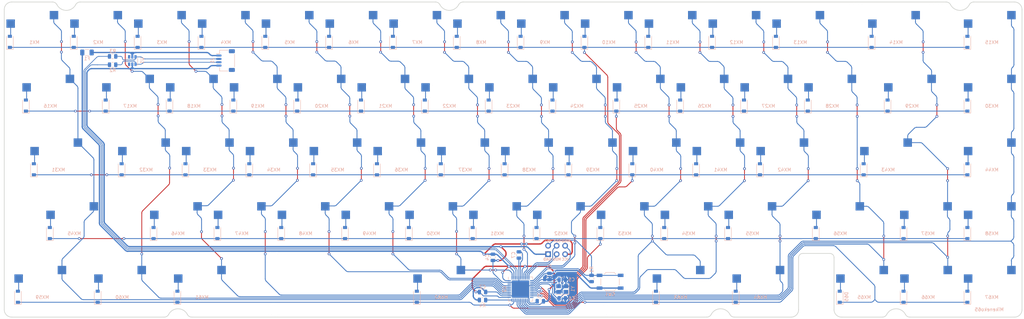
<source format=kicad_pcb>
(kicad_pcb (version 20211014) (generator pcbnew)
  (layers (0 "F.Cu" signal) (31 "B.Cu" signal) (34 "B.Paste" user) (35 "F.Paste" user) (36 "B.SilkS" user "B.Silkscreen") (37 "F.SilkS" user "F.Silkscreen") (38 "B.Mask" user) (39 "F.Mask" user) (44 "Edge.Cuts" user))
  (net 0 "")
  (net 1 "GND")
  (net 2 "XTAL2")
  (net 3 "XTAL1")
  (net 4 "Net-(D1-Pad2)")
  (net 5 "ROW0")
  (net 6 "Net-(D2-Pad2)")
  (net 7 "Net-(D3-Pad2)")
  (net 8 "Net-(D4-Pad2)")
  (net 9 "Net-(D5-Pad2)")
  (net 10 "Net-(D6-Pad2)")
  (net 11 "Net-(D7-Pad2)")
  (net 12 "Net-(D8-Pad2)")
  (net 13 "Net-(D9-Pad2)")
  (net 14 "Net-(D10-Pad2)")
  (net 15 "Net-(D11-Pad2)")
  (net 16 "Net-(D12-Pad2)")
  (net 17 "Net-(D13-Pad2)")
  (net 18 "Net-(D14-Pad2)")
  (net 19 "Net-(D15-Pad2)")
  (net 20 "Net-(D16-Pad2)")
  (net 21 "Net-(D17-Pad2)")
  (net 22 "ROW1")
  (net 23 "Net-(D18-Pad2)")
  (net 24 "Net-(D19-Pad2)")
  (net 25 "Net-(D20-Pad2)")
  (net 26 "Net-(D21-Pad2)")
  (net 27 "Net-(D22-Pad2)")
  (net 28 "Net-(D23-Pad2)")
  (net 29 "Net-(D24-Pad2)")
  (net 30 "Net-(D25-Pad2)")
  (net 31 "Net-(D26-Pad2)")
  (net 32 "Net-(D27-Pad2)")
  (net 33 "Net-(D28-Pad2)")
  (net 34 "Net-(D29-Pad2)")
  (net 35 "Net-(D30-Pad2)")
  (net 36 "Net-(D31-Pad2)")
  (net 37 "Net-(D32-Pad2)")
  (net 38 "ROW2")
  (net 39 "Net-(D33-Pad2)")
  (net 40 "Net-(D34-Pad2)")
  (net 41 "Net-(D35-Pad2)")
  (net 42 "Net-(D36-Pad2)")
  (net 43 "Net-(D37-Pad2)")
  (net 44 "Net-(D38-Pad2)")
  (net 45 "Net-(D39-Pad2)")
  (net 46 "Net-(D40-Pad2)")
  (net 47 "Net-(D41-Pad2)")
  (net 48 "Net-(D42-Pad2)")
  (net 49 "Net-(D43-Pad2)")
  (net 50 "Net-(D44-Pad2)")
  (net 51 "Net-(D45-Pad2)")
  (net 52 "Net-(D46-Pad2)")
  (net 53 "Net-(D47-Pad2)")
  (net 54 "ROW3")
  (net 55 "Net-(D48-Pad2)")
  (net 56 "Net-(D49-Pad2)")
  (net 57 "Net-(D50-Pad2)")
  (net 58 "Net-(D51-Pad2)")
  (net 59 "Net-(D52-Pad2)")
  (net 60 "Net-(D53-Pad2)")
  (net 61 "Net-(D54-Pad2)")
  (net 62 "Net-(D55-Pad2)")
  (net 63 "Net-(D56-Pad2)")
  (net 64 "Net-(D57-Pad2)")
  (net 65 "Net-(D58-Pad2)")
  (net 66 "Net-(D59-Pad2)")
  (net 67 "Net-(D60-Pad2)")
  (net 68 "Net-(D61-Pad2)")
  (net 69 "ROW4")
  (net 70 "Net-(D62-Pad2)")
  (net 71 "Net-(D63-Pad2)")
  (net 72 "Net-(D64-Pad2)")
  (net 73 "Net-(D65-Pad2)")
  (net 74 "Net-(D66-Pad2)")
  (net 75 "Net-(D67-Pad2)")
  (net 76 "VBUS")
  (net 77 "D+")
  (net 78 "D-")
  (net 79 "RESET")
  (net 80 "MOSI")
  (net 81 "SCK")
  (net 82 "MISO")
  (net 83 "COL0")
  (net 84 "COL1")
  (net 85 "COL2")
  (net 86 "COL3")
  (net 87 "COL4")
  (net 88 "COL5")
  (net 89 "COL6")
  (net 90 "COL7")
  (net 91 "COL8")
  (net 92 "COL9")
  (net 93 "COL10")
  (net 94 "COL11")
  (net 95 "COL12")
  (net 96 "COL13")
  (net 97 "COL14")
  (net 98 "Net-(R4-Pad2)")
  (net 99 "Net-(U2-Pad42)")
  (net 100 "Net-(C7-Pad1)")
  (net 101 "+5V")
  (net 102 "/MCU_D+")
  (net 103 "/MCU_D-")
  (net 104 "Net-(U1-Pad4)")
  (net 105 "Net-(U1-Pad3)")
  (net 106 "Net-(U2-Pad22)")
  (net 107 "Net-(U2-Pad31)")
  (footprint "MX_Only:MXOnly-1U-Hotswap" (layer "F.Cu") (at 9 9)
    (fp_text reference "MX1")
    (fp_text value "1u")
  )
  (footprint "MX_Only:MXOnly-1U-Hotswap" (layer "F.Cu") (at 28.05 9)
    (fp_text reference "MX2")
    (fp_text value "1u")
  )
  (footprint "MX_Only:MXOnly-1U-Hotswap" (layer "F.Cu") (at 47.1 9)
    (fp_text reference "MX3")
    (fp_text value "1u")
  )
  (footprint "MX_Only:MXOnly-1U-Hotswap" (layer "F.Cu") (at 66.15 9)
    (fp_text reference "MX4")
    (fp_text value "1u")
  )
  (footprint "MX_Only:MXOnly-1U-Hotswap" (layer "F.Cu") (at 85.2 9)
    (fp_text reference "MX5")
    (fp_text value "1u")
  )
  (footprint "MX_Only:MXOnly-1U-Hotswap" (layer "F.Cu") (at 104.25 9)
    (fp_text reference "MX6")
    (fp_text value "1u")
  )
  (footprint "MX_Only:MXOnly-1U-Hotswap" (layer "F.Cu") (at 123.3 9)
    (fp_text reference "MX7")
    (fp_text value "1u")
  )
  (footprint "MX_Only:MXOnly-1U-Hotswap" (layer "F.Cu") (at 161.4 9)
    (fp_text reference "MX9")
    (fp_text value "1u")
  )
  (footprint "MX_Only:MXOnly-1U-Hotswap" (layer "F.Cu") (at 180.45 9)
    (fp_text reference "MX10")
    (fp_text value "1u")
  )
  (footprint "MX_Only:MXOnly-1U-Hotswap" (layer "F.Cu") (at 199.5 9)
    (fp_text reference "MX11")
    (fp_text value "1u")
  )
  (footprint "MX_Only:MXOnly-1U-Hotswap" (layer "F.Cu") (at 218.55 9)
    (fp_text reference "MX12")
    (fp_text value "1u")
  )
  (footprint "MX_Only:MXOnly-1U-Hotswap" (layer "F.Cu") (at 237.6 9)
    (fp_text reference "MX13")
    (fp_text value "1u")
  )
  (footprint "MX_Only:MXOnly-2U-Hotswap" (layer "F.Cu") (at 266.175 9)
    (fp_text reference "MX14")
    (fp_text value "2u")
  )
  (footprint "MX_Only:MXOnly-1.5U-Hotswap" (layer "F.Cu") (at 13.7625 28.05)
    (fp_text reference "MX16")
    (fp_text value "1.5u")
  )
  (footprint "MX_Only:MXOnly-1U-Hotswap" (layer "F.Cu") (at 37.575 28.05)
    (fp_text reference "MX17")
    (fp_text value "1u")
  )
  (footprint "MX_Only:MXOnly-1U-Hotswap" (layer "F.Cu") (at 56.625 28.05)
    (fp_text reference "MX18")
    (fp_text value "1u")
  )
  (footprint "MX_Only:MXOnly-1U-Hotswap" (layer "F.Cu") (at 75.675 28.05)
    (fp_text reference "MX19")
    (fp_text value "1u")
  )
  (footprint "MX_Only:MXOnly-1U-Hotswap" (layer "F.Cu") (at 94.725 28.05)
    (fp_text reference "MX20")
    (fp_text value "1u")
  )
  (footprint "MX_Only:MXOnly-1U-Hotswap" (layer "F.Cu") (at 113.775 28.05)
    (fp_text reference "MX21")
    (fp_text value "1u")
  )
  (footprint "MX_Only:MXOnly-1U-Hotswap" (layer "F.Cu") (at 132.825 28.05)
    (fp_text reference "MX22")
    (fp_text value "1u")
  )
  (footprint "MX_Only:MXOnly-1U-Hotswap" (layer "F.Cu") (at 151.875 28.05)
    (fp_text reference "MX23")
    (fp_text value "1u")
  )
  (footprint "MX_Only:MXOnly-1U-Hotswap" (layer "F.Cu") (at 170.925 28.05)
    (fp_text reference "MX24")
    (fp_text value "1u")
  )
  (footprint "MX_Only:MXOnly-1U-Hotswap" (layer "F.Cu") (at 189.975 28.05)
    (fp_text reference "MX25")
    (fp_text value "1u")
  )
  (footprint "MX_Only:MXOnly-1U-Hotswap" (layer "F.Cu") (at 209.025 28.05)
    (fp_text reference "MX26")
    (fp_text value "1u")
  )
  (footprint "MX_Only:MXOnly-1U-Hotswap" (layer "F.Cu") (at 228.075 28.05)
    (fp_text reference "MX27")
    (fp_text value "1u")
  )
  (footprint "MX_Only:MXOnly-1U-Hotswap" (layer "F.Cu") (at 247.125 28.05)
    (fp_text reference "MX28")
    (fp_text value "1u")
  )
  (footprint "MX_Only:MXOnly-1.5U-Hotswap" (layer "F.Cu") (at 270.9375 28.05)
    (fp_text reference "MX29")
    (fp_text value "1.5u")
  )
  (footprint "MX_Only:MXOnly-1U-Hotswap" (layer "F.Cu") (at 294.75 28.05)
    (fp_text reference "MX30")
    (fp_text value "1u")
  )
  (footprint "MX_Only:MXOnly-1.75U-Hotswap" (layer "F.Cu") (at 16.14375 47.1)
    (fp_text reference "MX31")
    (fp_text value "1.75u")
  )
  (footprint "MX_Only:MXOnly-1U-Hotswap" (layer "F.Cu") (at 42.3375 47.1)
    (fp_text reference "MX32")
    (fp_text value "1u")
  )
  (footprint "MX_Only:MXOnly-1U-Hotswap" (layer "F.Cu") (at 61.3875 47.1)
    (fp_text reference "MX33")
    (fp_text value "1u")
  )
  (footprint "MX_Only:MXOnly-1U-Hotswap" (layer "F.Cu") (at 80.4375 47.1)
    (fp_text reference "MX34")
    (fp_text value "1u")
  )
  (footprint "MX_Only:MXOnly-1U-Hotswap" (layer "F.Cu") (at 99.4875 47.1)
    (fp_text reference "MX35")
    (fp_text value "1u")
  )
  (footprint "MX_Only:MXOnly-1U-Hotswap" (layer "F.Cu") (at 118.5375 47.1)
    (fp_text reference "MX36")
    (fp_text value "1u")
  )
  (footprint "MX_Only:MXOnly-1U-Hotswap" (layer "F.Cu") (at 137.5875 47.1)
    (fp_text reference "MX37")
    (fp_text value "1u")
  )
  (footprint "MX_Only:MXOnly-1U-Hotswap" (layer "F.Cu") (at 156.6375 47.1)
    (fp_text reference "MX38")
    (fp_text value "1u")
  )
  (footprint "MX_Only:MXOnly-1U-Hotswap" (layer "F.Cu") (at 175.6875 47.1)
    (fp_text reference "MX39")
    (fp_text value "1u")
  )
  (footprint "MX_Only:MXOnly-1U-Hotswap" (layer "F.Cu") (at 194.7375 47.1)
    (fp_text reference "MX40")
    (fp_text value "1u")
  )
  (footprint "MX_Only:MXOnly-1U-Hotswap" (layer "F.Cu") (at 213.7875 47.1)
    (fp_text reference "MX41")
    (fp_text value "1u")
  )
  (footprint "MX_Only:MXOnly-1U-Hotswap" (layer "F.Cu") (at 232.8375 47.1)
    (fp_text reference "MX42")
    (fp_text value "1u")
  )
  (footprint "MX_Only:MXOnly-2.25U-Hotswap" (layer "F.Cu") (at 263.79375 47.1)
    (fp_text reference "MX43")
    (fp_text value "2.25u")
  )
  (footprint "MX_Only:MXOnly-1U-Hotswap" (layer "F.Cu") (at 294.75 47.1)
    (fp_text reference "MX44")
    (fp_text value "1u")
  )
  (footprint "MX_Only:MXOnly-2.25U-Hotswap" (layer "F.Cu") (at 20.90625 66.15)
    (fp_text reference "MX45")
    (fp_text value "2.25u")
  )
  (footprint "MX_Only:MXOnly-1U-Hotswap" (layer "F.Cu") (at 51.8625 66.15)
    (fp_text reference "MX46")
    (fp_text value "1u")
  )
  (footprint "MX_Only:MXOnly-1U-Hotswap" (layer "F.Cu") (at 70.9125 66.15)
    (fp_text reference "MX47")
    (fp_text value "1u")
  )
  (footprint "MX_Only:MXOnly-1U-Hotswap" (layer "F.Cu") (at 89.9625 66.15)
    (fp_text reference "MX48")
    (fp_text value "1u")
  )
  (footprint "MX_Only:MXOnly-1U-Hotswap" (layer "F.Cu") (at 109.0125 66.15)
    (fp_text reference "MX49")
    (fp_text value "1u")
  )
  (footprint "MX_Only:MXOnly-1U-Hotswap" (layer "F.Cu") (at 128.0625 66.15)
    (fp_text reference "MX50")
    (fp_text value "1u")
  )
  (footprint "MX_Only:MXOnly-1U-Hotswap" (layer "F.Cu") (at 147.1125 66.15)
    (fp_text reference "MX51")
    (fp_text value "1u")
  )
  (footprint "MX_Only:MXOnly-1U-Hotswap" (layer "F.Cu") (at 166.1625 66.15)
    (fp_text reference "MX52")
    (fp_text value "1u")
  )
  (footprint "MX_Only:MXOnly-1U-Hotswap" (layer "F.Cu") (at 185.2125 66.15)
    (fp_text reference "MX53")
    (fp_text value "1u")
  )
  (footprint "MX_Only:MXOnly-1U-Hotswap" (layer "F.Cu") (at 204.2625 66.15)
    (fp_text reference "MX54")
    (fp_text value "1u")
  )
  (footprint "MX_Only:MXOnly-1U-Hotswap" (layer "F.Cu") (at 223.3125 66.15)
    (fp_text reference "MX55")
    (fp_text value "1u")
  )
  (footprint "MX_Only:MXOnly-1.75U-Hotswap" (layer "F.Cu") (at 249.50625 66.15)
    (fp_text reference "MX56")
    (fp_text value "1.75u")
  )
  (footprint "MX_Only:MXOnly-1U-Hotswap" (layer "F.Cu") (at 275.7 66.15)
    (fp_text reference "MX57")
    (fp_text value "1u")
  )
  (footprint "MX_Only:MXOnly-1U-Hotswap" (layer "F.Cu") (at 294.75 66.15)
    (fp_text reference "MX58")
    (fp_text value "1u")
  )
  (footprint "MX_Only:MXOnly-1.25U-Hotswap" (layer "F.Cu") (at 201.88125 85.2)
    (fp_text reference "MX63")
    (fp_text value "1.25u")
  )
  (footprint "MX_Only:MXOnly-1U-Hotswap" (layer "F.Cu") (at 256.65 85.2)
    (fp_text reference "MX65")
    (fp_text value "1u")
  )
  (footprint "MX_Only:MXOnly-1U-Hotswap" (layer "F.Cu") (at 294.75 85.2)
    (fp_text reference "MX67")
    (fp_text value "1u")
  )
  (footprint "MX_Only:MXOnly-1.25U-Hotswap" (layer "F.Cu") (at 225.69375 85.2)
    (fp_text reference "MX64")
    (fp_text value "1.25u")
  )
  (footprint "MX_Only:MXOnly-1U-Hotswap" (layer "F.Cu") (at 142.35 9)
    (fp_text reference "MX8")
    (fp_text value "1u")
  )
  (footprint "MX_Only:MXOnly-1U-Hotswap" (layer "F.Cu") (at 294.75 9)
    (fp_text reference "MX15")
    (fp_text value "1u")
  )
  (footprint "MX_Only:MXOnly-1.25U-Hotswap" (layer "F.Cu") (at 11.38125 85.2)
    (fp_text reference "MX59")
    (fp_text value "1.25u")
  )
  (footprint "MX_Only:MXOnly-1.25U-Hotswap" (layer "F.Cu") (at 35.19375 85.2)
    (fp_text reference "MX60")
    (fp_text value "1.25u")
  )
  (footprint "MX_Only:MXOnly-1.25U-Hotswap" (layer "F.Cu") (at 59.00625 85.2)
    (fp_text reference "MX61")
    (fp_text value "1.25u")
  )
  (footprint "MX_Only:MXOnly-6.25U-Hotswap-ReversedStabilizers" (layer "F.Cu") (at 130.44375 85.2)
    (fp_text reference "MX62")
    (fp_text value "6.25u")
  )
  (footprint "MX_Only:MXOnly-1U-Hotswap" (layer "F.Cu") (at 275.75 85.2)
    (fp_text reference "MX66")
    (fp_text value "1u")
  )
  (footprint "mikeneko:ISP" (layer "F.Cu") (at 167.4 72.85 -90)
    (fp_text reference "J2")
    (fp_text value "AVR-ISP-6")
  )
  (footprint "Connector_JST:JST_SH_SM04B-SRSS-TB_1x04-1MP_P1.00mm_Horizontal" (layer "B.Cu") (at 66.05 17.50375 -90)
    (fp_text reference "J1")
    (fp_text value "JST SH 4-pin")
  )
  (footprint "Resistor_SMD:R_0805_2012Metric" (layer "B.Cu") (at 32.34 18.75375)
    (fp_text reference "R2")
    (fp_text value "22")
  )
  (footprint "Resistor_SMD:R_0805_2012Metric" (layer "B.Cu") (at 32.34 16.25375)
    (fp_text reference "R3")
    (fp_text value "22")
  )
  (footprint "Button_Switch_SMD:SW_SPST_TL3342" (layer "B.Cu") (at 180.81375 83.615)
    (fp_text reference "SW1")
    (fp_text value "Reset")
  )
  (footprint "Capacitor_SMD:C_0805_2012Metric" (layer "B.Cu") (at 166.53 83 180)
    (fp_text reference "C5")
    (fp_text value "22p")
  )
  (footprint "Capacitor_SMD:C_0805_2012Metric" (layer "B.Cu") (at 160 89.45 180)
    (fp_text reference "C3")
    (fp_text value "0.1u")
  )
  (footprint "Crystal:Crystal_SMD_3225-4Pin_3.2x2.5mm" (layer "B.Cu") (at 166.53 85.8 180)
    (fp_text reference "Y1")
    (fp_text value "16MHz")
  )
  (footprint "Capacitor_SMD:C_0805_2012Metric" (layer "B.Cu") (at 162.73 82.05 -90)
    (fp_text reference "C1")
    (fp_text value "0.1u")
  )
  (footprint "Resistor_SMD:R_0805_2012Metric" (layer "B.Cu") (at 175.28 82.65 -90)
    (fp_text reference "R1")
    (fp_text value "10k")
  )
  (footprint "Diode_SMD:D_SOD-123" (layer "B.Cu") (at 1.68125 11.90625 90)
    (fp_text reference "D1")
    (fp_text value "1N4148")
  )
  (footprint "Diode_SMD:D_SOD-123" (layer "B.Cu") (at 20.75 11.90625 90)
    (fp_text reference "D2")
    (fp_text value "1N4148")
  )
  (footprint "Diode_SMD:D_SOD-123" (layer "B.Cu") (at 39.8 11.90625 90)
    (fp_text reference "D3")
    (fp_text value "1N4148")
  )
  (footprint "Diode_SMD:D_SOD-123" (layer "B.Cu") (at 58.85 11.90625 90)
    (fp_text reference "D4")
    (fp_text value "1N4148")
  )
  (footprint "Diode_SMD:D_SOD-123" (layer "B.Cu") (at 77.9 11.90625 90)
    (fp_text reference "D5")
    (fp_text value "1N4148")
  )
  (footprint "Diode_SMD:D_SOD-123" (layer "B.Cu") (at 96.95 11.90625 90)
    (fp_text reference "D6")
    (fp_text value "1N4148")
  )
  (footprint "Diode_SMD:D_SOD-123" (layer "B.Cu") (at 116 11.90625 90)
    (fp_text reference "D7")
    (fp_text value "1N4148")
  )
  (footprint "Diode_SMD:D_SOD-123" (layer "B.Cu") (at 135.05 11.90625 90)
    (fp_text reference "D8")
    (fp_text value "1N4148")
  )
  (footprint "Diode_SMD:D_SOD-123" (layer "B.Cu") (at 154.1 11.90625 90)
    (fp_text reference "D9")
    (fp_text value "1N4148")
  )
  (footprint "Diode_SMD:D_SOD-123" (layer "B.Cu") (at 173.15 11.90625 90)
    (fp_text reference "D10")
    (fp_text value "1N4148")
  )
  (footprint "Diode_SMD:D_SOD-123" (layer "B.Cu") (at 192.2 11.90625 90)
    (fp_text reference "D11")
    (fp_text value "1N4148")
  )
  (footprint "Diode_SMD:D_SOD-123" (layer "B.Cu") (at 211.25 11.90625 90)
    (fp_text reference "D12")
    (fp_text value "1N4148")
  )
  (footprint "Diode_SMD:D_SOD-123" (layer "B.Cu") (at 258.875 11.90625 90)
    (fp_text reference "D14")
    (fp_text value "1N4148")
  )
  (footprint "Diode_SMD:D_SOD-123" (layer "B.Cu") (at 287.45 11.90625 90)
    (fp_text reference "D15")
    (fp_text value "1N4148")
  )
  (footprint "Diode_SMD:D_SOD-123" (layer "B.Cu") (at 6.4625 30.95625 90)
    (fp_text reference "D16")
    (fp_text value "1N4148")
  )
  (footprint "Diode_SMD:D_SOD-123" (layer "B.Cu") (at 30.275 30.95625 90)
    (fp_text reference "D17")
    (fp_text value "1N4148")
  )
  (footprint "Diode_SMD:D_SOD-123" (layer "B.Cu") (at 49.325 30.95625 90)
    (fp_text reference "D18")
    (fp_text value "1N4148")
  )
  (footprint "Diode_SMD:D_SOD-123" (layer "B.Cu") (at 68.375 30.95625 90)
    (fp_text reference "D19")
    (fp_text value "1N4148")
  )
  (footprint "Diode_SMD:D_SOD-123" (layer "B.Cu") (at 87.425 30.95625 90)
    (fp_text reference "D20")
    (fp_text value "1N4148")
  )
  (footprint "Diode_SMD:D_SOD-123" (layer "B.Cu") (at 106.475 30.95625 90)
    (fp_text reference "D21")
    (fp_text value "1N4148")
  )
  (footprint "Diode_SMD:D_SOD-123" (layer "B.Cu") (at 125.525 30.95625 90)
    (fp_text reference "D22")
    (fp_text value "1N4148")
  )
  (footprint "Diode_SMD:D_SOD-123" (layer "B.Cu") (at 144.575 30.95625 90)
    (fp_text reference "D23")
    (fp_text value "1N4148")
  )
  (footprint "Diode_SMD:D_SOD-123" (layer "B.Cu") (at 163.625 30.95625 90)
    (fp_text reference "D24")
    (fp_text value "1N4148")
  )
  (footprint "Diode_SMD:D_SOD-123" (layer "B.Cu") (at 182.675 30.95625 90)
    (fp_text reference "D25")
    (fp_text value "1N4148")
  )
  (footprint "Diode_SMD:D_SOD-123" (layer "B.Cu") (at 201.725 30.95625 90)
    (fp_text reference "D26")
    (fp_text value "1N4148")
  )
  (footprint "Diode_SMD:D_SOD-123" (layer "B.Cu") (at 220.775 30.95625 90)
    (fp_text reference "D27")
    (fp_text value "1N4148")
  )
  (footprint "Diode_SMD:D_SOD-123" (layer "B.Cu") (at 239.825 30.95625 90)
    (fp_text reference "D28")
    (fp_text value "1N4148")
  )
  (footprint "Diode_SMD:D_SOD-123" (layer "B.Cu") (at 263.6375 30.95625 90)
    (fp_text reference "D29")
    (fp_text value "1N4148")
  )
  (footprint "Diode_SMD:D_SOD-123" (layer "B.Cu") (at 287.45 30.95625 90)
    (fp_text reference "D30")
    (fp_text value "1N4148")
  )
  (footprint "Diode_SMD:D_SOD-123" (layer "B.Cu") (at 8.84375 50.00625 90)
    (fp_text reference "D31")
    (fp_text value "1N4148")
  )
  (footprint "Diode_SMD:D_SOD-123" (layer "B.Cu") (at 35.0375 50.00625 90)
    (fp_text reference "D32")
    (fp_text value "1N4148")
  )
  (footprint "Diode_SMD:D_SOD-123" (layer "B.Cu") (at 54.0875 50.00625 90)
    (fp_text reference "D33")
    (fp_text value "1N4148")
  )
  (footprint "Diode_SMD:D_SOD-123" (layer "B.Cu") (at 73.1375 50.00625 90)
    (fp_text reference "D34")
    (fp_text value "1N4148")
  )
  (footprint "Diode_SMD:D_SOD-123" (layer "B.Cu") (at 111.2375 50.00625 90)
    (fp_text reference "D36")
    (fp_text value "1N4148")
  )
  (footprint "Diode_SMD:D_SOD-123" (layer "B.Cu") (at 130.2875 50.00625 90)
    (fp_text reference "D37")
    (fp_text value "1N4148")
  )
  (footprint "Diode_SMD:D_SOD-123" (layer "B.Cu") (at 149.3375 50.00625 90)
    (fp_text reference "D38")
    (fp_text value "1N4148")
  )
  (footprint "Diode_SMD:D_SOD-123" (layer "B.Cu") (at 168.3875 50.00625 90)
    (fp_text reference "D39")
    (fp_text value "1N4148")
  )
  (footprint "Diode_SMD:D_SOD-123" (layer "B.Cu") (at 187.4375 50.00625 90)
    (fp_text reference "D40")
    (fp_text value "1N4148")
  )
  (footprint "Diode_SMD:D_SOD-123" (layer "B.Cu") (at 206.4875 50.00625 90)
    (fp_text reference "D41")
    (fp_text value "1N4148")
  )
  (footprint "Diode_SMD:D_SOD-123" (layer "B.Cu") (at 225.5375 50.00625 90)
    (fp_text reference "D42")
    (fp_text value "1N4148")
  )
  (footprint "Diode_SMD:D_SOD-123" (layer "B.Cu") (at 256.49375 50.00625 90)
    (fp_text reference "D43")
    (fp_text value "1N4148")
  )
  (footprint "Diode_SMD:D_SOD-123" (layer "B.Cu") (at 287.45 50.00625 90)
    (fp_text reference "D44")
    (fp_text value "1N4148")
  )
  (footprint "Diode_SMD:D_SOD-123" (layer "B.Cu") (at 13.60625 69.05625 90)
    (fp_text reference "D45")
    (fp_text value "1N4148")
  )
  (footprint "Diode_SMD:D_SOD-123" (layer "B.Cu") (at 44.5625 69.05625 90)
    (fp_text reference "D46")
    (fp_text value "1N4148")
  )
  (footprint "Diode_SMD:D_SOD-123" (layer "B.Cu") (at 63.6125 69.05625 90)
    (fp_text reference "D47")
    (fp_text value "1N4148")
  )
  (footprint "Diode_SMD:D_SOD-123" (layer "B.Cu") (at 82.6625 69.05625 90)
    (fp_text reference "D48")
    (fp_text value "1N4148")
  )
  (footprint "Diode_SMD:D_SOD-123" (layer "B.Cu") (at 101.7125 69.05625 90)
    (fp_text reference "D49")
    (fp_text value "1N4148")
  )
  (footprint "Diode_SMD:D_SOD-123" (layer "B.Cu") (at 120.7625 69.05625 90)
    (fp_text reference "D50")
    (fp_text value "1N4148")
  )
  (footprint "Diode_SMD:D_SOD-123" (layer "B.Cu") (at 139.8125 69.05625 90)
    (fp_text reference "D51")
    (fp_text value "1N4148")
  )
  (footprint "Diode_SMD:D_SOD-123" (layer "B.Cu") (at 158.8625 69.05625 90)
    (fp_text reference "D52")
    (fp_text value "1N4148")
  )
  (footprint "Diode_SMD:D_SOD-123" (layer "B.Cu") (at 177.9 69.05625 90)
    (fp_text reference "D53")
    (fp_text value "1N4148")
  )
  (footprint "Diode_SMD:D_SOD-123" (layer "B.Cu") (at 196.9625 69.05625 90)
    (fp_text reference "D54")
    (fp_text value "1N4148")
  )
  (footprint "Diode_SMD:D_SOD-123" (layer "B.Cu") (at 216.0125 69.05625 90)
    (fp_text reference "D55")
    (fp_text value "1N4148")
  )
  (footprint "Diode_SMD:D_SOD-123" (layer "B.Cu") (at 242.20625 69.05625 90)
    (fp_text reference "D56")
    (fp_text value "1N4148")
  )
  (footprint "Diode_SMD:D_SOD-123" (layer "B.Cu") (at 268.4 69.05625 90)
    (fp_text reference "D57")
    (fp_text value "1N4148")
  )
  (footprint "Diode_SMD:D_SOD-123" (layer "B.Cu") (at 287.45 69.05625 90)
    (fp_text reference "D58")
    (fp_text value "1N4148")
  )
  (footprint "Diode_SMD:D_SOD-123" (layer "B.Cu") (at 4.08125 88.10625 90)
    (fp_text reference "D59")
    (fp_text value "1N4148")
  )
  (footprint "Diode_SMD:D_SOD-123" (layer "B.Cu") (at 27.89375 88.10625 90)
    (fp_text reference "D60")
    (fp_text value "1N4148")
  )
  (footprint "Diode_SMD:D_SOD-123" (layer "B.Cu") (at 51.68125 88.10625 90)
    (fp_text reference "D61")
    (fp_text value "1N4148")
  )
  (footprint "Diode_SMD:D_SOD-123" (layer "B.Cu") (at 123.14375 88.10625 90)
    (fp_text reference "D62")
    (fp_text value "1N4148")
  )
  (footprint "Diode_SMD:D_SOD-123" (layer "B.Cu") (at 218.3125 88.10625 90)
    (fp_text reference "D64")
    (fp_text value "1N4148")
  )
  (footprint "Diode_SMD:D_SOD-123" (layer "B.Cu") (at 287.45 88.10625 90)
    (fp_text reference "D67")
    (fp_text value "1N4148")
  )
  (footprint "Diode_SMD:D_SOD-123" (layer "B.Cu") (at 230.3 11.90625 90)
    (fp_text reference "D13")
    (fp_text value "1N4148")
  )
  (footprint "Capacitor_SMD:C_0805_2012Metric" (layer "B.Cu") (at 153.61 75.62 -90)
    (fp_text reference "C7")
    (fp_text value "1u")
  )
  (footprint "Capacitor_SMD:C_0805_2012Metric" (layer "B.Cu") (at 166.53 88.6 180)
    (fp_text reference "C6")
    (fp_text value "22p")
  )
  (footprint "Diode_SMD:D_SOD-123" (layer "B.Cu") (at 92.1875 50.00625 90)
    (fp_text reference "D35")
    (fp_text value "1N4148")
  )
  (footprint "Diode_SMD:D_SOD-123" (layer "B.Cu") (at 194.5 88.10625 90)
    (fp_text reference "D63")
    (fp_text value "1N4148")
  )
  (footprint "Capacitor_SMD:C_0805_2012Metric" (layer "B.Cu") (at 142.74375 86.68875)
    (fp_text reference "C2")
    (fp_text value "0.1u")
  )
  (footprint "Package_TO_SOT_SMD:SOT-23-6" (layer "B.Cu") (at 38.22375 17.50375 90)
    (fp_text reference "U1")
    (fp_text value "SRV05-4")
  )
  (footprint "Package_DFN_QFN:QFN-44-1EP_7x7mm_P0.5mm_EP5.2x5.2mm" (layer "B.Cu") (at 154.07375 85.81 -90)
    (fp_text reference "U2")
    (fp_text value "ATmega32U4-MUR")
  )
  (footprint "Fuse:Fuse_1206_3216Metric" (layer "B.Cu") (at 24.69 15.09)
    (fp_text reference "F1")
    (fp_text value "500mA")
  )
  (footprint "Resistor_SMD:R_0805_2012Metric" (layer "B.Cu") (at 142.74375 89.08)
    (fp_text reference "R4")
    (fp_text value "10k")
  )
  (footprint "Capacitor_SMD:C_0805_2012Metric" (layer "B.Cu") (at 145.85 76.32 -90)
    (fp_text reference "C4")
    (fp_text value "10u")
  )
  (footprint "Diode_SMD:D_SOD-123" (layer "B.Cu") (at 268.4 88.10625 90)
    (fp_text reference "D66")
    (fp_text value "1N4148")
  )
  (footprint "Diode_SMD:D_SOD-123" (layer "B.Cu") (at 249.35 88.10625 90)
    (fp_text reference "D65")
    (fp_text value "1N4148")
  )
  (gr_arc (start 21.318072 0.806452) (mid 18.525 2.500001) (end 15.731928 0.806452) (layer "Edge.Cuts") (width 0.2))
  (gr_line (start 303.75 91.95) (end 303.75 2.25) (layer "Edge.Cuts") (width 0.2))
  (gr_arc (start 263.381928 93.393548) (mid 262.829608 93.982638) (end 262.051894 94.2) (layer "Edge.Cuts") (width 0.2))
  (gr_line (start 209.664395 94.2) (end 55.985606 94.2) (layer "Edge.Cuts") (width 0.2))
  (gr_line (start 237.075 76.4) (end 237.075 91.95) (layer "Edge.Cuts") (width 0.2))
  (gr_line (start 262.051894 94.2) (end 249.9 94.2) (layer "Edge.Cuts") (width 0.2))
  (gr_line (start 281.101894 0) (end 136.948105 0) (layer "Edge.Cuts") (width 0.2))
  (gr_arc (start 263.381929 93.393548) (mid 266.175 91.7) (end 268.968071 93.393549) (layer "Edge.Cuts") (width 0.2))
  (gr_arc (start 135.618071 0.806452) (mid 136.170391 0.217362) (end 136.948105 0) (layer "Edge.Cuts") (width 0.2))
  (gr_arc (start 49.069428 93.393548) (mid 48.517108 93.982638) (end 47.739394 94.2) (layer "Edge.Cuts") (width 0.2))
  (gr_arc (start 303.75 91.95) (mid 303.09099 93.54099) (end 301.5 94.2) (layer "Edge.Cuts") (width 0.2))
  (gr_line (start 301.5 94.2) (end 270.298105 94.2) (layer "Edge.Cuts") (width 0.2))
  (gr_arc (start 281.101894 0) (mid 281.879608 0.217362) (end 282.431928 0.806452) (layer "Edge.Cuts") (width 0.2))
  (gr_arc (start 270.298106 94.2) (mid 269.520392 93.982639) (end 268.968071 93.393549) (layer "Edge.Cuts") (width 0.2))
  (gr_line (start 247.65 76.4) (end 247.65 91.95) (layer "Edge.Cuts") (width 0.2))
  (gr_arc (start 128.701894 0) (mid 129.479608 0.217362) (end 130.031928 0.806452) (layer "Edge.Cuts") (width 0.2))
  (gr_arc (start 210.994429 93.393548) (mid 213.7875 91.7) (end 216.580571 93.393549) (layer "Edge.Cuts") (width 0.2))
  (gr_line (start 47.739394 94.2) (end 2.25 94.2) (layer "Edge.Cuts") (width 0.2))
  (gr_arc (start 249.9 94.2) (mid 248.30901 93.54099) (end 247.65 91.95) (layer "Edge.Cuts") (width 0.2))
  (gr_arc (start 2.25 94.2) (mid 0.65901 93.54099) (end 0 91.95) (layer "Edge.Cuts") (width 0.2))
  (gr_arc (start 246.4 75.15) (mid 247.283883 75.516117) (end 247.65 76.4) (layer "Edge.Cuts") (width 0.2))
  (gr_arc (start 288.018072 0.806452) (mid 285.225 2.500001) (end 282.431928 0.806452) (layer "Edge.Cuts") (width 0.2))
  (gr_line (start 238.325 75.15) (end 246.4 75.15) (layer "Edge.Cuts") (width 0.2))
  (gr_arc (start 288.018071 0.806452) (mid 288.570391 0.217362) (end 289.348105 0) (layer "Edge.Cuts") (width 0.2))
  (gr_arc (start 217.910606 94.2) (mid 217.132892 93.982639) (end 216.580571 93.393549) (layer "Edge.Cuts") (width 0.2))
  (gr_arc (start 49.069429 93.393548) (mid 51.8625 91.7) (end 54.655571 93.393549) (layer "Edge.Cuts") (width 0.2))
  (gr_line (start 0 91.95) (end 0 2.25) (layer "Edge.Cuts") (width 0.2))
  (gr_line (start 234.825 94.2) (end 217.910605 94.2) (layer "Edge.Cuts") (width 0.2))
  (gr_arc (start 14.401894 0) (mid 15.179608 0.217362) (end 15.731928 0.806452) (layer "Edge.Cuts") (width 0.2))
  (gr_arc (start 55.985606 94.2) (mid 55.207892 93.982639) (end 54.655571 93.393549) (layer "Edge.Cuts") (width 0.2))
  (gr_arc (start 237.075 76.4) (mid 237.441117 75.516117) (end 238.325 75.15) (layer "Edge.Cuts") (width 0.2))
  (gr_line (start 301.5 0) (end 289.348105 0) (layer "Edge.Cuts") (width 0.2))
  (gr_arc (start 21.318071 0.806452) (mid 21.870391 0.217362) (end 22.648105 0) (layer "Edge.Cuts") (width 0.2))
  (gr_line (start 14.401894 0) (end 2.25 0) (layer "Edge.Cuts") (width 0.2))
  (gr_arc (start 210.994428 93.393548) (mid 210.442108 93.982638) (end 209.664394 94.2) (layer "Edge.Cuts") (width 0.2))
  (gr_arc (start 301.5 0) (mid 303.09099 0.65901) (end 303.75 2.25) (layer "Edge.Cuts") (width 0.2))
  (gr_arc (start 0 2.25) (mid 0.65901 0.65901) (end 2.25 0) (layer "Edge.Cuts") (width 0.2))
  (gr_line (start 128.701894 0) (end 22.648105 0) (layer "Edge.Cuts") (width 0.2))
  (gr_arc (start 135.618072 0.806452) (mid 132.825 2.500001) (end 130.031928 0.806452) (layer "Edge.Cuts") (width 0.2))
  (gr_arc (start 237.075 91.95) (mid 236.41599 93.54099) (end 234.825 94.2) (layer "Edge.Cuts") (width 0.2))
  (gr_text "Mikeneko65" (at 293.965477 91.907501) (layer "B.SilkS") (effects (font (size 1 1)) (justify mirror)))
  (segment (start 148.221001 73.121001) (end 149.457107 74.357107) (width 0.381) (layer "F.Cu") (net 1))
  (segment (start 147.875786 77.27) (end 147.36 77.27) (width 0.381) (layer "F.Cu") (net 1))
  (segment (start 149.75 75.064214) (end 149.75 75.395786) (width 0.381) (layer "F.Cu") (net 1))
  (segment (start 148.221001 73.118999) (end 148.221001 73.131001) (width 0.381) (layer "F.Cu") (net 1))
  (segment (start 149.457107 76.102893) (end 148.582893 76.977107) (width 0.381) (layer "F.Cu") (net 1))
  (via (at 148.221001 73.131001) (size 0.8) (drill 0.4) (layers "F.Cu" "B.Cu") (net 1))
  (via (at 147.36 77.27) (size 0.8) (drill 0.4) (layers "F.Cu" "B.Cu") (net 1))
  (arc (start 149.75 75.064214) (mid 149.67388 74.681531) (end 149.457107 74.357107) (width 0.381) (layer "F.Cu") (net 1))
  (arc (start 149.75 75.395786) (mid 149.67388 75.778469) (end 149.457107 76.102893) (width 0.381) (layer "F.Cu") (net 1))
  (arc (start 147.875786 77.27) (mid 148.258469 77.19388) (end 148.582893 76.977107) (width 0.381) (layer "F.Cu") (net 1))
  (segment (start 147.929703 87.517107) (end 147.359191 86.946595) (width 0.25) (layer "B.Cu") (net 1))
  (segment (start 165.21 81.49) (end 164.641714 81.49) (width 0.381) (layer "B.Cu") (net 1))
  (segment (start 150.73625 83.81) (end 152.07375 83.81) (width 0.25) (layer "B.Cu") (net 1))
  (segment (start 169.003893 85.242893) (end 169.04 85.279) (width 0.381) (layer "B.Cu") (net 1))
  (segment (start 39.038862 19.915648) (end 37.9 19.915648) (width 0.381) (layer "B.Cu") (net 1))
  (segment (start 62.134088 19.003125) (end 64.049375 19.003125) (width 0.381) (layer "B.Cu") (net 1))
  (segment (start 39.040089 19.916875) (end 60.39191 19.916875) (width 0.381) (layer "B.Cu") (net 1))
  (segment (start 153.57375 76.59375) (end 153.61 76.5575) (width 0.25) (layer "B.Cu") (net 1))
  (segment (start 143.716298 86.653702) (end 143.68125 86.68875) (width 0.25) (layer "B.Cu") (net 1))
  (segment (start 167.63 84.95) (end 167.63 83.1625) (width 0.381) (layer "B.Cu") (net 1))
  (segment (start 165.543286 81.49) (end 165.21 81.49) (width 0.381) (layer "B.Cu") (net 1))
  (segment (start 150.73625 87.81) (end 148.63681 87.81) (width 0.25) (layer "B.Cu") (net 1))
  (segment (start 168.747107 88.502893) (end 168.65 88.6) (width 0.381) (layer "B.Cu") (net 1))
  (segment (start 183.96375 85.515) (end 177.66375 85.515) (width 0.381) (layer "B.Cu") (net 1))
  (segment (start 158.734214 75.39) (end 162.32 75.39) (width 0.381) (layer "B.Cu") (net 1))
  (segment (start 29.8205 65.533256) (end 29.8205 42.661685) (width 0.381) (layer "B.Cu") (net 1))
  (segment (start 61.099017 19.623982) (end 61.426981 19.296018) (width 0.381) (layer "B.Cu") (net 1))
  (segment (start 156.57375 89.1475) (end 156.57375 88.561992) (width 0.25) (layer "B.Cu") (net 1))
  (segment (start 163.934607 81.782893) (end 162.73 82.9875) (width 0.381) (layer "B.Cu") (net 1))
  (segment (start 37.158102 19.915648) (end 38.174499 19.915648) (width 0.381) (layer "B.Cu") (net 1))
  (segment (start 177.66375 85.515) (end 175.382714 85.515) (width 0.381) (layer "B.Cu") (net 1))
  (segment (start 158.26955 84.81) (end 159.799157 83.280393) (width 0.25) (layer "B.Cu") (net 1))
  (segment (start 167.37626 84.95) (end 165.850392 86.475868) (width 0.381) (layer "B.Cu") (net 1))
  (segment (start 174.675607 85.222107) (end 171.236393 81.782893) (width 0.381) (layer "B.Cu") (net 1))
  (segment (start 143.68125 86.68875) (end 142.655407 85.662907) (width 0.381) (layer "B.Cu") (net 1))
  (segment (start 145.8625 77.27) (end 145.85 77.2575) (width 0.381) (layer "B.Cu") (net 1))
  (segment (start 24.963893 37.390863) (end 29.527607 41.954578) (width 0.381) (layer "B.Cu") (net 1))
  (segment (start 170.529286 81.49) (end 165.21 81.49) (width 0.381) (layer "B.Cu") (net 1))
  (segment (start 167.63 84.95) (end 167.37626 84.95) (width 0.381) (layer "B.Cu") (net 1))
  (segment (start 141.9483 85.370014) (end 141.204214 85.370014) (width 0.381) (layer "B.Cu") (net 1))
  (segment (start 160.506264 82.9875) (end 162.73 82.9875) (width 0.25) (layer "B.Cu") (net 1))
  (segment (start 157.41125 84.81) (end 155.07375 84.81) (width 0.25) (layer "B.Cu") (net 1))
  (segment (start 156.57375 89.596612) (end 157.002138 90.025) (width 0.25) (layer "B.Cu") (net 1))
  (segment (start 26.047339 19.916875) (end 37.156875 19.916875) (width 0.381) (layer "B.Cu") (net 1))
  (segment (start 140.282393 88.572393) (end 140.497107 88.787107) (width 0.381) (layer "B.Cu") (net 1))
  (segment (start 148.384475 83.517107) (end 146.142893 81.275525) (width 0.25) (layer "B.Cu") (net 1))
  (segment (start 169.04 85.279) (end 169.04 87.795786) (width 0.381) (layer "B.Cu") (net 1))
  (segment (start 153.61 76.5575) (end 153.56425 76.60325) (width 0.381) (layer "B.Cu") (net 1))
  (segment (start 148.221001 73.118999) (end 155.634785 73.118999) (width 0.381) (layer "B.Cu") (net 1))
  (segment (start 168.65 88.6) (end 167.4675 88.6) (width 0.381) (layer "B.Cu") (net 1))
  (segment (start 150.73625 83.81) (end 149.091582 83.81) (width 0.25) (layer "B.Cu") (net 1))
  (segment (start 167.4675 83) (end 166.250393 81.782893) (width 0.381) (layer "B.Cu") (net 1))
  (segment (start 39.040089 19.916875) (end 39.038862 19.915648) (width 0.381) (layer "B.Cu") (net 1))
  (segment (start 157.002138 90.025) (end 158.073286 90.025) (width 0.25) (layer "B.Cu") (net 1))
  (segment (start 145.85 80.568418) (end 145.85 77.2575) (width 0.25) (layer "B.Cu") (net 1))
  (segment (start 157.41125 84.81) (end 158.26955 84.81) (width 0.25) (layer "B.Cu") (net 1))
  (segment (start 37.156875 19.916875) (end 37.158102 19.915648) (width 0.381) (layer "B.Cu") (net 1))
  (segment (start 152.07375 87.81) (end 154.07375 85.81) (width 0.25) (layer "B.Cu") (net 1))
  (segment (start 147.36 77.27) (end 145.8625 77.27) (width 0.381) (layer "B.Cu") (net 1))
  (segment (start 64.049375 19.003125) (end 64.05 19.00375) (width 0.381) (layer "B.Cu") (net 1))
  (segment (start 38.22375 19.51475) (end 38.22375 18.60375) (width 0.381) (layer "B.Cu") (net 1))
  (segment (start 155.07375 84.81) (end 154.07375 85.81) (width 0.25) (layer "B.Cu") (net 1))
  (segment (start 153.57375 82.4725) (end 153.57375 85.31) (width 0.25) (layer "B.Cu") (net 1))
  (segment (start 141.204214 89.08) (end 141.80625 89.08) (width 0.381) (layer "B.Cu") (net 1))
  (segment (start 150.73625 87.81) (end 152.07375 87.81) (width 0.25) (layer "B.Cu") (net 1))
  (segment (start 167.63 83.1625) (end 167.4675 83) (width 0.381) (layer "B.Cu") (net 1))
  (segment (start 38.332982 19.623982) (end 38.22375 19.51475) (width 0.381) (layer "B.Cu") (net 1))
  (segment (start 139.9895 86.584728) (end 139.9895 87.865286) (width 0.381) (layer "B.Cu") (net 1))
  (segment (start 158.780393 89.732107) (end 159.0625 89.45) (width 0.25) (layer "B.Cu") (net 1))
  (segment (start 156.57375 89.1475) (end 156.57375 89.596612) (width 0.25) (layer "B.Cu") (net 1))
  (segment (start 37.406244 73.119) (end 148.221001 73.118999) (width 0.381) (layer "B.Cu") (net 1))
  (segment (start 38.114518 19.623982) (end 38.22375 19.51475) (width 0.381) (layer "B.Cu") (net 1))
  (segment (start 36.699137 72.826107) (end 30.113393 66.240363) (width 0.381) (layer "B.Cu") (net 1))
  (segment (start 156.341892 73.411892) (end 158.027107 75.097107) (width 0.381) (layer "B.Cu") (net 1))
  (segment (start 152.07375 83.81) (end 154.07375 85.81) (width 0.25) (layer "B.Cu") (net 1))
  (segment (start 167.63 84.95) (end 168.296786 84.95) (width 0.381) (layer "B.Cu") (net 1))
  (segment (start 154.07375 86.061992) (end 154.07375 85.81) (width 0.25) (layer "B.Cu") (net 1))
  (segment (start 37.156875 19.916875) (end 37.407411 19.916875) (width 0.381) (layer "B.Cu") (net 1))
  (segment (start 140.497107 85.662907) (end 140.282393 85.877621) (width 0.381) (layer "B.Cu") (net 1))
  (segment (start 156.57375 88.561992) (end 154.07375 86.061992) (width 0.25) (layer "B.Cu") (net 1))
  (segment (start 24.671 36.683757) (end 24.671 21.293214) (width 0.381) (layer "B.Cu") (net 1))
  (segment (start 24.963893 20.586107) (end 25.340232 20.209768) (width 0.381) (layer "B.Cu") (net 1))
  (segment (start 153.57375 82.4725) (end 153.57375 76.59375) (width 0.25) (layer "B.Cu") (net 1))
  (segment (start 146.652084 86.653702) (end 143.716298 86.653702) (width 0.25) (layer "B.Cu") (net 1))
  (segment (start 153.57375 85.31) (end 154.07375 85.81) (width 0.25) (layer "B.Cu") (net 1))
  (arc (start 37.407411 19.916875) (mid 37.790094 19.840755) (end 38.114518 19.623982) (width 0.381) (layer "B.Cu") (net 1))
  (arc (start 24.671 21.293214) (mid 24.74712 20.910531) (end 24.963893 20.586107) (width 0.381) (layer "B.Cu") (net 1))
  (arc (start 62.134088 19.003125) (mid 61.751405 19.079245) (end 61.426981 19.296018) (width 0.381) (layer "B.Cu") (net 1))
  (arc (start 165.850392 86.475868) (mid 165.657514 86.604745) (end 165.43 86.65) (width 0.381) (layer "B.Cu") (net 1))
  (arc (start 148.384475 83.517107) (mid 148.708898 83.73388) (end 149.091582 83.81) (width 0.25) (layer "B.Cu") (net 1))
  (arc (start 155.634785 73.118999) (mid 156.017468 73.195119) (end 156.341892 73.411892) (width 0.381) (layer "B.Cu") (net 1))
  (arc (start 36.699137 72.826107) (mid 37.02356 73.04288) (end 37.406244 73.119) (width 0.381) (layer "B.Cu") (net 1))
  (arc (start 140.282393 88.572393) (mid 140.06562 88.24797) (end 139.9895 87.865286) (width 0.381) (layer "B.Cu") (net 1))
  (arc (start 140.497107 88.787107) (mid 140.82153 89.00388) (end 141.204214 89.08) (width 0.381) (layer "B.Cu") (net 1))
  (arc (start 146.652084 86.653702) (mid 147.034767 86.729822) (end 147.359191 86.946595) (width 0.25) (layer "B.Cu") (net 1))
  (arc (start 170.529286 81.49) (mid 170.911969 81.56612) (end 171.236393 81.782893) (width 0.381) (layer "B.Cu") (net 1))
  (arc (start 29.8205 65.533256) (mid 29.89662 65.915939) (end 30.113393 66.240363) (width 0.381) (layer "B.Cu") (net 1))
  (arc (start 142.655407 85.662907) (mid 142.330984 85.446134) (end 141.9483 85.370014) (width 0.381) (layer "B.Cu") (net 1))
  (arc (start 169.003893 85.242893) (mid 168.67947 85.02612) (end 168.296786 84.95) (width 0.381) (layer "B.Cu") (net 1))
  (arc (start 148.63681 87.81) (mid 148.254127 87.73388) (end 147.929703 87.517107) (width 0.25) (layer "B.Cu") (net 1))
  (arc (start 174.675607 85.222107) (mid 175.00003 85.43888) (end 175.382714 85.515) (width 0.381) (layer "B.Cu") (net 1))
  (arc (start 165.543286 81.49) (mid 165.925969 81.56612) (end 166.250393 81.782893) (width 0.381) (layer "B.Cu") (net 1))
  (arc (start 25.340232 20.209768) (mid 25.664656 19.992995) (end 26.047339 19.916875) (width 0.381) (layer "B.Cu") (net 1))
  (arc (start 158.780393 89.732107) (mid 158.45597 89.94888) (end 158.073286 90.025) (width 0.25) (layer "B.Cu") (net 1))
  (arc (start 163.934607 81.782893) (mid 164.25903 81.56612) (end 164.641714 81.49) (width 0.381) (layer "B.Cu") (net 1))
  (arc (start 159.799157 83.280393) (mid 160.12358 83.06362) (end 160.506264 82.9875) (width 0.25) (layer "B.Cu") (net 1))
  (arc (start 24.963893 37.390863) (mid 24.747121 37.06644) (end 24.671 36.683757) (width 0.381) (layer "B.Cu") (net 1))
  (arc (start 29.8205 42.661685) (mid 29.74438 42.279001) (end 29.527607 41.954578) (width 0.381) (layer "B.Cu") (net 1))
  (arc (start 146.142893 81.275525) (mid 145.92612 80.951102) (end 145.85 80.568418) (width 0.25) (layer "B.Cu") (net 1))
  (arc (start 140.282393 85.877621) (mid 140.06562 86.202044) (end 139.9895 86.584728) (width 0.381) (layer "B.Cu") (net 1))
  (arc (start 158.734214 75.39) (mid 158.351531 75.31388) (end 158.027107 75.097107) (width 0.381) (layer "B.Cu") (net 1))
  (arc (start 39.040089 19.916875) (mid 38.657406 19.840755) (end 38.332982 19.623982) (width 0.381) (layer "B.Cu") (net 1))
  (arc (start 60.39191 19.916875) (mid 60.774593 19.840755) (end 61.099017 19.623982) (width 0.381) (layer "B.Cu") (net 1))
  (arc (start 140.497107 85.662907) (mid 140.82153 85.446134) (end 141.204214 85.370014) (width 0.381) (layer "B.Cu") (net 1))
  (arc (start 169.04 87.795786) (mid 168.96388 88.178469) (end 168.747107 88.502893) (width 0.381) (layer "B.Cu") (net 1))
  (segment (start 158.405946 85.31) (end 157.41125 85.31) (width 0.25) (layer "B.Cu") (net 2))
  (segment (start 159.613053 84.102893) (end 158.405946 85.31) (width 0.25) (layer "B.Cu") (net 2))
  (segment (start 163.465786 83.81) (end 160.32016 83.81) (width 0.25) (layer "B.Cu") (net 2))
  (segment (start 165.5925 83) (end 165.104214 83) (width 0.25) (layer "B.Cu") (net 2))
  (segment (start 165.5925 84.7875) (end 165.43 84.95) (width 0.25) (layer "B.Cu") (net 2))
  (segment (start 164.397107 83.292893) (end 164.172893 83.517107) (width 0.25) (layer "B.Cu") (net 2))
  (segment (start 165.5925 83) (end 165.5925 84.7875) (width 0.25) (layer "B.Cu") (net 2))
  (arc (start 164.172893 83.517107) (mid 163.848469 83.73388) (end 163.465786 83.81) (width 0.25) (layer "B.Cu") (net 2))
  (arc (start 160.32016 83.81) (mid 159.937477 83.88612) (end 159.613053 84.102893) (width 0.25) (layer "B.Cu") (net 2))
  (arc (start 165.104214 83) (mid 164.72153 83.07612) (end 164.397107 83.292893) (width 0.25) (layer "B.Cu") (net 2))
  (segment (start 157.427421 85.826171) (end 158.526171 85.826171) (width 0.25) (layer "B.Cu") (net 3))
  (segment (start 160.506556 84.26) (end 162.145786 84.26) (width 0.25) (layer "B.Cu") (net 3))
  (segment (start 158.526171 85.826171) (end 159.799449 84.552893) (width 0.25) (layer "B.Cu") (net 3))
  (segment (start 165.085 88.6) (end 165.5925 88.6) (width 0.25) (layer "B.Cu") (net 3))
  (segment (start 167.63 86.65) (end 165.68 88.6) (width 0.25) (layer "B.Cu") (net 3))
  (segment (start 165.68 88.6) (end 165.5925 88.6) (width 0.25) (layer "B.Cu") (net 3))
  (segment (start 163.67 85.784214) (end 163.67 86.770786) (width 0.25) (layer "B.Cu") (net 3))
  (segment (start 163.962893 87.477893) (end 165.085 88.6) (width 0.25) (layer "B.Cu") (net 3))
  (segment (start 157.41125 85.81) (end 157.427421 85.826171) (width 0.25) (layer "B.Cu") (net 3))
  (segment (start 162.852893 84.552893) (end 163.377107 85.077107) (width 0.25) (layer "B.Cu") (net 3))
  (arc (start 163.67 86.770786) (mid 163.74612 87.153469) (end 163.962893 87.477893) (width 0.25) (layer "B.Cu") (net 3))
  (arc (start 159.799449 84.552893) (mid 160.123872 84.33612) (end 160.506556 84.26) (width 0.25) (layer "B.Cu") (net 3))
  (arc (start 162.145786 84.26) (mid 162.528469 84.33612) (end 162.852893 84.552893) (width 0.25) (layer "B.Cu") (net 3))
  (arc (start 163.377107 85.077107) (mid 163.59388 85.40153) (end 163.67 85.784214) (width 0.25) (layer "B.Cu") (net 3))
  (segment (start 1.915 6.46) (end 1.915 10.0225) (width 0.25) (layer "B.Cu") (net 4))
  (segment (start 1.915 10.0225) (end 1.68125 10.25625) (width 0.25) (layer "B.Cu") (net 4))
  (segment (start 164.467107 89.437107) (end 160.721363 85.691363) (width 0.25) (layer "F.Cu") (net 5))
  (segment (start 169.66 82.589519) (end 169.66 88.431572) (width 0.25) (layer "F.Cu") (net 5))
  (segment (start 172.397107 79.438198) (end 169.952893 81.882412) (width 0.25) (layer "F.Cu") (net 5))
  (segment (start 169.068679 89.437107) (end 169.367107 89.138679) (width 0.25) (layer "F.Cu") (net 5))
  (segment (start 173.15 15.11) (end 179.825374 21.785374) (width 0.25) (layer "F.Cu") (net 5))
  (segment (start 183.6 40.084214) (end 183.6 53.189282) (width 0.25) (layer "F.Cu") (net 5))
  (segment (start 180.118267 22.492481) (end 180.118267 35.774053) (width 0.25) (layer "F.Cu") (net 5))
  (segment (start 160.014256 85.39847) (end 159.97847 85.39847) (width 0.25) (layer "F.Cu") (net 5))
  (segment (start 180.41116 36.48116) (end 183.307107 39.377107) (width 0.25) (layer "F.Cu") (net 5))
  (segment (start 172.69 64.92771) (end 172.69 78.731091) (width 0.25) (layer "F.Cu") (net 5))
  (segment (start 165.174214 89.73) (end 168.361572 89.73) (width 0.25) (layer "F.Cu") (net 5))
  (segment (start 183.307107 53.896389) (end 172.982893 64.220603) (width 0.25) (layer "F.Cu") (net 5))
  (via (at 159.97847 85.39847) (size 0.8) (drill 0.4) (layers "F.Cu" "B.Cu") (net 5))
  (via (at 173.15 15.11) (size 0.8) (drill 0.4) (layers "F.Cu" "B.Cu") (net 5))
  (arc (start 169.068679 89.437107) (mid 168.744256 89.65388) (end 168.361572 89.73) (width 0.25) (layer "F.Cu") (net 5))
  (arc (start 172.69 64.92771) (mid 172.76612 64.545027) (end 172.982893 64.220603) (width 0.25) (layer "F.Cu") (net 5))
  (arc (start 180.41116 36.48116) (mid 180.194387 36.156737) (end 180.118267 35.774053) (width 0.25) (layer "F.Cu") (net 5))
  (arc (start 183.307107 53.896389) (mid 183.52388 53.571966) (end 183.6 53.189282) (width 0.25) (layer "F.Cu") (net 5))
  (arc (start 164.467107 89.437107) (mid 164.79153 89.65388) (end 165.174214 89.73) (width 0.25) (layer "F.Cu") (net 5))
  (arc (start 183.307107 39.377107) (mid 183.52388 39.70153) (end 183.6 40.084214) (width 0.25) (layer "F.Cu") (net 5))
  (arc (start 160.721363 85.691363) (mid 160.39694 85.47459) (end 160.014256 85.39847) (width 0.25) (layer "F.Cu") (net 5))
  (arc (start 169.66 88.431572) (mid 169.58388 88.814255) (end 169.367107 89.138679) (width 0.25) (layer "F.Cu") (net 5))
  (arc (start 179.825374 21.785374) (mid 180.042147 22.109797) (end 180.118267 22.492481) (width 0.25) (layer "F.Cu") (net 5))
  (arc (start 169.952893 81.882412) (mid 169.73612 82.206835) (end 169.66 82.589519) (width 0.25) (layer "F.Cu") (net 5))
  (arc (start 172.397107 79.438198) (mid 172.61388 79.113775) (end 172.69 78.731091) (width 0.25) (layer "F.Cu") (net 5))
  (segment (start 159.97847 85.39847) (end 159.590268 85.39847) (width 0.25) (layer "B.Cu") (net 5))
  (segment (start 158.678738 86.31) (end 157.41125 86.31) (width 0.25) (layer "B.Cu") (net 5))
  (segment (start 159.590268 85.39847) (end 158.678738 86.31) (width 0.25) (layer "B.Cu") (net 5))
  (segment (start 287.45 13.55625) (end 1.68125 13.55625) (width 0.25) (layer "B.Cu") (net 5))
  (segment (start 173.15 13.55625) (end 173.15 15.11) (width 0.25) (layer "B.Cu") (net 5))
  (segment (start 20.965 10.04125) (end 20.75 10.25625) (width 0.25) (layer "B.Cu") (net 6))
  (segment (start 20.965 6.46) (end 20.965 10.04125) (width 0.25) (layer "B.Cu") (net 6))
  (segment (start 40.015 6.46) (end 40.015 10.04125) (width 0.25) (layer "B.Cu") (net 7))
  (segment (start 40.015 10.04125) (end 39.8 10.25625) (width 0.25) (layer "B.Cu") (net 7))
  (segment (start 59.065 10.04125) (end 58.85 10.25625) (width 0.25) (layer "B.Cu") (net 8))
  (segment (start 59.065 6.46) (end 59.065 10.04125) (width 0.25) (layer "B.Cu") (net 8))
  (segment (start 78.115 6.46) (end 78.115 10.04125) (width 0.25) (layer "B.Cu") (net 9))
  (segment (start 78.115 10.04125) (end 77.9 10.25625) (width 0.25) (layer "B.Cu") (net 9))
  (segment (start 97.165 6.46) (end 97.165 10.04125) (width 0.25) (layer "B.Cu") (net 10))
  (segment (start 97.165 10.04125) (end 96.95 10.25625) (width 0.25) (layer "B.Cu") (net 10))
  (segment (start 116.215 10.04125) (end 116 10.25625) (width 0.25) (layer "B.Cu") (net 11))
  (segment (start 116.215 6.46) (end 116.215 10.04125) (width 0.25) (layer "B.Cu") (net 11))
  (segment (start 135.265 10.04125) (end 135.05 10.25625) (width 0.25) (layer "B.Cu") (net 12))
  (segment (start 135.265 6.46) (end 135.265 10.04125) (width 0.25) (layer "B.Cu") (net 12))
  (segment (start 154.315 6.46) (end 154.315 10.04125) (width 0.25) (layer "B.Cu") (net 13))
  (segment (start 154.315 10.04125) (end 154.1 10.25625) (width 0.25) (layer "B.Cu") (net 13))
  (segment (start 173.365 6.46) (end 173.365 10.04125) (width 0.25) (layer "B.Cu") (net 14))
  (segment (start 173.365 10.04125) (end 173.15 10.25625) (width 0.25) (layer "B.Cu") (net 14))
  (segment (start 192.415 6.46) (end 192.415 10.04125) (width 0.25) (layer "B.Cu") (net 15))
  (segment (start 192.415 10.04125) (end 192.2 10.25625) (width 0.25) (layer "B.Cu") (net 15))
  (segment (start 211.465 10.04125) (end 211.25 10.25625) (width 0.25) (layer "B.Cu") (net 16))
  (segment (start 211.465 6.46) (end 211.465 10.04125) (width 0.25) (layer "B.Cu") (net 16))
  (segment (start 230.515 6.46) (end 230.515 10.04125) (width 0.25) (layer "B.Cu") (net 17))
  (segment (start 230.515 10.04125) (end 230.3 10.25625) (width 0.25) (layer "B.Cu") (net 17))
  (segment (start 259.09 6.46) (end 259.09 10.04125) (width 0.25) (layer "B.Cu") (net 18))
  (segment (start 259.09 10.04125) (end 258.875 10.25625) (width 0.25) (layer "B.Cu") (net 18))
  (segment (start 287.665 10.04125) (end 287.45 10.25625) (width 0.25) (layer "B.Cu") (net 19))
  (segment (start 287.665 6.46) (end 287.665 10.04125) (width 0.25) (layer "B.Cu") (net 19))
  (segment (start 6.6775 25.51) (end 6.6775 29.09125) (width 0.25) (layer "B.Cu") (net 20))
  (segment (start 6.6775 29.09125) (end 6.4625 29.30625) (width 0.25) (layer "B.Cu") (net 20))
  (segment (start 30.49 29.09125) (end 30.275 29.30625) (width 0.25) (layer "B.Cu") (net 21))
  (segment (start 30.49 25.51) (end 30.49 29.09125) (width 0.25) (layer "B.Cu") (net 21))
  (segment (start 21.26125 32.61) (end 25.461 32.61) (width 0.25) (layer "F.Cu") (net 22))
  (segment (start 183.757107 39.190711) (end 182.972893 38.406497) (width 0.25) (layer "F.Cu") (net 22))
  (segment (start 161.034431 86.640827) (end 164.280711 89.887107) (width 0.25) (layer "F.Cu") (net 22))
  (segment (start 170.11 89.032182) (end 170.11 82.775915) (width 0.25) (layer "F.Cu") (net 22))
  (segment (start 173.432893 64.406999) (end 183.757107 54.082785) (width 0.25) (layer "F.Cu") (net 22))
  (segment (start 169.669289 89.887107) (end 169.817107 89.739289) (width 0.25) (layer "F.Cu") (net 22))
  (segment (start 160.290757 86.347934) (end 160.327324 86.347934) (width 0.25) (layer "F.Cu") (net 22))
  (segment (start 164.987818 90.18) (end 168.962182 90.18) (width 0.25) (layer "F.Cu") (net 22))
  (segment (start 170.402893 82.068808) (end 172.847107 79.624594) (width 0.25) (layer "F.Cu") (net 22))
  (segment (start 182.68 37.69939) (end 182.68 34.19) (width 0.25) (layer "F.Cu") (net 22))
  (segment (start 184.05 53.375678) (end 184.05 39.897818) (width 0.25) (layer "F.Cu") (net 22))
  (segment (start 173.14 78.917487) (end 173.14 65.114106) (width 0.25) (layer "F.Cu") (net 22))
  (via (at 182.68 34.19) (size 0.8) (drill 0.4) (layers "F.Cu" "B.Cu") (net 22))
  (via (at 25.461 32.61) (size 0.8) (drill 0.4) (layers "F.Cu" "B.Cu") (net 22))
  (via (at 21.26125 32.61) (size 0.8) (drill 0.4) (layers "F.Cu" "B.Cu") (net 22))
  (via (at 160.290757 86.347934) (size 0.8) (drill 0.4) (layers "F.Cu" "B.Cu") (net 22))
  (arc (start 161.034431 86.640827) (mid 160.710008 86.424054) (end 160.327324 86.347934) (width 0.25) (layer "F.Cu") (net 22))
  (arc (start 173.14 78.917487) (mid 173.06388 79.30017) (end 172.847107 79.624594) (width 0.25) (layer "F.Cu") (net 22))
  (arc (start 168.962182 90.18) (mid 169.344865 90.10388) (end 169.669289 89.887107) (width 0.25) (layer "F.Cu") (net 22))
  (arc (start 169.817107 89.739289) (mid 170.03388 89.414866) (end 170.11 89.032182) (width 0.25) (layer "F.Cu") (net 22))
  (arc (start 164.280711 89.887107) (mid 164.605134 90.10388) (end 164.987818 90.18) (width 0.25) (layer "F.Cu") (net 22))
  (arc (start 173.14 65.114106) (mid 173.21612 64.731423) (end 173.432893 64.406999) (width 0.25) (layer "F.Cu") (net 22))
  (arc (start 183.757107 39.190711) (mid 183.97388 39.515134) (end 184.05 39.897818) (width 0.25) (layer "F.Cu") (net 22))
  (arc (start 170.402893 82.068808) (mid 170.18612 82.393231) (end 170.11 82.775915) (width 0.25) (layer "F.Cu") (net 22))
  (arc (start 182.972893 38.406497) (mid 182.75612 38.082074) (end 182.68 37.69939) (width 0.25) (layer "F.Cu") (net 22))
  (arc (start 183.757107 54.082785) (mid 183.97388 53.758362) (end 184.05 53.375678) (width 0.25) (layer "F.Cu") (net 22))
  (segment (start 21.2575 32.60625) (end 21.26125 32.61) (width 0.25) (layer "B.Cu") (net 22))
  (segment (start 160.290757 86.347934) (end 159.691414 86.347934) (width 0.25) (layer "B.Cu") (net 22))
  (segment (start 158.815134 86.81) (end 159.2777 86.347434) (width 0.25) (layer "B.Cu") (net 22))
  (segment (start 25.461 32.61) (end 25.46475 32.60625) (width 0.25) (layer "B.Cu") (net 22))
  (segment (start 182.675 34.185) (end 182.68 34.19) (width 0.25) (layer "B.Cu") (net 22))
  (segment (start 25.46475 32.60625) (end 287.45 32.60625) (width 0.25) (layer "B.Cu") (net 22))
  (segment (start 6.4625 32.60625) (end 21.2575 32.60625) (width 0.25) (layer "B.Cu") (net 22))
  (segment (start 159.2777 86.347434) (end 159.691414 86.347434) (width 0.25) (layer "B.Cu") (net 22))
  (segment (start 182.675 32.60625) (end 182.675 34.185) (width 0.25) (layer "B.Cu") (net 22))
  (segment (start 157.41125 86.81) (end 158.815134 86.81) (width 0.25) (layer "B.Cu") (net 22))
  (segment (start 49.54 29.09125) (end 49.325 29.30625) (width 0.25) (layer "B.Cu") (net 23))
  (segment (start 49.54 25.51) (end 49.54 29.09125) (width 0.25) (layer "B.Cu") (net 23))
  (segment (start 68.59 29.09125) (end 68.375 29.30625) (width 0.25) (layer "B.Cu") (net 24))
  (segment (start 68.59 25.51) (end 68.59 29.09125) (width 0.25) (layer "B.Cu") (net 24))
  (segment (start 87.64 29.09125) (end 87.425 29.30625) (width 0.25) (layer "B.Cu") (net 25))
  (segment (start 87.64 25.51) (end 87.64 29.09125) (width 0.25) (layer "B.Cu") (net 25))
  (segment (start 106.69 25.51) (end 106.69 29.09125) (width 0.25) (layer "B.Cu") (net 26))
  (segment (start 106.69 29.09125) (end 106.475 29.30625) (width 0.25) (layer "B.Cu") (net 26))
  (segment (start 125.74 25.51) (end 125.74 29.09125) (width 0.25) (layer "B.Cu") (net 27))
  (segment (start 125.74 29.09125) (end 125.525 29.30625) (width 0.25) (layer "B.Cu") (net 27))
  (segment (start 144.79 29.09125) (end 144.575 29.30625) (width 0.25) (layer "B.Cu") (net 28))
  (segment (start 144.79 25.51) (end 144.79 29.09125) (width 0.25) (layer "B.Cu") (net 28))
  (segment (start 163.84 29.09125) (end 163.625 29.30625) (width 0.25) (layer "B.Cu") (net 29))
  (segment (start 163.84 25.51) (end 163.84 29.09125) (width 0.25) (layer "B.Cu") (net 29))
  (segment (start 182.89 29.09125) (end 182.675 29.30625) (width 0.25) (layer "B.Cu") (net 30))
  (segment (start 182.89 25.51) (end 182.89 29.09125) (width 0.25) (layer "B.Cu") (net 30))
  (segment (start 201.94 29.09125) (end 201.725 29.30625) (width 0.25) (layer "B.Cu") (net 31))
  (segment (start 201.94 25.51) (end 201.94 29.09125) (width 0.25) (layer "B.Cu") (net 31))
  (segment (start 220.99 29.09125) (end 220.775 29.30625) (width 0.25) (layer "B.Cu") (net 32))
  (segment (start 220.99 25.51) (end 220.99 29.09125) (width 0.25) (layer "B.Cu") (net 32))
  (segment (start 240.04 29.09125) (end 239.825 29.30625) (width 0.25) (layer "B.Cu") (net 33))
  (segment (start 240.04 25.51) (end 240.04 29.09125) (width 0.25) (layer "B.Cu") (net 33))
  (segment (start 263.8525 25.51) (end 263.8525 29.09125) (width 0.25) (layer "B.Cu") (net 34))
  (segment (start 263.8525 29.09125) (end 263.6375 29.30625) (width 0.25) (layer "B.Cu") (net 34))
  (segment (start 287.665 25.51) (end 287.665 29.09125) (width 0.25) (layer "B.Cu") (net 35))
  (segment (start 287.665 29.09125) (end 287.45 29.30625) (width 0.25) (layer "B.Cu") (net 35))
  (segment (start 9.05875 44.56) (end 9.05875 48.14125) (width 0.25) (layer "B.Cu") (net 36))
  (segment (start 9.05875 48.14125) (end 8.84375 48.35625) (width 0.25) (layer "B.Cu") (net 36))
  (segment (start 35.2525 44.56) (end 35.2525 48.14125) (width 0.25) (layer "B.Cu") (net 37))
  (segment (start 35.2525 48.14125) (end 35.0375 48.35625) (width 0.25) (layer "B.Cu") (net 37))
  (segment (start 185.872893 54.977107) (end 187.44 53.41) (width 0.25) (layer "F.Cu") (net 38))
  (segment (start 170.852893 82.255204) (end 173.297107 79.81099) (width 0.25) (layer "F.Cu") (net 38))
  (segment (start 170.56 89.218578) (end 170.56 82.962311) (width 0.25) (layer "F.Cu") (net 38))
  (segment (start 161.122535 87.365327) (end 164.094315 90.337107) (width 0.25) (layer "F.Cu") (net 38))
  (segment (start 164.801422 90.63) (end 169.148578 90.63) (width 0.25) (layer "F.Cu") (net 38))
  (segment (start 173.882893 64.617107) (end 182.937107 55.562893) (width 0.25) (layer "F.Cu") (net 38))
  (segment (start 183.644214 55.27) (end 185.165786 55.27) (width 0.25) (layer "F.Cu") (net 38))
  (segment (start 169.855685 90.337107) (end 170.267107 89.925685) (width 0.25) (layer "F.Cu") (net 38))
  (segment (start 26.02375 51.65) (end 30.6005 51.65) (width 0.25) (layer "F.Cu") (net 38))
  (segment (start 159.589563 87.072434) (end 160.415428 87.072434) (width 0.25) (layer "F.Cu") (net 38))
  (segment (start 30.6005 51.65) (end 30.6105 51.64) (width 0.25) (layer "F.Cu") (net 38))
  (segment (start 173.59 79.103883) (end 173.59 65.324214) (width 0.25) (layer "F.Cu") (net 38))
  (via (at 26.02375 51.65) (size 0.8) (drill 0.4) (layers "F.Cu" "B.Cu") (net 38))
  (via (at 187.44 53.41) (size 0.8) (drill 0.4) (layers "F.Cu" "B.Cu") (net 38))
  (via (at 159.589563 87.072434) (size 0.8) (drill 0.4) (layers "F.Cu" "B.Cu") (net 38))
  (via (at 30.6105 51.64) (size 0.8) (drill 0.4) (layers "F.Cu" "B.Cu") (net 38))
  (arc (start 170.56 89.218578) (mid 170.48388 89.601261) (end 170.267107 89.925685) (width 0.25) (layer "F.Cu") (net 38))
  (arc (start 183.644214 55.27) (mid 183.261531 55.34612) (end 182.937107 55.562893) (width 0.25) (layer "F.Cu") (net 38))
  (arc (start 161.122535 87.365327) (mid 160.798112 87.148554) (end 160.415428 87.072434) (width 0.25) (layer "F.Cu") (net 38))
  (arc (start 173.59 65.324214) (mid 173.66612 64.941531) (end 173.882893 64.617107) (width 0.25) (layer "F.Cu") (net 38))
  (arc (start 185.872893 54.977107) (mid 185.54847 55.19388) (end 185.165786 55.27) (width 0.25) (layer "F.Cu") (net 38))
  (arc (start 173.297107 79.81099) (mid 173.51388 79.486567) (end 173.59 79.103883) (width 0.25) (layer "F.Cu") (net 38))
  (arc (start 170.852893 82.255204) (mid 170.63612 82.579627) (end 170.56 82.962311) (width 0.25) (layer "F.Cu") (net 38))
  (arc (start 164.094315 90.337107) (mid 164.418738 90.55388) (end 164.801422 90.63) (width 0.25) (layer "F.Cu") (net 38))
  (arc (start 169.148578 90.63) (mid 169.531261 90.55388) (end 169.855685 90.337107) (width 0.25) (layer "F.Cu") (net 38))
  (segment (start 30.62675 51.65625) (end 287.45 51.65625) (width 0.25) (layer "B.Cu") (net 38))
  (segment (start 26.0175 51.65625) (end 26.02375 51.65) (width 0.25) (layer "B.Cu") (net 38))
  (segment (start 187.4375 51.65625) (end 187.4375 53.4075) (width 0.25) (layer "B.Cu") (net 38))
  (segment (start 187.4375 53.4075) (end 187.44 53.41) (width 0.25) (layer "B.Cu") (net 38))
  (segment (start 159.351997 87.31) (end 159.589563 87.072434) (width 0.25) (layer "B.Cu") (net 38))
  (segment (start 157.41125 87.31) (end 159.351997 87.31) (width 0.25) (layer "B.Cu") (net 38))
  (segment (start 8.84375 51.65625) (end 26.0175 51.65625) (width 0.25) (layer "B.Cu") (net 38))
  (segment (start 30.6105 51.64) (end 30.62675 51.65625) (width 0.25) (layer "B.Cu") (net 38))
  (segment (start 54.3025 44.56) (end 54.3025 48.14125) (width 0.25) (layer "B.Cu") (net 39))
  (segment (start 54.3025 48.14125) (end 54.0875 48.35625) (width 0.25) (layer "B.Cu") (net 39))
  (segment (start 73.3525 44.56) (end 73.3525 48.14125) (width 0.25) (layer "B.Cu") (net 40))
  (segment (start 73.3525 48.14125) (end 73.1375 48.35625) (width 0.25) (layer "B.Cu") (net 40))
  (segment (start 92.4025 48.14125) (end 92.1875 48.35625) (width 0.25) (layer "B.Cu") (net 41))
  (segment (start 92.4025 44.56) (end 92.4025 48.14125) (width 0.25) (layer "B.Cu") (net 41))
  (segment (start 111.4525 44.56) (end 111.4525 48.14125) (width 0.25) (layer "B.Cu") (net 42))
  (segment (start 111.4525 48.14125) (end 111.2375 48.35625) (width 0.25) (layer "B.Cu") (net 42))
  (segment (start 130.5025 48.14125) (end 130.2875 48.35625) (width 0.25) (layer "B.Cu") (net 43))
  (segment (start 130.5025 44.56) (end 130.5025 48.14125) (width 0.25) (layer "B.Cu") (net 43))
  (segment (start 149.5525 48.14125) (end 149.3375 48.35625) (width 0.25) (layer "B.Cu") (net 44))
  (segment (start 149.5525 44.56) (end 149.5525 48.14125) (width 0.25) (layer "B.Cu") (net 44))
  (segment (start 168.6025 44.56) (end 168.6025 48.14125) (width 0.25) (layer "B.Cu") (net 45))
  (segment (start 168.6025 48.14125) (end 168.3875 48.35625) (width 0.25) (layer "B.Cu") (net 45))
  (segment (start 187.6525 44.56) (end 187.6525 48.14125) (width 0.25) (layer "B.Cu") (net 46))
  (segment (start 187.6525 48.14125) (end 187.4375 48.35625) (width 0.25) (layer "B.Cu") (net 46))
  (segment (start 206.7025 44.56) (end 206.7025 48.14125) (width 0.25) (layer "B.Cu") (net 47))
  (segment (start 206.7025 48.14125) (end 206.4875 48.35625) (width 0.25) (layer "B.Cu") (net 47))
  (segment (start 225.7525 48.14125) (end 225.5375 48.35625) (width 0.25) (layer "B.Cu") (net 48))
  (segment (start 225.7525 44.56) (end 225.7525 48.14125) (width 0.25) (layer "B.Cu") (net 48))
  (segment (start 256.70875 44.56) (end 256.70875 48.14125) (width 0.25) (layer "B.Cu") (net 49))
  (segment (start 256.70875 48.14125) (end 256.49375 48.35625) (width 0.25) (layer "B.Cu") (net 49))
  (segment (start 287.665 48.14125) (end 287.45 48.35625) (width 0.25) (layer "B.Cu") (net 50))
  (segment (start 287.665 44.56) (end 287.665 48.14125) (width 0.25) (layer "B.Cu") (net 50))
  (segment (start 13.82125 63.61) (end 13.82125 67.19125) (width 0.25) (layer "B.Cu") (net 51))
  (segment (start 13.82125 67.19125) (end 13.60625 67.40625) (width 0.25) (layer "B.Cu") (net 51))
  (segment (start 44.7775 63.61) (end 44.7775 67.19125) (width 0.25) (layer "B.Cu") (net 52))
  (segment (start 44.7775 67.19125) (end 44.5625 67.40625) (width 0.25) (layer "B.Cu") (net 52))
  (segment (start 63.8275 67.19125) (end 63.6125 67.40625) (width 0.25) (layer "B.Cu") (net 53))
  (segment (start 63.8275 63.61) (end 63.8275 67.19125) (width 0.25) (layer "B.Cu") (net 53))
  (segment (start 22.397701 70.707701) (end 35.697961 70.707701) (width 0.25) (layer "F.Cu") (net 54))
  (segment (start 174.04 79.290279) (end 174.04 76.664214) (width 0.25) (layer "F.Cu") (net 54))
  (segment (start 160.401305 87.796934) (end 160.503532 87.796934) (width 0.25) (layer "F.Cu") (net 54))
  (segment (start 164.615026 91.08) (end 169.334974 91.08) (width 0.25) (layer "F.Cu") (net 54))
  (segment (start 171.01 89.404974) (end 171.01 83.148707) (width 0.25) (layer "F.Cu") (net 54))
  (segment (start 35.697961 70.707701) (end 35.71013 70.71987) (width 0.25) (layer "F.Cu") (net 54))
  (segment (start 171.302893 82.4416) (end 173.747107 79.997386) (width 0.25) (layer "F.Cu") (net 54))
  (segment (start 174.332893 75.957107) (end 177.9 72.39) (width 0.25) (layer "F.Cu") (net 54))
  (segment (start 170.042081 90.787107) (end 170.717107 90.112081) (width 0.25) (layer "F.Cu") (net 54))
  (segment (start 161.210639 88.089827) (end 163.907919 90.787107) (width 0.25) (layer "F.Cu") (net 54))
  (via (at 22.397701 70.707701) (size 0.8) (drill 0.4) (layers "F.Cu" "B.Cu") (net 54))
  (via (at 35.71013 70.71987) (size 0.8) (drill 0.4) (layers "F.Cu" "B.Cu") (net 54))
  (via (at 160.401305 87.796934) (size 0.8) (drill 0.4) (layers "F.Cu" "B.Cu") (net 54))
  (via (at 177.9 72.39) (size 0.8) (drill 0.4) (layers "F.Cu" "B.Cu") (net 54))
  (arc (start 171.302893 82.4416) (mid 171.08612 82.766023) (end 171.01 83.148707) (width 0.25) (layer "F.Cu") (net 54))
  (arc (start 160.503532 87.796934) (mid 160.886215 87.873054) (end 161.210639 88.089827) (width 0.25) (layer "F.Cu") (net 54))
  (arc (start 174.04 76.664214) (mid 174.11612 76.28153) (end 174.332893 75.957107) (width 0.25) (layer "F.Cu") (net 54))
  (arc (start 169.334974 91.08) (mid 169.717657 91.00388) (end 170.042081 90.787107) (width 0.25) (layer "F.Cu") (net 54))
  (arc (start 164.615026 91.08) (mid 164.232343 91.00388) (end 163.907919 90.787107) (width 0.25) (layer "F.Cu") (net 54))
  (arc (start 170.717107 90.112081) (mid 170.93388 89.787658) (end 171.01 89.404974) (width 0.25) (layer "F.Cu") (net 54))
  (arc (start 173.747107 79.997386) (mid 173.96388 79.672962) (end 174.04 79.290279) (width 0.25) (layer "F.Cu") (net 54))
  (segment (start 157.41125 87.81) (end 160.388239 87.81) (width 0.25) (layer "B.Cu") (net 54))
  (segment (start 44.5625 70.70625) (end 287.45 70.70625) (width 0.25) (layer "B.Cu") (net 54))
  (segment (start 35.72375 70.70625) (end 44.5625 70.70625) (width 0.25) (layer "B.Cu") (net 54))
  (segment (start 160.388239 87.81) (end 160.401305 87.796934) (width 0.25) (layer "B.Cu") (net 54))
  (segment (start 22.39625 70.70625) (end 22.397701 70.707701) (width 0.25) (layer "B.Cu") (net 54))
  (segment (start 13.60625 70.70625) (end 22.39625 70.70625) (width 0.25) (layer "B.Cu") (net 54))
  (segment (start 35.71013 70.71987) (end 35.72375 70.70625) (width 0.25) (layer "B.Cu") (net 54))
  (segment (start 177.9 70.70625) (end 177.9 72.39) (width 0.25) (layer "B.Cu") (net 54))
  (segment (start 82.8775 67.19125) (end 82.6625 67.40625) (width 0.25) (layer "B.Cu") (net 55))
  (segment (start 82.8775 63.61) (end 82.8775 67.19125) (width 0.25) (layer "B.Cu") (net 55))
  (segment (start 101.9275 63.61) (end 101.9275 67.19125) (width 0.25) (layer "B.Cu") (net 56))
  (segment (start 101.9275 67.19125) (end 101.7125 67.40625) (width 0.25) (layer "B.Cu") (net 56))
  (segment (start 120.9775 67.19125) (end 120.7625 67.40625) (width 0.25) (layer "B.Cu") (net 57))
  (segment (start 120.9775 63.61) (end 120.9775 67.19125) (width 0.25) (layer "B.Cu") (net 57))
  (segment (start 140.0275 67.19125) (end 139.8125 67.40625) (width 0.25) (layer "B.Cu") (net 58))
  (segment (start 140.0275 63.61) (end 140.0275 67.19125) (width 0.25) (layer "B.Cu") (net 58))
  (segment (start 159.0775 63.61) (end 159.0775 67.19125) (width 0.25) (layer "B.Cu") (net 59))
  (segment (start 159.0775 67.19125) (end 158.8625 67.40625) (width 0.25) (layer "B.Cu") (net 59))
  (segment (start 178.1275 63.61) (end 178.1275 67.17875) (width 0.25) (layer "B.Cu") (net 60))
  (segment (start 178.1275 67.17875) (end 177.9 67.40625) (width 0.25) (layer "B.Cu") (net 60))
  (segment (start 197.1775 63.61) (end 197.1775 67.19125) (width 0.25) (layer "B.Cu") (net 61))
  (segment (start 197.1775 67.19125) (end 196.9625 67.40625) (width 0.25) (layer "B.Cu") (net 61))
  (segment (start 216.2275 67.19125) (end 216.0125 67.40625) (width 0.25) (layer "B.Cu") (net 62))
  (segment (start 216.2275 63.61) (end 216.2275 67.19125) (width 0.25) (layer "B.Cu") (net 62))
  (segment (start 242.42125 67.19125) (end 242.20625 67.40625) (width 0.25) (layer "B.Cu") (net 63))
  (segment (start 242.42125 63.61) (end 242.42125 67.19125) (width 0.25) (layer "B.Cu") (net 63))
  (segment (start 268.615 67.19125) (end 268.4 67.40625) (width 0.25) (layer "B.Cu") (net 64))
  (segment (start 268.615 63.61) (end 268.615 67.19125) (width 0.25) (layer "B.Cu") (net 64))
  (segment (start 287.665 63.61) (end 287.665 67.19125) (width 0.25) (layer "B.Cu") (net 65))
  (segment (start 287.665 67.19125) (end 287.45 67.40625) (width 0.25) (layer "B.Cu") (net 65))
  (segment (start 4.29625 86.24125) (end 4.08125 86.45625) (width 0.25) (layer "B.Cu") (net 66))
  (segment (start 4.29625 82.66) (end 4.29625 86.24125) (width 0.25) (layer "B.Cu") (net 66))
  (segment (start 28.10875 82.66) (end 28.10875 86.24125) (width 0.25) (layer "B.Cu") (net 67))
  (segment (start 28.10875 86.24125) (end 27.89375 86.45625) (width 0.25) (layer "B.Cu") (net 67))
  (segment (start 51.92125 86.21625) (end 51.68125 86.45625) (width 0.25) (layer "B.Cu") (net 68))
  (segment (start 51.92125 82.66) (end 51.92125 86.21625) (width 0.25) (layer "B.Cu") (net 68))
  (segment (start 171.422517 90.043067) (end 170.228477 91.237107) (width 0.25) (layer "F.Cu") (net 69))
  (segment (start 172.129624 89.750174) (end 173.304424 89.750174) (width 0.25) (layer "F.Cu") (net 69))
  (segment (start 151.507107 91.237107) (end 150.87 90.6) (width 0.25) (layer "F.Cu") (net 69))
  (segment (start 169.52137 91.53) (end 152.214214 91.53) (width 0.25) (layer "F.Cu") (net 69))
  (via (at 150.87 90.6) (size 0.8) (drill 0.4) (layers "F.Cu" "B.Cu") (net 69))
  (via (at 173.304424 89.750174) (size 0.8) (drill 0.4) (layers "F.Cu" "B.Cu") (net 69))
  (arc (start 152.214214 91.53) (mid 151.831531 91.45388) (end 151.507107 91.237107) (width 0.25) (layer "F.Cu") (net 69))
  (arc (start 171.422517 90.043067) (mid 171.74694 89.826294) (end 172.129624 89.750174) (width 0.25) (layer "F.Cu") (net 69))
  (arc (start 169.52137 91.53) (mid 169.904053 91.45388) (end 170.228477 91.237107) (width 0.25) (layer "F.Cu") (net 69))
  (segment (start 139.469143 90.049143) (end 139.717107 90.297107) (width 0.25) (layer "B.Cu") (net 69))
  (segment (start 248.172893 73.124143) (end 259.547107 84.498357) (width 0.25) (layer "B.Cu") (net 69))
  (segment (start 173.3105 89.75625) (end 194.5 89.75625) (width 0.25) (layer "B.Cu") (net 69))
  (segment (start 140.424214 90.59) (end 150.86 90.59) (width 0.25) (layer "B.Cu") (net 69))
  (segment (start 239.052964 72.83125) (end 247.465786 72.83125) (width 0.25) (layer "B.Cu") (net 69))
  (segment (start 218.3125 89.75625) (end 231.24801 89.75625) (width 0.25) (layer "B.Cu") (net 69))
  (segment (start 261.060464 89.75625) (end 268.4 89.75625) (width 0.25) (layer "B.Cu") (net 69))
  (segment (start 258.619536 89.75625) (end 249.35 89.75625) (width 0.25) (layer "B.Cu") (net 69))
  (segment (start 231.955117 89.463357) (end 235.057107 86.361367) (width 0.25) (layer "B.Cu") (net 69))
  (segment (start 27.89375 89.75625) (end 51.68125 89.75625) (width 0.25) (layer "B.Cu") (net 69))
  (segment (start 151.732893 90.307107) (end 151.797107 90.242893) (width 0.25) (layer "B.Cu") (net 69))
  (segment (start 235.642893 75.827107) (end 238.345857 73.124143) (width 0.25) (layer "B.Cu") (net 69))
  (segment (start 150.86 90.59) (end 150.87 90.6) (width 0.25) (layer "B.Cu") (net 69))
  (segment (start 152.09 89.535786) (end 152.09 89.16375) (width 0.25) (layer "B.Cu") (net 69))
  (segment (start 173.304424 89.750174) (end 173.3105 89.75625) (width 0.25) (layer "B.Cu") (net 69))
  (segment (start 51.68125 89.75625) (end 123.14375 89.75625) (width 0.25) (layer "B.Cu") (net 69))
  (segment (start 235.35 85.65426) (end 235.35 76.534214) (width 0.25) (layer "B.Cu") (net 69))
  (segment (start 259.84 85.205464) (end 259.84 88.95) (width 0.25) (layer "B.Cu") (net 69))
  (segment (start 259.84 88.95) (end 260.353357 89.463357) (width 0.25) (layer "B.Cu") (net 69))
  (segment (start 287.45 89.75625) (end 268.4 89.75625) (width 0.25) (layer "B.Cu") (net 69))
  (segment (start 123.14375 89.75625) (end 138.762036 89.75625) (width 0.25) (layer "B.Cu") (net 69))
  (segment (start 4.08125 89.75625) (end 27.89375 89.75625) (width 0.25) (layer "B.Cu") (net 69))
  (segment (start 150.87 90.6) (end 151.025786 90.6) (width 0.25) (layer "B.Cu") (net 69))
  (segment (start 218.3125 89.75625) (end 194.5 89.75625) (width 0.25) (layer "B.Cu") (net 69))
  (segment (start 259.84 88.95) (end 259.326643 89.463357) (width 0.25) (layer "B.Cu") (net 69))
  (arc (start 139.717107 90.297107) (mid 140.04153 90.51388) (end 140.424214 90.59) (width 0.25) (layer "B.Cu") (net 69))
  (arc (start 259.547107 84.498357) (mid 259.76388 84.822781) (end 259.84 85.205464) (width 0.25) (layer "B.Cu") (net 69))
  (arc (start 247.465786 72.83125) (mid 247.848469 72.90737) (end 248.172893 73.124143) (width 0.25) (layer "B.Cu") (net 69))
  (arc (start 258.619536 89.75625) (mid 259.002219 89.68013) (end 259.326643 89.463357) (width 0.25) (layer "B.Cu") (net 69))
  (arc (start 238.345857 73.124143) (mid 238.67028 72.90737) (end 239.052964 72.83125) (width 0.25) (layer "B.Cu") (net 69))
  (arc (start 261.060464 89.75625) (mid 260.677781 89.68013) (end 260.353357 89.463357) (width 0.25) (layer "B.Cu") (net 69))
  (arc (start 151.025786 90.6) (mid 151.408469 90.52388) (end 151.732893 90.307107) (width 0.25) (layer "B.Cu") (net 69))
  (arc (start 151.797107 90.242893) (mid 152.01388 89.91847) (end 152.09 89.535786) (width 0.25) (layer "B.Cu") (net 69))
  (arc (start 235.35 76.534214) (mid 235.42612 76.151531) (end 235.642893 75.827107) (width 0.25) (layer "B.Cu") (net 69))
  (arc (start 231.955117 89.463357) (mid 231.630694 89.68013) (end 231.24801 89.75625) (width 0.25) (layer "B.Cu") (net 69))
  (arc (start 235.057107 86.361367) (mid 235.27388 86.036943) (end 235.35 85.65426) (width 0.25) (layer "B.Cu") (net 69))
  (arc (start 139.469143 90.049143) (mid 139.14472 89.83237) (end 138.762036 89.75625) (width 0.25) (layer "B.Cu") (net 69))
  (segment (start 123.35875 86.24125) (end 123.14375 86.45625) (width 0.25) (layer "B.Cu") (net 70))
  (segment (start 123.35875 82.66) (end 123.35875 86.24125) (width 0.25) (layer "B.Cu") (net 70))
  (segment (start 194.79625 86.16) (end 194.5 86.45625) (width 0.25) (layer "B.Cu") (net 71))
  (segment (start 194.79625 82.66) (end 194.79625 86.16) (width 0.25) (layer "B.Cu") (net 71))
  (segment (start 218.60875 82.66) (end 218.60875 86.16) (width 0.25) (layer "B.Cu") (net 72))
  (segment (start 218.60875 86.16) (end 218.3125 86.45625) (width 0.25) (layer "B.Cu") (net 72))
  (segment (start 249.565 86.24125) (end 249.35 86.45625) (width 0.25) (layer "B.Cu") (net 73))
  (segment (start 249.565 82.66) (end 249.565 86.24125) (width 0.25) (layer "B.Cu") (net 73))
  (segment (start 268.665 86.19125) (end 268.4 86.45625) (width 0.25) (layer "B.Cu") (net 74))
  (segment (start 268.665 82.66) (end 268.665 86.19125) (width 0.25) (layer "B.Cu") (net 74))
  (segment (start 287.665 86.24125) (end 287.45 86.45625) (width 0.25) (layer "B.Cu") (net 75))
  (segment (start 287.665 82.66) (end 287.665 86.24125) (width 0.25) (layer "B.Cu") (net 75))
  (segment (start 61.102893 15.382893) (end 61.430857 15.710857) (width 0.381) (layer "B.Cu") (net 76))
  (segment (start 62.137964 16.00375) (end 64.05 16.00375) (width 0.381) (layer "B.Cu") (net 76))
  (segment (start 38.558607 15.382893) (end 38.22375 15.71775) (width 0.381) (layer "B.Cu") (net 76))
  (segment (start 38.22375 15.71775) (end 38.22 15.714) (width 0.381) (layer "B.Cu") (net 76))
  (segment (start 26.09 15.09) (end 37.181786 15.09) (width 0.381) (layer "B.Cu") (net 76))
  (segment (start 37.181786 15.09) (end 38.22 15.09) (width 0.381) (layer "B.Cu") (net 76))
  (segment (start 37.888893 15.382893) (end 38.22375 15.71775) (width 0.381) (layer "B.Cu") (net 76))
  (segment (start 38.22 15.714) (end 38.22 15.09) (width 0.381) (layer "B.Cu") (net 76))
  (segment (start 38.22375 15.71775) (end 38.22375 16.40375) (width 0.381) (layer "B.Cu") (net 76))
  (segment (start 38.22 15.09) (end 39.265714 15.09) (width 0.381) (layer "B.Cu") (net 76))
  (segment (start 60.395786 15.09) (end 39.265714 15.09) (width 0.381) (layer "B.Cu") (net 76))
  (arc (start 61.430857 15.710857) (mid 61.75528 15.92763) (end 62.137964 16.00375) (width 0.381) (layer "B.Cu") (net 76))
  (arc (start 39.265714 15.09) (mid 38.883031 15.16612) (end 38.558607 15.382893) (width 0.381) (layer "B.Cu") (net 76))
  (arc (start 61.102893 15.382893) (mid 60.77847 15.16612) (end 60.395786 15.09) (width 0.381) (layer "B.Cu") (net 76))
  (arc (start 37.181786 15.09) (mid 37.564469 15.16612) (end 37.888893 15.382893) (width 0.381) (layer "B.Cu") (net 76))
  (segment (start 40.587809 18.6) (end 39.172023 18.6) (width 0.2) (layer "B.Cu") (net 77))
  (segment (start 64.04 18.01) (end 42.006237 18.01) (width 0.2) (layer "B.Cu") (net 77))
  (segment (start 39.172547 18.21) (end 39.172547 18.60375) (width 0.2) (layer "B.Cu") (net 77))
  (segment (start 34.748765 18.75) (end 33.276265 18.75) (width 0.2) (layer "B.Cu") (net 77))
  (segment (start 35.748765 17.71) (end 38.672547 17.71) (width 0.2) (layer "B.Cu") (net 77))
  (segment (start 35.248765 18.25) (end 35.248765 18.21) (width 0.2) (layer "B.Cu") (net 77))
  (segment (start 39.172547 18.60375) (end 39.17375 18.60375) (width 0.2) (layer "B.Cu") (net 77))
  (segment (start 41.29913 18.302893) (end 41.294916 18.307107) (width 0.2) (layer "B.Cu") (net 77))
  (arc (start 35.248765 18.21) (mid 35.395212 17.856447) (end 35.748765 17.71) (width 0.2) (layer "B.Cu") (net 77))
  (arc (start 39.172547 18.21) (mid 39.0261 17.856447) (end 38.672547 17.71) (width 0.2) (layer "B.Cu") (net 77))
  (arc (start 35.248765 18.25) (mid 35.102318 18.603553) (end 34.748765 18.75) (width 0.2) (layer "B.Cu") (net 77))
  (arc (start 41.29913 18.302893) (mid 41.623553 18.08612) (end 42.006237 18.01) (width 0.2) (layer "B.Cu") (net 77))
  (arc (start 40.587809 18.6) (mid 40.970492 18.52388) (end 41.294916 18.307107) (width 0.2) (layer "B.Cu") (net 77))
  (segment (start 41.296643 16.696643) (end 41.310857 16.710857) (width 0.2) (layer "B.Cu") (net 78))
  (segment (start 38.67375 17.31) (end 35.75 17.31) (width 0.2) (layer "B.Cu") (net 78))
  (segment (start 34.75 16.25375) (end 33.2775 16.25375) (width 0.2) (layer "B.Cu") (net 78))
  (segment (start 39.17375 16.40375) (end 40.589536 16.40375) (width 0.2) (layer "B.Cu") (net 78))
  (segment (start 35.25 16.81) (end 35.25 16.75375) (width 0.2) (layer "B.Cu") (net 78))
  (segment (start 64.05 17.00375) (end 42.017964 17.00375) (width 0.2) (layer "B.Cu") (net 78))
  (segment (start 39.17375 16.40375) (end 39.17375 16.81) (width 0.2) (layer "B.Cu") (net 78))
  (arc (start 41.296643 16.696643) (mid 40.97222 16.47987) (end 40.589536 16.40375) (width 0.2) (layer "B.Cu") (net 78))
  (arc (start 35.25 16.75375) (mid 35.103553 16.400197) (end 34.75 16.25375) (width 0.2) (layer "B.Cu") (net 78))
  (arc (start 42.017964 17.00375) (mid 41.635281 16.92763) (end 41.310857 16.710857) (width 0.2) (layer "B.Cu") (net 78))
  (arc (start 35.25 16.81) (mid 35.396447 17.163553) (end 35.75 17.31) (width 0.2) (layer "B.Cu") (net 78))
  (arc (start 39.17375 16.81) (mid 39.027303 17.163553) (end 38.67375 17.31) (width 0.2) (layer "B.Cu") (net 78))
  (segment (start 157.996758 83.81) (end 161.773865 80.032893) (width 0.25) (layer "B.Cu") (net 79))
  (segment (start 183.96375 81.715) (end 177.66375 81.715) (width 0.25) (layer "B.Cu") (net 79))
  (segment (start 173.856714 81.7125) (end 175.28 81.7125) (width 0.25) (layer "B.Cu") (net 79))
  (segment (start 157.41125 83.81) (end 157.996758 83.81) (width 0.25) (layer "B.Cu") (net 79))
  (segment (start 171.762893 80.032893) (end 173.149607 81.419607) (width 0.25) (layer "B.Cu") (net 79))
  (segment (start 162.480972 79.74) (end 171.055786 79.74) (width 0.25) (layer "B.Cu") (net 79))
  (segment (start 162.32 72.85) (end 163.667107 71.502893) (width 0.25) (layer "B.Cu") (net 79))
  (segment (start 177.66375 81.715) (end 175.2825 81.715) (width 0.25) (layer "B.Cu") (net 79))
  (segment (start 175.2825 81.715) (end 175.28 81.7125) (width 0.25) (layer "B.Cu") (net 79))
  (segment (start 170.852893 71.502893) (end 174.987107 75.637107) (width 0.25) (layer "B.Cu") (net 79))
  (segment (start 175.28 76.344214) (end 175.28 81.7125) (width 0.25) (layer "B.Cu") (net 79))
  (segment (start 164.374214 71.21) (end 170.145786 71.21) (width 0.25) (layer "B.Cu") (net 79))
  (arc (start 171.762893 80.032893) (mid 171.43847 79.81612) (end 171.055786 79.74) (width 0.25) (layer "B.Cu") (net 79))
  (arc (start 170.145786 71.21) (mid 170.528469 71.28612) (end 170.852893 71.502893) (width 0.25) (layer "B.Cu") (net 79))
  (arc (start 163.667107 71.502893) (mid 163.99153 71.28612) (end 164.374214 71.21) (width 0.25) (layer "B.Cu") (net 79))
  (arc (start 173.149607 81.419607) (mid 173.47403 81.63638) (end 173.856714 81.7125) (width 0.25) (layer "B.Cu") (net 79))
  (arc (start 175.28 76.344214) (mid 175.20388 75.961531) (end 174.987107 75.637107) (width 0.25) (layer "B.Cu") (net 79))
  (arc (start 161.773865 80.032893) (mid 162.098288 79.81612) (end 162.480972 79.74) (width 0.25) (layer "B.Cu") (net 79))
  (segment (start 162.073626 78.39) (end 159.337818 78.39) (width 0.25) (layer "B.Cu") (net 80))
  (segment (start 158.630711 78.682893) (end 156.366643 80.946961) (width 0.25) (layer "B.Cu") (net 80))
  (segment (start 164.86 75.39) (end 164.86 76.01784) (width 0.25) (layer "B.Cu") (net 80))
  (segment (start 164.86 76.01784) (end 162.780733 78.097107) (width 0.25) (layer "B.Cu") (net 80))
  (segment (start 156.07375 81.654068) (end 156.07375 82.4725) (width 0.25) (layer "B.Cu") (net 80))
  (arc (start 156.366643 80.946961) (mid 156.14987 81.271384) (end 156.07375 81.654068) (width 0.25) (layer "B.Cu") (net 80))
  (arc (start 162.780733 78.097107) (mid 162.45631 78.31388) (end 162.073626 78.39) (width 0.25) (layer "B.Cu") (net 80))
  (arc (start 158.630711 78.682893) (mid 158.955134 78.46612) (end 159.337818 78.39) (width 0.25) (layer "B.Cu") (net 80))
  (segment (start 163.392107 76.849337) (end 162.594337 77.647107) (width 0.25) (layer "B.Cu") (net 81))
  (segment (start 161.88723 77.94) (end 159.151422 77.94) (width 0.25) (layer "B.Cu") (net 81))
  (segment (start 158.444315 78.232893) (end 155.866643 80.810565) (width 0.25) (layer "B.Cu") (net 81))
  (segment (start 164.86 72.85) (end 163.977893 73.732107) (width 0.25) (layer "B.Cu") (net 81))
  (segment (start 163.685 74.439214) (end 163.685 76.14223) (width 0.25) (layer "B.Cu") (net 81))
  (segment (start 155.57375 81.517672) (end 155.57375 82.4725) (width 0.25) (layer "B.Cu") (net 81))
  (arc (start 162.594337 77.647107) (mid 162.269914 77.86388) (end 161.88723 77.94) (width 0.25) (layer "B.Cu") (net 81))
  (arc (start 159.151422 77.94) (mid 158.768739 78.01612) (end 158.444315 78.232893) (width 0.25) (layer "B.Cu") (net 81))
  (arc (start 163.977893 73.732107) (mid 163.76112 74.056531) (end 163.685 74.439214) (width 0.25) (layer "B.Cu") (net 81))
  (arc (start 155.57375 81.517672) (mid 155.64987 81.134989) (end 155.866643 80.810565) (width 0.25) (layer "B.Cu") (net 81))
  (arc (start 163.685 76.14223) (mid 163.60888 76.524914) (end 163.392107 76.849337) (width 0.25) (layer "B.Cu") (net 81))
  (segment (start 168.92 74.784214) (end 168.92 76.205786) (width 0.25) (layer "B.Cu") (net 82))
  (segment (start 158.817107 79.132893) (end 156.866643 81.083357) (width 0.25) (layer "B.Cu") (net 82))
  (segment (start 167.4 72.85) (end 168.627107 74.077107) (width 0.25) (layer "B.Cu") (net 82))
  (segment (start 168.627107 76.912893) (end 166.992893 78.547107) (width 0.25) (layer "B.Cu") (net 82))
  (segment (start 156.57375 81.790464) (end 156.57375 82.4725) (width 0.25) (layer "B.Cu") (net 82))
  (segment (start 166.285786 78.84) (end 159.524214 78.84) (width 0.25) (layer "B.Cu") (net 82))
  (arc (start 168.92 76.205786) (mid 168.84388 76.588469) (end 168.627107 76.912893) (width 0.25) (layer "B.Cu") (net 82))
  (arc (start 168.627107 74.077107) (mid 168.84388 74.40153) (end 168.92 74.784214) (width 0.25) (layer "B.Cu") (net 82))
  (arc (start 159.524214 78.84) (mid 159.141531 78.91612) (end 158.817107 79.132893) (width 0.25) (layer "B.Cu") (net 82))
  (arc (start 156.57375 81.790464) (mid 156.64987 81.407781) (end 156.866643 81.083357) (width 0.25) (layer "B.Cu") (net 82))
  (arc (start 166.992893 78.547107) (mid 166.668469 78.76388) (end 166.285786 78.84) (width 0.25) (layer "B.Cu") (net 82))
  (segment (start 17.073288 11.837573) (end 17.073288 14.937573) (width 0.25) (layer "F.Cu") (net 83))
  (via (at 17.073288 11.837573) (size 0.8) (drill 0.4) (layers "F.Cu" "B.Cu") (net 83))
  (via (at 17.053288 14.957573) (size 0.8) (drill 0.4) (layers "F.Cu" "B.Cu") (net 83))
  (segment (start 21.98575 25.765464) (end 21.98575 42.02) (width 0.25) (layer "B.Cu") (net 83))
  (segment (start 17.346181 17.556181) (end 19.311607 19.521607) (width 0.25) (layer "B.Cu") (net 83))
  (segment (start 26.74825 47.196714) (end 26.74825 61.07) (width 0.25) (layer "B.Cu") (net 83))
  (segment (start 17.22325 80.12) (end 17.22325 77.320964) (width 0.25) (layer "B.Cu") (net 83))
  (segment (start 19.6045 20.228714) (end 19.6045 22.97) (width 0.25) (layer "B.Cu") (net 83))
  (segment (start 21.98575 42.02) (end 26.455357 46.489607) (width 0.25) (layer "B.Cu") (net 83))
  (segment (start 15.058181 6.522466) (end 16.780395 8.24468) (width 0.25) (layer "B.Cu") (net 83))
  (segment (start 24.142893 65.107107) (end 26.455357 62.794643) (width 0.25) (layer "B.Cu") (net 83))
  (segment (start 17.516143 76.613857) (end 23.557107 70.572893) (width 0.25) (layer "B.Cu") (net 83))
  (segment (start 17.073288 8.951787) (end 17.073288 11.837573) (width 0.25) (layer "B.Cu") (net 83))
  (segment (start 17.053288 14.957573) (end 17.053288 16.849074) (width 0.25) (layer "B.Cu") (net 83))
  (segment (start 23.85 69.865786) (end 23.85 65.814214) (width 0.25) (layer "B.Cu") (net 83))
  (segment (start 148.773206 87.31) (end 150.73625 87.31) (width 0.25) (layer "B.Cu") (net 83))
  (segment (start 146.196399 85.147407) (end 148.066099 87.017107) (width 0.25) (layer "B.Cu") (net 83))
  (segment (start 23.625464 88.98125) (end 135.953724 88.98125) (width 0.25) (layer "B.Cu") (net 83))
  (segment (start 140.908888 84.854514) (end 145.489292 84.854514) (width 0.25) (layer "B.Cu") (net 83))
  (segment (start 26.74825 62.087536) (end 26.74825 61.07) (width 0.25) (layer "B.Cu") (net 83))
  (segment (start 17.22325 80.12) (end 17.22325 82.579036) (width 0.25) (layer "B.Cu") (net 83))
  (segment (start 19.6045 22.97) (end 21.692857 25.058357) (width 0.25) (layer "B.Cu") (net 83))
  (segment (start 17.516143 83.286143) (end 22.918357 88.688357) (width 0.25) (layer "B.Cu") (net 83))
  (segment (start 136.660831 88.688357) (end 140.201781 85.147407) (width 0.25) (layer "B.Cu") (net 83))
  (segment (start 14.765288 3.797573) (end 14.765288 5.815359) (width 0.25) (layer "B.Cu") (net 83))
  (arc (start 22.918357 88.688357) (mid 23.242781 88.90513) (end 23.625464 88.98125) (width 0.25) (layer "B.Cu") (net 83))
  (arc (start 17.516143 76.613857) (mid 17.29937 76.93828) (end 17.22325 77.320964) (width 0.25) (layer "B.Cu") (net 83))
  (arc (start 135.953724 88.98125) (mid 136.336407 88.90513) (end 136.660831 88.688357) (width 0.25) (layer "B.Cu") (net 83))
  (arc (start 23.85 69.865786) (mid 23.77388 70.248469) (end 23.557107 70.572893) (width 0.25) (layer "B.Cu") (net 83))
  (arc (start 17.346181 17.556181) (mid 17.129408 17.231758) (end 17.053288 16.849074) (width 0.25) (layer "B.Cu") (net 83))
  (arc (start 146.196399 85.147407) (mid 145.871976 84.930634) (end 145.489292 84.854514) (width 0.25) (layer "B.Cu") (net 83))
  (arc (start 21.98575 25.765464) (mid 21.90963 25.382781) (end 21.692857 25.058357) (width 0.25) (layer "B.Cu") (net 83))
  (arc (start 19.311607 19.521607) (mid 19.52838 19.84603) (end 19.6045 20.228714) (width 0.25) (layer "B.Cu") (net 83))
  (arc (start 23.85 65.814214) (mid 23.92612 65.431531) (end 24.142893 65.107107) (width 0.25) (layer "B.Cu") (net 83))
  (arc (start 17.22325 82.579036) (mid 17.29937 82.961719) (end 17.516143 83.286143) (width 0.25) (layer "B.Cu") (net 83))
  (arc (start 148.066099 87.017107) (mid 148.390522 87.23388) (end 148.773206 87.31) (width 0.25) (layer "B.Cu") (net 83))
  (arc (start 16.780395 8.24468) (mid 16.997168 8.569103) (end 17.073288 8.951787) (width 0.25) (layer "B.Cu") (net 83))
  (arc (start 14.765288 5.815359) (mid 14.841408 6.198042) (end 15.058181 6.522466) (width 0.25) (layer "B.Cu") (net 83))
  (arc (start 26.455357 46.489607) (mid 26.67213 46.81403) (end 26.74825 47.196714) (width 0.25) (layer "B.Cu") (net 83))
  (arc (start 26.455357 62.794643) (mid 26.67213 62.470219) (end 26.74825 62.087536) (width 0.25) (layer "B.Cu") (net 83))
  (arc (start 140.201781 85.147407) (mid 140.526204 84.930634) (end 140.908888 84.854514) (width 0.25) (layer "B.Cu") (net 83))
  (segment (start 41.332893 62.387107) (end 49.057123 54.662877) (width 0.25) (layer "F.Cu") (net 84))
  (segment (start 45.916356 30.620062) (end 45.916356 34.010062) (width 0.25) (layer "F.Cu") (net 84))
  (segment (start 49.350016 49.637045) (end 49.350016 53.95577) (width 0.25) (layer "F.Cu") (net 84))
  (segment (start 41.04 75.29) (end 41.04 63.094214) (width 0.25) (layer "F.Cu") (net 84))
  (segment (start 36.409253 18.951942) (end 38.163459 20.706148) (width 0.25) (layer "F.Cu") (net 84))
  (segment (start 36.11636 11.825056) (end 36.11636 18.244835) (width 0.25) (layer "F.Cu") (net 84))
  (via (at 45.916356 30.620062) (size 0.8) (drill 0.4) (layers "F.Cu" "B.Cu") (net 84))
  (via (at 36.11636 11.825056) (size 0.8) (drill 0.4) (layers "F.Cu" "B.Cu") (net 84))
  (via (at 49.370438 49.650709) (size 0.8) (drill 0.4) (layers "F.Cu" "B.Cu") (net 84))
  (via (at 38.163459 20.706148) (size 0.8) (drill 0.4) (layers "F.Cu" "B.Cu") (net 84))
  (via (at 41.04 75.29) (size 0.8) (drill 0.4) (layers "F.Cu" "B.Cu") (net 84))
  (via (at 45.936356 34.030062) (size 0.8) (drill 0.4) (layers "F.Cu" "B.Cu") (net 84))
  (arc (start 41.04 63.094214) (mid 41.11612 62.711531) (end 41.332893 62.387107) (width 0.25) (layer "F.Cu") (net 84))
  (arc (start 49.057123 54.662877) (mid 49.273896 54.338454) (end 49.350016 53.95577) (width 0.25) (layer "F.Cu") (net 84))
  (arc (start 36.11636 18.244835) (mid 36.19248 18.627518) (end 36.409253 18.951942) (width 0.25) (layer "F.Cu") (net 84))
  (segment (start 43.596249 26.059955) (end 45.623463 28.087169) (width 0.25) (layer "B.Cu") (net 84))
  (segment (start 34.101253 6.509949) (end 35.823467 8.232163) (width 0.25) (layer "B.Cu") (net 84))
  (segment (start 38.163459 20.706148) (end 40.73312 20.706148) (width 0.25) (layer "B.Cu") (net 84))
  (segment (start 41.03575 80.12) (end 41.03575 75.29425) (width 0.25) (layer "B.Cu") (net 84))
  (segment (start 46.229249 36.222955) (end 47.772963 37.766669) (width 0.25) (layer "B.Cu") (net 84))
  (segment (start 41.03575 75.29425) (end 41.04 75.29) (width 0.25) (layer "B.Cu") (net 84))
  (segment (start 45.916356 28.794276) (end 45.916356 30.620062) (width 0.25) (layer "B.Cu") (net 84))
  (segment (start 46.097107 88.238357) (end 41.328643 83.469893) (width 0.25) (layer "B.Cu") (net 84))
  (segment (start 48.065856 38.473776) (end 48.065856 41.840062) (width 0.25) (layer "B.Cu") (net 84))
  (segment (start 49.400438 46.084923) (end 49.400438 49.620709) (width 0.25) (layer "B.Cu") (net 84))
  (segment (start 48.069938 41.840709) (end 48.069938 43.925995) (width 0.25) (layer "B.Cu") (net 84))
  (segment (start 145.675688 84.404514) (end 140.722492 84.404514) (width 0.25) (layer "B.Cu") (net 84))
  (segment (start 33.80836 3.785056) (end 33.80836 5.802842) (width 0.25) (layer "B.Cu") (net 84))
  (segment (start 41.03575 82.762786) (end 41.03575 80.12) (width 0.25) (layer "B.Cu") (net 84))
  (segment (start 148.202495 86.517107) (end 146.382795 84.697407) (width 0.25) (layer "B.Cu") (net 84))
  (segment (start 45.936356 34.030062) (end 45.936356 35.515848) (width 0.25) (layer "B.Cu") (net 84))
  (segment (start 36.11636 8.93927) (end 36.11636 11.825056) (width 0.25) (layer "B.Cu") (net 84))
  (segment (start 43.303356 22.790062) (end 43.303356 25.352848) (width 0.25) (layer "B.Cu") (net 84))
  (segment (start 48.362831 44.633102) (end 49.107545 45.377816) (width 0.25) (layer "B.Cu") (net 84))
  (segment (start 150.73625 86.81) (end 148.909602 86.81) (width 0.25) (layer "B.Cu") (net 84))
  (segment (start 41.440227 20.999041) (end 43.410459 22.969273) (width 0.25) (layer "B.Cu") (net 84))
  (segment (start 135.767328 88.53125) (end 46.804214 88.53125) (width 0.25) (layer "B.Cu") (net 84))
  (segment (start 140.015385 84.697407) (end 136.474435 88.238357) (width 0.25) (layer "B.Cu") (net 84))
  (arc (start 140.015385 84.697407) (mid 140.339808 84.480634) (end 140.722492 84.404514) (width 0.25) (layer "B.Cu") (net 84))
  (arc (start 41.328643 83.469893) (mid 41.11187 83.14547) (end 41.03575 82.762786) (width 0.25) (layer "B.Cu") (net 84))
  (arc (start 46.804214 88.53125) (mid 46.42153 88.45513) (end 46.097107 88.238357) (width 0.25) (layer "B.Cu") (net 84))
  (arc (start 49.107545 45.377816) (mid 49.324318 45.702239) (end 49.400438 46.084923) (width 0.25) (layer "B.Cu") (net 84))
  (arc (start 40.73312 20.706148) (mid 41.115803 20.782268) (end 41.440227 20.999041) (width 0.25) (layer "B.Cu") (net 84))
  (arc (start 48.069938 43.925995) (mid 48.146058 44.308678) (end 48.362831 44.633102) (width 0.25) (layer "B.Cu") (net 84))
  (arc (start 46.229249 36.222955) (mid 46.012476 35.898532) (end 45.936356 35.515848) (width 0.25) (layer "B.Cu") (net 84))
  (arc (start 146.382795 84.697407) (mid 146.058372 84.480634) (end 145.675688 84.404514) (width 0.25) (layer "B.Cu") (net 84))
  (arc (start 148.909602 86.81) (mid 148.526919 86.73388) (end 148.202495 86.517107) (width 0.25) (layer "B.Cu") (net 84))
  (arc (start 43.596249 26.059955) (mid 43.379476 25.735532) (end 43.303356 25.352848) (width 0.25) (layer "B.Cu") (net 84))
  (arc (start 33.80836 5.802842) (mid 33.88448 6.185525) (end 34.101253 6.509949) (width 0.25) (layer "B.Cu") (net 84))
  (arc (start 35.823467 8.232163) (mid 36.04024 8.556586) (end 36.11636 8.93927) (width 0.25) (layer "B.Cu") (net 84))
  (arc (start 45.916356 28.794276) (mid 45.840236 28.411593) (end 45.623463 28.087169) (width 0.25) (layer "B.Cu") (net 84))
  (arc (start 136.474435 88.238357) (mid 136.150012 88.45513) (end 135.767328 88.53125) (width 0.25) (layer "B.Cu") (net 84))
  (arc (start 47.772963 37.766669) (mid 47.989736 38.091092) (end 48.065856 38.473776) (width 0.25) (layer "B.Cu") (net 84))
  (segment (start 64.974416 30.640679) (end 64.974416 34.030679) (width 0.25) (layer "F.Cu") (net 85))
  (segment (start 59.159865 70.999865) (end 64.85 76.69) (width 0.25) (layer "F.Cu") (net 85))
  (segment (start 55.465794 18.952669) (end 57.22 20.706875) (width 0.25) (layer "F.Cu") (net 85))
  (segment (start 58.866972 68.657755) (end 58.866972 70.292758) (width 0.25) (layer "F.Cu") (net 85))
  (segment (start 68.424416 49.670679) (end 68.424416 53.220679) (width 0.25) (layer "F.Cu") (net 85))
  (segment (start 55.172901 11.825783) (end 55.172901 18.245562) (width 0.25) (layer "F.Cu") (net 85))
  (via (at 68.424416 49.670679) (size 0.8) (drill 0.4) (layers "F.Cu" "B.Cu") (net 85))
  (via (at 58.866972 68.657755) (size 0.8) (drill 0.4) (layers "F.Cu" "B.Cu") (net 85))
  (via (at 57.22 20.706875) (size 0.8) (drill 0.4) (layers "F.Cu" "B.Cu") (net 85))
  (via (at 64.85 76.69) (size 0.8) (drill 0.4) (layers "F.Cu" "B.Cu") (net 85))
  (via (at 64.994416 34.050679) (size 0.8) (drill 0.4) (layers "F.Cu" "B.Cu") (net 85))
  (via (at 64.974416 30.640679) (size 0.8) (drill 0.4) (layers "F.Cu" "B.Cu") (net 85))
  (via (at 68.394416 53.250679) (size 0.8) (drill 0.4) (layers "F.Cu" "B.Cu") (net 85))
  (via (at 55.172901 11.825783) (size 0.8) (drill 0.4) (layers "F.Cu" "B.Cu") (net 85))
  (arc (start 55.172901 18.245562) (mid 55.249021 18.628245) (end 55.465794 18.952669) (width 0.25) (layer "F.Cu") (net 85))
  (arc (start 59.159865 70.999865) (mid 58.943092 70.675442) (end 58.866972 70.292758) (width 0.25) (layer "F.Cu") (net 85))
  (segment (start 64.974416 28.814893) (end 64.974416 30.640679) (width 0.25) (layer "B.Cu") (net 85))
  (segment (start 136.288039 87.788357) (end 139.828989 84.247407) (width 0.25) (layer "B.Cu") (net 85))
  (segment (start 55.172901 8.939997) (end 55.172901 11.825783) (width 0.25) (layer "B.Cu") (net 85))
  (segment (start 64.85 76.69) (end 64.84825 76.69175) (width 0.25) (layer "B.Cu") (net 85))
  (segment (start 146.569191 84.247407) (end 148.338891 86.017107) (width 0.25) (layer "B.Cu") (net 85))
  (segment (start 68.454416 46.104893) (end 68.454416 49.640679) (width 0.25) (layer "B.Cu") (net 85))
  (segment (start 70.335464 88.08125) (end 135.580932 88.08125) (width 0.25) (layer "B.Cu") (net 85))
  (segment (start 57.22 20.706875) (end 59.789661 20.706875) (width 0.25) (layer "B.Cu") (net 85))
  (segment (start 60.496768 20.999768) (end 62.467 22.97) (width 0.25) (layer "B.Cu") (net 85))
  (segment (start 64.84825 80.12) (end 64.84825 82.594036) (width 0.25) (layer "B.Cu") (net 85))
  (segment (start 62.361416 22.810679) (end 62.361416 25.373465) (width 0.25) (layer "B.Cu") (net 85))
  (segment (start 52.864901 3.785783) (end 52.864901 5.803569) (width 0.25) (layer "B.Cu") (net 85))
  (segment (start 64.994416 34.050679) (end 64.994416 35.536465) (width 0.25) (layer "B.Cu") (net 85))
  (segment (start 64.84825 76.69175) (end 64.84825 80.12) (width 0.25) (layer "B.Cu") (net 85))
  (segment (start 68.394416 53.250679) (end 61.027309 60.617786) (width 0.25) (layer "B.Cu") (net 85))
  (segment (start 60.320202 60.910679) (end 57.598916 60.910679) (width 0.25) (layer "B.Cu") (net 85))
  (segment (start 67.123916 41.860679) (end 67.123916 43.945965) (width 0.25) (layer "B.Cu") (net 85))
  (segment (start 62.654309 26.080572) (end 64.681523 28.107786) (width 0.25) (layer "B.Cu") (net 85))
  (segment (start 67.123916 38.494393) (end 67.123916 41.860679) (width 0.25) (layer "B.Cu") (net 85))
  (segment (start 65.287309 36.243572) (end 66.831023 37.787286) (width 0.25) (layer "B.Cu") (net 85))
  (segment (start 57.859365 63.640148) (end 58.604079 64.384862) (width 0.25) (layer "B.Cu") (net 85))
  (segment (start 58.896972 65.091969) (end 58.896972 68.627755) (width 0.25) (layer "B.Cu") (net 85))
  (segment (start 140.536096 83.954514) (end 145.862084 83.954514) (width 0.25) (layer "B.Cu") (net 85))
  (segment (start 65.141143 83.301143) (end 69.628357 87.788357) (width 0.25) (layer "B.Cu") (net 85))
  (segment (start 149.045998 86.31) (end 150.73625 86.31) (width 0.25) (layer "B.Cu") (net 85))
  (segment (start 53.157794 6.510676) (end 54.880008 8.23289) (width 0.25) (layer "B.Cu") (net 85))
  (segment (start 67.416809 44.653072) (end 68.161523 45.397786) (width 0.25) (layer "B.Cu") (net 85))
  (segment (start 57.566472 60.847755) (end 57.566472 62.933041) (width 0.25) (layer "B.Cu") (net 85))
  (arc (start 149.045998 86.31) (mid 148.663315 86.23388) (end 148.338891 86.017107) (width 0.25) (layer "B.Cu") (net 85))
  (arc (start 135.580932 88.08125) (mid 135.963615 88.00513) (end 136.288039 87.788357) (width 0.25) (layer "B.Cu") (net 85))
  (arc (start 69.628357 87.788357) (mid 69.95278 88.00513) (end 70.335464 88.08125) (width 0.25) (layer "B.Cu") (net 85))
  (arc (start 52.864901 5.803569) (mid 52.941021 6.186252) (end 53.157794 6.510676) (width 0.25) (layer "B.Cu") (net 85))
  (arc (start 64.84825 82.594036) (mid 64.92437 82.97672) (end 65.141143 83.301143) (width 0.25) (layer "B.Cu") (net 85))
  (arc (start 57.566472 62.933041) (mid 57.642592 63.315724) (end 57.859365 63.640148) (width 0.25) (layer "B.Cu") (net 85))
  (arc (start 60.496768 20.999768) (mid 60.172345 20.782995) (end 59.789661 20.706875) (width 0.25) (layer "B.Cu") (net 85))
  (arc (start 68.161523 45.397786) (mid 68.378296 45.722209) (end 68.454416 46.104893) (width 0.25) (layer "B.Cu") (net 85))
  (arc (start 64.974416 28.814893) (mid 64.898296 28.43221) (end 64.681523 28.107786) (width 0.25) (layer "B.Cu") (net 85))
  (arc (start 58.604079 64.384862) (mid 58.820852 64.709285) (end 58.896972 65.091969) (width 0.25) (layer "B.Cu") (net 85))
  (arc (start 65.287309 36.243572) (mid 65.070536 35.919149) (end 64.994416 35.536465) (width 0.25) (layer "B.Cu") (net 85))
  (arc (start 145.862084 83.954514) (mid 146.244767 84.030634) (end 146.569191 84.247407) (width 0.25) (layer "B.Cu") (net 85))
  (arc (start 54.880008 8.23289) (mid 55.096781 8.557313) (end 55.172901 8.939997) (width 0.25) (layer "B.Cu") (net 85))
  (arc (start 60.320202 60.910679) (mid 60.702885 60.834559) (end 61.027309 60.617786) (width 0.25) (layer "B.Cu") (net 85))
  (arc (start 67.123916 43.945965) (mid 67.200036 44.328648) (end 67.416809 44.653072) (width 0.25) (layer "B.Cu") (net 85))
  (arc (start 140.536096 83.954514) (mid 140.153413 84.030634) (end 139.828989 84.247407) (width 0.25) (layer "B.Cu") (net 85))
  (arc (start 62.654309 26.080572) (mid 62.437536 25.756149) (end 62.361416 25.373465) (width 0.25) (layer "B.Cu") (net 85))
  (arc (start 66.831023 37.787286) (mid 67.047796 38.111709) (end 67.123916 38.494393) (width 0.25) (layer "B.Cu") (net 85))
  (segment (start 84.068355 30.679027) (end 84.068355 34.069027) (width 0.25) (layer "F.Cu") (net 86))
  (segment (start 74.238355 11.839027) (end 74.238355 14.939027) (width 0.25) (layer "F.Cu") (net 86))
  (segment (start 77.900628 75.289372) (end 77.9 75.29) (width 0.25) (layer "F.Cu") (net 86))
  (segment (start 77.900628 68.636189) (end 77.900628 75.289372) (width 0.25) (layer "F.Cu") (net 86))
  (segment (start 87.518355 49.709027) (end 87.518355 53.259027) (width 0.25) (layer "F.Cu") (net 86))
  (via (at 77.9 75.29) (size 0.8) (drill 0.4) (layers "F.Cu" "B.Cu") (net 86))
  (via (at 74.218355 14.959027) (size 0.8) (drill 0.4) (layers "F.Cu" "B.Cu") (net 86))
  (via (at 84.068355 30.679027) (size 0.8) (drill 0.4) (layers "F.Cu" "B.Cu") (net 86))
  (via (at 74.238355 11.839027) (size 0.8) (drill 0.4) (layers "F.Cu" "B.Cu") (net 86))
  (via (at 84.088355 34.089027) (size 0.8) (drill 0.4) (layers "F.Cu" "B.Cu") (net 86))
  (via (at 87.518355 49.709027) (size 0.8) (drill 0.4) (layers "F.Cu" "B.Cu") (net 86))
  (via (at 87.488355 53.289027) (size 0.8) (drill 0.4) (layers "F.Cu" "B.Cu") (net 86))
  (via (at 77.900628 68.636189) (size 0.8) (drill 0.4) (layers "F.Cu" "B.Cu") (net 86))
  (segment (start 80.171248 17.95192) (end 81.162462 18.943134) (width 0.25) (layer "B.Cu") (net 86))
  (segment (start 86.217855 41.899027) (end 86.217855 43.984313) (width 0.25) (layer "B.Cu") (net 86))
  (segment (start 74.238355 8.953241) (end 74.238355 11.839027) (width 0.25) (layer "B.Cu") (net 86))
  (segment (start 77.930628 65.070403) (end 77.930628 68.606189) (width 0.25) (layer "B.Cu") (net 86))
  (segment (start 86.217855 38.532741) (end 86.217855 41.899027) (width 0.25) (layer "B.Cu") (net 86))
  (segment (start 87.548355 46.143241) (end 87.548355 49.679027) (width 0.25) (layer "B.Cu") (net 86))
  (segment (start 86.510748 44.69142) (end 87.255462 45.436134) (width 0.25) (layer "B.Cu") (net 86))
  (segment (start 82.775464 87.63125) (end 82.786714 87.62) (width 0.25) (layer "B.Cu") (net 86))
  (segment (start 87.488355 53.289027) (end 80.121248 60.656134) (width 0.25) (layer "B.Cu") (net 86))
  (segment (start 135.405786 87.62) (end 82.797964 87.62) (width 0.25) (layer "B.Cu") (net 86))
  (segment (start 84.381248 36.28192) (end 85.924962 37.825634) (width 0.25) (layer "B.Cu") (net 86))
  (segment (start 84.068355 28.853241) (end 84.068355 30.679027) (width 0.25) (layer "B.Cu") (net 86))
  (segment (start 76.7545 61.07) (end 76.7545 63.065848) (width 0.25) (layer "B.Cu") (net 86))
  (segment (start 136.112893 87.327107) (end 139.642593 83.797407) (width 0.25) (layer "B.Cu") (net 86))
  (segment (start 72.223248 6.52392) (end 73.945462 8.246134) (width 0.25) (layer "B.Cu") (net 86))
  (segment (start 81.455355 19.650241) (end 81.455355 25.411813) (width 0.25) (layer "B.Cu") (net 86))
  (segment (start 77.9 75.29) (end 77.9 82.755786) (width 0.25) (layer "B.Cu") (net 86))
  (segment (start 77.047394 63.772955) (end 77.637735 64.363296) (width 0.25) (layer "B.Cu") (net 86))
  (segment (start 146.755587 83.797407) (end 148.475287 85.517107) (width 0.25) (layer "B.Cu") (net 86))
  (segment (start 82.797964 87.62) (end 82.786714 87.63125) (width 0.25) (layer "B.Cu") (net 86))
  (segment (start 77.332569 17.659027) (end 79.464141 17.659027) (width 0.25) (layer "B.Cu") (net 86))
  (segment (start 74.218355 14.959027) (end 76.625462 17.366134) (width 0.25) (layer "B.Cu") (net 86))
  (segment (start 84.088355 34.089027) (end 84.088355 35.574813) (width 0.25) (layer "B.Cu") (net 86))
  (segment (start 78.192893 83.462893) (end 82.068357 87.338357) (width 0.25) (layer "B.Cu") (net 86))
  (segment (start 81.748248 26.11892) (end 83.775462 28.146134) (width 0.25) (layer "B.Cu") (net 86))
  (segment (start 71.930355 3.799027) (end 71.930355 5.816813) (width 0.25) (layer "B.Cu") (net 86))
  (segment (start 149.182394 85.81) (end 150.73625 85.81) (width 0.25) (layer "B.Cu") (net 86))
  (segment (start 140.3497 83.504514) (end 146.04848 83.504514) (width 0.25) (layer "B.Cu") (net 86))
  (segment (start 79.414141 60.949027) (end 76.692855 60.949027) (width 0.25) (layer "B.Cu") (net 86))
  (arc (start 76.625462 17.366134) (mid 76.949885 17.582907) (end 77.332569 17.659027) (width 0.25) (layer "B.Cu") (net 86))
  (arc (start 149.182394 85.81) (mid 148.799711 85.73388) (end 148.475287 85.517107) (width 0.25) (layer "B.Cu") (net 86))
  (arc (start 139.642593 83.797407) (mid 139.967016 83.580634) (end 140.3497 83.504514) (width 0.25) (layer "B.Cu") (net 86))
  (arc (start 87.255462 45.436134) (mid 87.472235 45.760557) (end 87.548355 46.143241) (width 0.25) (layer "B.Cu") (net 86))
  (arc (start 81.162462 18.943134) (mid 81.379235 19.267558) (end 81.455355 19.650241) (width 0.25) (layer "B.Cu") (net 86))
  (arc (start 79.464141 17.659027) (mid 79.846824 17.735147) (end 80.171248 17.95192) (width 0.25) (layer "B.Cu") (net 86))
  (arc (start 83.775462 28.146134) (mid 83.992235 28.470558) (end 84.068355 28.853241) (width 0.25) (layer "B.Cu") (net 86))
  (arc (start 73.945462 8.246134) (mid 74.162235 8.570557) (end 74.238355 8.953241) (width 0.25) (layer "B.Cu") (net 86))
  (arc (start 82.068357 87.338357) (mid 82.39278 87.55513) (end 82.775464 87.63125) (width 0.25) (layer "B.Cu") (net 86))
  (arc (start 77.637735 64.363296) (mid 77.854508 64.687719) (end 77.930628 65.070403) (width 0.25) (layer "B.Cu") (net 86))
  (arc (start 81.455355 25.411813) (mid 81.531475 25.794497) (end 81.748248 26.11892) (width 0.25) (layer "B.Cu") (net 86))
  (arc (start 79.414141 60.949027) (mid 79.796824 60.872907) (end 80.121248 60.656134) (width 0.25) (layer "B.Cu") (net 86))
  (arc (start 76.7545 63.065848) (mid 76.830621 63.448532) (end 77.047394 63.772955) (width 0.25) (layer "B.Cu") (net 86))
  (arc (start 136.112893 87.327107) (mid 135.78847 87.54388) (end 135.405786 87.62) (width 0.25) (layer "B.Cu") (net 86))
  (arc (start 146.04848 83.504514) (mid 146.431163 83.580634) (end 146.755587 83.797407) (width 0.25) (layer "B.Cu") (net 86))
  (arc (start 77.9 82.755786) (mid 77.97612 83.138469) (end 78.192893 83.462893) (width 0.25) (layer "B.Cu") (net 86))
  (arc (start 71.930355 5.816813) (mid 72.006475 6.199496) (end 72.223248 6.52392) (width 0.25) (layer "B.Cu") (net 86))
  (arc (start 84.381248 36.28192) (mid 84.164475 35.957497) (end 84.088355 35.574813) (width 0.25) (layer "B.Cu") (net 86))
  (arc (start 86.217855 43.984313) (mid 86.293975 44.366996) (end 86.510748 44.69142) (width 0.25) (layer "B.Cu") (net 86))
  (arc (start 85.924962 37.825634) (mid 86.141735 38.150057) (end 86.217855 38.532741) (width 0.25) (layer "B.Cu") (net 86))
  (segment (start 96.939868 75.289868) (end 96.94 75.29) (width 0.25) (layer "F.Cu") (net 87))
  (segment (start 93.293712 11.845582) (end 93.293712 14.945582) (width 0.25) (layer "F.Cu") (net 87))
  (segment (start 103.123712 30.685582) (end 103.123712 34.075582) (width 0.25) (layer "F.Cu") (net 87))
  (segment (start 106.573712 49.715582) (end 106.573712 53.265582) (width 0.25) (layer "F.Cu") (net 87))
  (segment (start 96.939868 68.625309) (end 96.939868 75.289868) (width 0.25) (layer "F.Cu") (net 87))
  (via (at 103.123712 30.685582) (size 0.8) (drill 0.4) (layers "F.Cu" "B.Cu") (net 87))
  (via (at 96.94 75.29) (size 0.8) (drill 0.4) (layers "F.Cu" "B.Cu") (net 87))
  (via (at 103.143712 34.095582) (size 0.8) (drill 0.4) (layers "F.Cu" "B.Cu") (net 87))
  (via (at 93.273712 14.965582) (size 0.8) (drill 0.4) (layers "F.Cu" "B.Cu") (net 87))
  (via (at 106.573712 49.715582) (size 0.8) (drill 0.4) (layers "F.Cu" "B.Cu") (net 87))
  (via (at 93.293712 11.845582) (size 0.8) (drill 0.4) (layers "F.Cu" "B.Cu") (net 87))
  (via (at 96.939868 68.625309) (size 0.8) (drill 0.4) (layers "F.Cu" "B.Cu") (net 87))
  (via (at 106.543712 53.295582) (size 0.8) (drill 0.4) (layers "F.Cu" "B.Cu") (net 87))
  (segment (start 99.226605 17.958475) (end 100.217819 18.949689) (width 0.25) (layer "B.Cu") (net 87))
  (segment (start 102.684214 80.62) (end 129.76939 80.62) (width 0.25) (layer "B.Cu") (net 87))
  (segment (start 146.941983 83.347407) (end 148.611683 85.017107) (width 0.25) (layer "B.Cu") (net 87))
  (segment (start 98.469498 60.955582) (end 95.748212 60.955582) (width 0.25) (layer "B.Cu") (net 87))
  (segment (start 95.79374 61.05912) (end 95.79374 63.054968) (width 0.25) (layer "B.Cu") (net 87))
  (segment (start 103.143712 34.095582) (end 103.143712 35.581368) (width 0.25) (layer "B.Cu") (net 87))
  (segment (start 105.273212 38.539296) (end 105.273212 41.905582) (width 0.25) (layer "B.Cu") (net 87))
  (segment (start 96.969868 65.059523) (end 96.969868 68.595309) (width 0.25) (layer "B.Cu") (net 87))
  (segment (start 103.436605 36.288475) (end 104.980319 37.832189) (width 0.25) (layer "B.Cu") (net 87))
  (segment (start 103.123712 28.859796) (end 103.123712 30.685582) (width 0.25) (layer "B.Cu") (net 87))
  (segment (start 100.803605 26.125475) (end 102.830819 28.152689) (width 0.25) (layer "B.Cu") (net 87))
  (segment (start 105.566105 44.697975) (end 106.310819 45.442689) (width 0.25) (layer "B.Cu") (net 87))
  (segment (start 106.543712 53.295582) (end 99.176605 60.662689) (width 0.25) (layer "B.Cu") (net 87))
  (segment (start 149.31879 85.31) (end 150.73625 85.31) (width 0.25) (layer "B.Cu") (net 87))
  (segment (start 106.603712 46.149796) (end 106.603712 49.685582) (width 0.25) (layer "B.Cu") (net 87))
  (segment (start 100.510712 19.656796) (end 100.510712 25.418368) (width 0.25) (layer "B.Cu") (net 87))
  (segment (start 91.278605 6.530475) (end 93.000819 8.252689) (width 0.25) (layer "B.Cu") (net 87))
  (segment (start 130.476497 80.912893) (end 132.325225 82.761621) (width 0.25) (layer "B.Cu") (net 87))
  (segment (start 96.086634 63.762075) (end 96.676975 64.352416) (width 0.25) (layer "B.Cu") (net 87))
  (segment (start 96.94 75.29) (end 101.977107 80.327107) (width 0.25) (layer "B.Cu") (net 87))
  (segment (start 93.293712 8.959796) (end 93.293712 11.845582) (width 0.25) (layer "B.Cu") (net 87))
  (segment (start 90.985712 3.805582) (end 90.985712 5.823368) (width 0.25) (layer "B.Cu") (net 87))
  (segment (start 93.273712 14.965582) (end 95.680819 17.372689) (width 0.25) (layer "B.Cu") (net 87))
  (segment (start 105.273212 41.905582) (end 105.273212 43.990868) (width 0.25) (layer "B.Cu") (net 87))
  (segment (start 133.032332 83.054514) (end 146.234876 83.054514) (width 0.25) (layer "B.Cu") (net 87))
  (segment (start 96.387926 17.665582) (end 98.519498 17.665582) (width 0.25) (layer "B.Cu") (net 87))
  (arc (start 98.519498 17.665582) (mid 98.902181 17.741702) (end 99.226605 17.958475) (width 0.25) (layer "B.Cu") (net 87))
  (arc (start 95.680819 17.372689) (mid 96.005242 17.589462) (end 96.387926 17.665582) (width 0.25) (layer "B.Cu") (net 87))
  (arc (start 104.980319 37.832189) (mid 105.197092 38.156612) (end 105.273212 38.539296) (width 0.25) (layer "B.Cu") (net 87))
  (arc (start 90.985712 5.823368) (mid 91.061832 6.206051) (end 91.278605 6.530475) (width 0.25) (layer "B.Cu") (net 87))
  (arc (start 100.510712 25.418368) (mid 100.586832 25.801052) (end 100.803605 26.125475) (width 0.25) (layer "B.Cu") (net 87))
  (arc (start 103.436605 36.288475) (mid 103.219832 35.964052) (end 103.143712 35.581368) (width 0.25) (layer "B.Cu") (net 87))
  (arc (start 133.032332 83.054514) (mid 132.649649 82.978394) (end 132.325225 82.761621) (width 0.25) (layer "B.Cu") (net 87))
  (arc (start 146.234876 83.054514) (mid 146.617559 83.130634) (end 146.941983 83.347407) (width 0.25) (layer "B.Cu") (net 87))
  (arc (start 105.273212 43.990868) (mid 105.349332 44.373551) (end 105.566105 44.697975) (width 0.25) (layer "B.Cu") (net 87))
  (arc (start 148.611683 85.017107) (mid 148.936106 85.23388) (end 149.31879 85.31) (width 0.25) (layer "B.Cu") (net 87))
  (arc (start 101.977107 80.327107) (mid 102.30153 80.54388) (end 102.684214 80.62) (width 0.25) (layer "B.Cu") (net 87))
  (arc (start 98.469498 60.955582) (mid 98.852181 60.879462) (end 99.176605 60.662689) (width 0.25) (layer "B.Cu") (net 87))
  (arc (start 106.310819 45.442689) (mid 106.527592 45.767112) (end 106.603712 46.149796) (width 0.25) (layer "B.Cu") (net 87))
  (arc (start 96.676975 64.352416) (mid 96.893748 64.676839) (end 96.969868 65.059523) (width 0.25) (layer "B.Cu") (net 87))
  (arc (start 93.000819 8.252689) (mid 93.217592 8.577112) (end 93.293712 8.959796) (width 0.25) (layer "B.Cu") (net 87))
  (arc (start 95.79374 63.054968) (mid 95.869861 63.437652) (end 96.086634 63.762075) (width 0.25) (layer "B.Cu") (net 87))
  (arc (start 102.830819 28.152689) (mid 103.047592 28.477113) (end 103.123712 28.859796) (width 0.25) (layer "B.Cu") (net 87))
  (arc (start 100.217819 18.949689) (mid 100.434592 19.274113) (end 100.510712 19.656796) (width 0.25) (layer "B.Cu") (net 87))
  (arc (start 130.476497 80.912893) (mid 130.152074 80.69612) (end 129.76939 80.62) (width 0.25) (layer "B.Cu") (net 87))
  (segment (start 122.183421 30.715363) (end 122.183421 34.105363) (width 0.25) (layer "F.Cu") (net 88))
  (segment (start 115.988144 68.610469) (end 115.988144 75.288144) (width 0.25) (layer "F.Cu") (net 88))
  (segment (start 115.988144 75.288144) (end 115.99 75.29) (width 0.25) (layer "F.Cu") (net 88))
  (segment (start 125.633421 49.745363) (end 125.633421 53.295363) (width 0.25) (layer "F.Cu") (net 88))
  (segment (start 112.353421 11.875363) (end 112.353421 14.975363) (width 0.25) (layer "F.Cu") (net 88))
  (via (at 112.353421 11.875363) (size 0.8) (drill 0.4) (layers "F.Cu" "B.Cu") (net 88))
  (via (at 115.988144 68.610469) (size 0.8) (drill 0.4) (layers "F.Cu" "B.Cu") (net 88))
  (via (at 112.333421 14.995363) (size 0.8) (drill 0.4) (layers "F.Cu" "B.Cu") (net 88))
  (via (at 125.633421 49.745363) (size 0.8) (drill 0.4) (layers "F.Cu" "B.Cu") (net 88))
  (via (at 115.99 75.29) (size 0.8) (drill 0.4) (layers "F.Cu" "B.Cu") (net 88))
  (via (at 122.183421 30.715363) (size 0.8) (drill 0.4) (layers "F.Cu" "B.Cu") (net 88))
  (via (at 125.603421 53.325363) (size 0.8) (drill 0.4) (layers "F.Cu" "B.Cu") (net 88))
  (via (at 122.203421 34.125363) (size 0.8) (drill 0.4) (layers "F.Cu" "B.Cu") (net 88))
  (segment (start 149.455186 84.81) (end 150.73625 84.81) (width 0.25) (layer "B.Cu") (net 88))
  (segment (start 121.29733 80.17) (end 129.955786 80.17) (width 0.25) (layer "B.Cu") (net 88))
  (segment (start 115.447635 17.695363) (end 117.579207 17.695363) (width 0.25) (layer "B.Cu") (net 88))
  (segment (start 133.218728 82.604514) (end 146.421272 82.604514) (width 0.25) (layer "B.Cu") (net 88))
  (segment (start 130.662893 80.462893) (end 132.511621 82.311621) (width 0.25) (layer "B.Cu") (net 88))
  (segment (start 119.570421 19.686577) (end 119.570421 25.448149) (width 0.25) (layer "B.Cu") (net 88))
  (segment (start 124.332921 38.569077) (end 124.332921 41.935363) (width 0.25) (layer "B.Cu") (net 88))
  (segment (start 124.625814 44.727756) (end 125.370528 45.47247) (width 0.25) (layer "B.Cu") (net 88))
  (segment (start 112.353421 8.989577) (end 112.353421 11.875363) (width 0.25) (layer "B.Cu") (net 88))
  (segment (start 110.045421 3.835363) (end 110.045421 5.853149) (width 0.25) (layer "B.Cu") (net 88))
  (segment (start 116.018144 65.044683) (end 116.018144 68.580469) (width 0.25) (layer "B.Cu") (net 88))
  (segment (start 115.99 75.29) (end 120.577107 79.877107) (width 0.25) (layer "B.Cu") (net 88))
  (segment (start 124.332921 41.935363) (end 124.332921 44.020649) (width 0.25) (layer "B.Cu") (net 88))
  (segment (start 115.13491 63.747235) (end 115.725251 64.337576) (width 0.25) (layer "B.Cu") (net 88))
  (segment (start 122.183421 28.889577) (end 122.183421 30.715363) (width 0.25) (layer "B.Cu") (net 88))
  (segment (start 122.203421 34.125363) (end 122.203421 35.611149) (width 0.25) (layer "B.Cu") (net 88))
  (segment (start 125.663421 46.179577) (end 125.663421 49.715363) (width 0.25) (layer "B.Cu") (net 88))
  (segment (start 147.128379 82.897407) (end 148.748079 84.517107) (width 0.25) (layer "B.Cu") (net 88))
  (segment (start 110.338314 6.560256) (end 112.060528 8.28247) (width 0.25) (layer "B.Cu") (net 88))
  (segment (start 112.333421 14.995363) (end 114.740528 17.40247) (width 0.25) (layer "B.Cu") (net 88))
  (segment (start 117.529207 60.985363) (end 114.807921 60.985363) (width 0.25) (layer "B.Cu") (net 88))
  (segment (start 114.842016 61.04428) (end 114.842016 63.040128) (width 0.25) (layer "B.Cu") (net 88))
  (segment (start 119.863314 26.155256) (end 121.890528 28.18247) (width 0.25) (layer "B.Cu") (net 88))
  (segment (start 122.496314 36.318256) (end 124.040028 37.86197) (width 0.25) (layer "B.Cu") (net 88))
  (segment (start 120.577107 79.877107) (end 120.590223 79.877107) (width 0.25) (layer "B.Cu") (net 88))
  (segment (start 118.286314 17.988256) (end 119.277528 18.97947) (width 0.25) (layer "B.Cu") (net 88))
  (segment (start 125.603421 53.325363) (end 118.236314 60.69247) (width 0.25) (layer "B.Cu") (net 88))
  (arc (start 110.045421 5.853149) (mid 110.121541 6.235832) (end 110.338314 6.560256) (width 0.25) (layer "B.Cu") (net 88))
  (arc (start 132.511621 82.311621) (mid 132.836044 82.528394) (end 133.218728 82.604514) (width 0.25) (layer "B.Cu") (net 88))
  (arc (start 114.842016 63.040128) (mid 114.918137 63.422812) (end 115.13491 63.747235) (width 0.25) (layer "B.Cu") (net 88))
  (arc (start 146.421272 82.604514) (mid 146.803955 82.680634) (end 147.128379 82.897407) (width 0.25) (layer "B.Cu") (net 88))
  (arc (start 124.332921 44.020649) (mid 124.409041 44.403332) (end 124.625814 44.727756) (width 0.25) (layer "B.Cu") (net 88))
  (arc (start 120.590223 79.877107) (mid 120.914647 80.09388) (end 121.29733 80.17) (width 0.25) (layer "B.Cu") (net 88))
  (arc (start 119.277528 18.97947) (mid 119.494301 19.303894) (end 119.570421 19.686577) (width 0.25) (layer "B.Cu") (net 88))
  (arc (start 119.570421 25.448149) (mid 119.646541 25.830833) (end 119.863314 26.155256) (width 0.25) (layer "B.Cu") (net 88))
  (arc (start 117.529207 60.985363) (mid 117.91189 60.909243) (end 118.236314 60.69247) (width 0.25) (layer "B.Cu") (net 88))
  (arc (start 149.455186 84.81) (mid 149.072503 84.73388) (end 148.748079 84.517107) (width 0.25) (layer "B.Cu") (net 88))
  (arc (start 124.040028 37.86197) (mid 124.256801 38.186393) (end 124.332921 38.569077) (width 0.25) (layer "B.Cu") (net 88))
  (arc (start 121.890528 28.18247) (mid 122.107301 28.506894) (end 122.183421 28.889577) (width 0.25) (layer "B.Cu") (net 88))
  (arc (start 125.370528 45.47247) (mid 125.587301 45.796893) (end 125.663421 46.179577) (width 0.25) (layer "B.Cu") (net 88))
  (arc (start 117.579207 17.695363) (mid 117.96189 17.771483) (end 118.286314 17.988256) (width 0.25) (layer "B.Cu") (net 88))
  (arc (start 114.740528 17.40247) (mid 115.064951 17.619243) (end 115.447635 17.695363) (width 0.25) (layer "B.Cu") (net 88))
  (arc (start 112.060528 8.28247) (mid 112.277301 8.606893) (end 112.353421 8.989577) (width 0.25) (layer "B.Cu") (net 88))
  (arc (start 130.662893 80.462893) (mid 130.33847 80.24612) (end 129.955786 80.17) (width 0.25) (layer "B.Cu") (net 88))
  (arc (start 115.725251 64.337576) (mid 115.942024 64.661999) (end 116.018144 65.044683) (width 0.25) (layer "B.Cu") (net 88))
  (arc (start 122.496314 36.318256) (mid 122.279541 35.993833) (end 122.203421 35.611149) (width 0.25) (layer "B.Cu") (net 88))
  (segment (start 141.243129 30.745144) (end 141.243129 34.135144) (width 0.25) (layer "F.Cu") (net 89))
  (segment (start 131.413129 11.905144) (end 131.413129 15.005144) (width 0.25) (layer "F.Cu") (net 89))
  (segment (start 145.06 80.12) (end 146.64 80.12) (width 0.25) (layer "F.Cu") (net 89))
  (segment (start 134.994769 75.284769) (end 135 75.29) (width 0.25) (layer "F.Cu") (net 89))
  (segment (start 144.693129 49.775144) (end 144.693129 53.325144) (width 0.25) (layer "F.Cu") (net 89))
  (segment (start 134.994769 68.573766) (end 134.994769 75.284769) (width 0.25) (layer "F.Cu") (net 89))
  (via (at 144.693129 49.775144) (size 0.8) (drill 0.4) (layers "F.Cu" "B.Cu") (net 89))
  (via (at 141.263129 34.155144) (size 0.8) (drill 0.4) (layers "F.Cu" "B.Cu") (net 89))
  (via (at 135 75.29) (size 0.8) (drill 0.4) (layers "F.Cu" "B.Cu") (net 89))
  (via (at 141.243129 30.745144) (size 0.8) (drill 0.4) (layers "F.Cu" "B.Cu") (net 89))
  (via (at 146.64 80.12) (size 0.8) (drill 0.4) (layers "F.Cu" "B.Cu") (net 89))
  (via (at 134.994769 68.573766) (size 0.8) (drill 0.4) (layers "F.Cu" "B.Cu") (net 89))
  (via (at 144.663129 53.355144) (size 0.8) (drill 0.4) (layers "F.Cu" "B.Cu") (net 89))
  (via (at 131.393129 15.025144) (size 0.8) (drill 0.4) (layers "F.Cu" "B.Cu") (net 89))
  (via (at 145.06 80.12) (size 0.8) (drill 0.4) (layers "F.Cu" "B.Cu") (net 89))
  (via (at 131.413129 11.905144) (size 0.8) (drill 0.4) (layers "F.Cu" "B.Cu") (net 89))
  (segment (start 131.393129 15.025144) (end 133.800236 17.432251) (width 0.25) (layer "B.Cu") (net 89))
  (segment (start 129.105129 3.865144) (end 129.105129 5.88293) (width 0.25) (layer "B.Cu") (net 89))
  (segment (start 134.141535 63.710532) (end 134.731876 64.300873) (width 0.25) (layer "B.Cu") (net 89))
  (segment (start 136.28575 76.94352) (end 136.28575 80.12) (width 0.25) (layer "B.Cu") (net 89))
  (segment (start 131.413129 9.019358) (end 131.413129 11.905144) (width 0.25) (layer "B.Cu") (net 89))
  (segment (start 143.392629 41.965144) (end 143.392629 44.05043) (width 0.25) (layer "B.Cu") (net 89))
  (segment (start 135.046444 75.29) (end 135.992857 76.236413) (width 0.25) (layer "B.Cu") (net 89))
  (segment (start 141.243129 28.919358) (end 141.243129 30.745144) (width 0.25) (layer "B.Cu") (net 89))
  (segment (start 141.556022 36.348037) (end 143.099736 37.891751) (width 0.25) (layer "B.Cu") (net 89))
  (segment (start 133.848641 61.007577) (end 133.848641 63.003425) (width 0.25) (layer "B.Cu") (net 89))
  (segment (start 141.263129 34.155144) (end 141.263129 35.64093) (width 0.25) (layer "B.Cu") (net 89))
  (segment (start 136.588915 61.015144) (end 133.867629 61.015144) (width 0.25) (layer "B.Cu") (net 89))
  (segment (start 134.507343 17.725144) (end 136.638915 17.725144) (width 0.25) (layer "B.Cu") (net 89))
  (segment (start 135.024769 65.00798) (end 135.024769 68.543766) (width 0.25) (layer "B.Cu") (net 89))
  (segment (start 138.923022 26.185037) (end 140.950236 28.212251) (width 0.25) (layer "B.Cu") (net 89))
  (segment (start 144.663129 53.355144) (end 137.296022 60.722251) (width 0.25) (layer "B.Cu") (net 89))
  (segment (start 143.392629 38.598858) (end 143.392629 41.965144) (width 0.25) (layer "B.Cu") (net 89))
  (segment (start 135 75.29) (end 135.046444 75.29) (width 0.25) (layer "B.Cu") (net 89))
  (segment (start 146.64 80.12) (end 150.285786 80.12) (width 0.25) (layer "B.Cu") (net 89))
  (segment (start 150.992893 80.412893) (end 151.287107 80.707107) (width 0.25) (layer "B.Cu") (net 89))
  (segment (start 136.28575 80.12) (end 145.06 80.12) (width 0.25) (layer "B.Cu") (net 89))
  (segment (start 138.630129 19.716358) (end 138.630129 25.47793) (width 0.25) (layer "B.Cu") (net 89))
  (segment (start 129.398022 6.590037) (end 131.120236 8.312251) (width 0.25) (layer "B.Cu") (net 89))
  (segment (start 143.685522 44.757537) (end 144.430236 45.502251) (width 0.25) (layer "B.Cu") (net 89))
  (segment (start 151.58 81.414214) (end 151.58 82.46625) (width 0.25) (layer "B.Cu") (net 89))
  (segment (start 137.346022 18.018037) (end 138.337236 19.009251) (width 0.25) (layer "B.Cu") (net 89))
  (segment (start 144.723129 46.209358) (end 144.723129 49.745144) (width 0.25) (layer "B.Cu") (net 89))
  (arc (start 136.638915 17.725144) (mid 137.021598 17.801264) (end 137.346022 18.018037) (width 0.25) (layer "B.Cu") (net 89))
  (arc (start 143.392629 44.05043) (mid 143.468749 44.433113) (end 143.685522 44.757537) (width 0.25) (layer "B.Cu") (net 89))
  (arc (start 138.337236 19.009251) (mid 138.554009 19.333675) (end 138.630129 19.716358) (width 0.25) (layer "B.Cu") (net 89))
  (arc (start 131.120236 8.312251) (mid 131.337009 8.636674) (end 131.413129 9.019358) (width 0.25) (layer "B.Cu") (net 89))
  (arc (start 144.430236 45.502251) (mid 144.647009 45.826674) (end 144.723129 46.209358) (width 0.25) (layer "B.Cu") (net 89))
  (arc (start 151.287107 80.707107) (mid 151.50388 81.03153) (end 151.58 81.414214) (width 0.25) (layer "B.Cu") (net 89))
  (arc (start 136.28575 76.94352) (mid 136.20963 76.560837) (end 135.992857 76.236413) (width 0.25) (layer "B.Cu") (net 89))
  (arc (start 129.105129 5.88293) (mid 129.181249 6.265613) (end 129.398022 6.590037) (width 0.25) (layer "B.Cu") (net 89))
  (arc (start 136.588915 61.015144) (mid 136.971598 60.939024) (end 137.296022 60.722251) (width 0.25) (layer "B.Cu") (net 89))
  (arc (start 150.992893 80.412893) (mid 150.66847 80.19612) (end 150.285786 80.12) (width 0.25) (layer "B.Cu") (net 89))
  (arc (start 133.800236 17.432251) (mid 134.124659 17.649024) (end 134.507343 17.725144) (width 0.25) (layer "B.Cu") (net 89))
  (arc (start 141.556022 36.348037) (mid 141.339249 36.023614) (end 141.263129 35.64093) (width 0.25) (layer "B.Cu") (net 89))
  (arc (start 143.099736 37.891751) (mid 143.316509 38.216174) (end 143.392629 38.598858) (width 0.25) (layer "B.Cu") (net 89))
  (arc (start 134.731876 64.300873) (mid 134.948649 64.625296) (end 135.024769 65.00798) (width 0.25) (layer "B.Cu") (net 89))
  (arc (start 140.950236 28.212251) (mid 141.167009 28.536675) (end 141.243129 28.919358) (width 0.25) (layer "B.Cu") (net 89))
  (arc (start 138.630129 25.47793) (mid 138.706249 25.860614) (end 138.923022 26.185037) (width 0.25) (layer "B.Cu") (net 89))
  (arc (start 133.848641 63.003425) (mid 133.924762 63.386109) (end 134.141535 63.710532) (width 0.25) (layer "B.Cu") (net 89))
  (segment (start 155.12 73.898999) (end 155.11 73.908999) (width 0.25) (layer "F.Cu") (net 90))
  (segment (start 160.317909 30.768369) (end 160.317909 34.158369) (width 0.25) (layer "F.Cu") (net 90))
  (segment (start 150.487909 11.928369) (end 150.487909 15.028369) (width 0.25) (layer "F.Cu") (net 90))
  (segment (start 163.767909 49.798369) (end 163.767909 53.348369) (width 0.25) (layer "F.Cu") (net 90))
  (segment (start 155.12 69.98175) (end 155.12 73.898999) (width 0.25) (layer "F.Cu") (net 90))
  (via (at 150.467909 15.048369) (size 0.8) (drill 0.4) (layers "F.Cu" "B.Cu") (net 90))
  (via (at 163.767909 49.798369) (size 0.8) (drill 0.4) (layers "F.Cu" "B.Cu") (net 90))
  (via (at 160.337909 34.178369) (size 0.8) (drill 0.4) (layers "F.Cu" "B.Cu") (net 90))
  (via (at 155.11 73.908999) (size 0.8) (drill 0.4) (layers "F.Cu" "B.Cu") (net 90))
  (via (at 163.737909 53.378369) (size 0.8) (drill 0.4) (layers "F.Cu" "B.Cu") (net 90))
  (via (at 150.487909 11.928369) (size 0.8) (drill 0.4) (layers "F.Cu" "B.Cu") (net 90))
  (via (at 155.12 69.98175) (size 0.8) (drill 0.4) (layers "F.Cu" "B.Cu") (net 90))
  (via (at 160.317909 30.768369) (size 0.8) (drill 0.4) (layers "F.Cu" "B.Cu") (net 90))
  (segment (start 150.467909 15.048369) (end 152.875016 17.455476) (width 0.25) (layer "B.Cu") (net 90))
  (segment (start 156.420802 18.041262) (end 157.412016 19.032476) (width 0.25) (layer "B.Cu") (net 90))
  (segment (start 150.487909 9.042583) (end 150.487909 11.928369) (width 0.25) (layer "B.Cu") (net 90))
  (segment (start 163.797909 46.232583) (end 163.797909 49.768369) (width 0.25) (layer "B.Cu") (net 90))
  (segment (start 155.663695 61.038369) (end 152.942409 61.038369) (width 0.25) (layer "B.Cu") (net 90))
  (segment (start 160.317909 28.942583) (end 160.317909 30.768369) (width 0.25) (layer "B.Cu") (net 90))
  (segment (start 152.9545 61.07) (end 152.9545 63.680286) (width 0.25) (layer "B.Cu") (net 90))
  (segment (start 153.247393 64.387393) (end 154.827107 65.967107) (width 0.25) (layer "B.Cu") (net 90))
  (segment (start 155.07375 81.381276) (end 155.07375 82.4725) (width 0.25) (layer "B.Cu") (net 90))
  (segment (start 160.337909 34.178369) (end 160.337909 35.664155) (width 0.25) (layer "B.Cu") (net 90))
  (segment (start 162.467409 38.622083) (end 162.467409 41.988369) (width 0.25) (layer "B.Cu") (net 90))
  (segment (start 162.760302 44.780762) (end 163.505016 45.525476) (width 0.25) (layer "B.Cu") (net 90))
  (segment (start 155.12 66.674214) (end 155.12 69.98175) (width 0.25) (layer "B.Cu") (net 90))
  (segment (start 148.472802 6.613262) (end 150.195016 8.335476) (width 0.25) (layer "B.Cu") (net 90))
  (segment (start 155.11 73.908999) (end 155.856607 74.655606) (width 0.25) (layer "B.Cu") (net 90))
  (segment (start 160.630802 36.371262) (end 162.174516 37.914976) (width 0.25) (layer "B.Cu") (net 90))
  (segment (start 148.179909 3.888369) (end 148.179909 5.906155) (width 0.25) (layer "B.Cu") (net 90))
  (segment (start 162.467409 41.988369) (end 162.467409 44.073655) (width 0.25) (layer "B.Cu") (net 90))
  (segment (start 163.737909 53.378369) (end 156.370802 60.745476) (width 0.25) (layer "B.Cu") (net 90))
  (segment (start 156.1495 75.362713) (end 156.1495 79.477098) (width 0.25) (layer "B.Cu") (net 90))
  (segment (start 153.582123 17.748369) (end 155.713695 17.748369) (width 0.25) (layer "B.Cu") (net 90))
  (segment (start 157.997802 26.208262) (end 160.025016 28.235476) (width 0.25) (layer "B.Cu") (net 90))
  (segment (start 157.704909 19.739583) (end 157.704909 25.501155) (width 0.25) (layer "B.Cu") (net 90))
  (segment (start 155.856607 80.184205) (end 155.366643 80.674169) (width 0.25) (layer "B.Cu") (net 90))
  (arc (start 162.467409 44.073655) (mid 162.543529 44.456338) (end 162.760302 44.780762) (width 0.25) (layer "B.Cu") (net 90))
  (arc (start 157.704909 25.501155) (mid 157.781029 25.883839) (end 157.997802 26.208262) (width 0.25) (layer "B.Cu") (net 90))
  (arc (start 157.412016 19.032476) (mid 157.628789 19.3569) (end 157.704909 19.739583) (width 0.25) (layer "B.Cu") (net 90))
  (arc (start 160.630802 36.371262) (mid 160.414029 36.046839) (end 160.337909 35.664155) (width 0.25) (layer "B.Cu") (net 90))
  (arc (start 155.856607 80.184205) (mid 156.07338 79.859782) (end 156.1495 79.477098) (width 0.25) (layer "B.Cu") (net 90))
  (arc (start 162.174516 37.914976) (mid 162.391289 38.239399) (end 162.467409 38.622083) (width 0.25) (layer "B.Cu") (net 90))
  (arc (start 153.247393 64.387393) (mid 153.03062 64.06297) (end 152.9545 63.680286) (width 0.25) (layer "B.Cu") (net 90))
  (arc (start 163.505016 45.525476) (mid 163.721789 45.849899) (end 163.797909 46.232583) (width 0.25) (layer "B.Cu") (net 90))
  (arc (start 155.713695 17.748369) (mid 156.096378 17.824489) (end 156.420802 18.041262) (width 0.25) (layer "B.Cu") (net 90))
  (arc (start 155.663695 61.038369) (mid 156.046378 60.962249) (end 156.370802 60.745476) (width 0.25) (layer "B.Cu") (net 90))
  (arc (start 154.827107 65.967107) (mid 155.04388 66.29153) (end 155.12 66.674214) (width 0.25) (layer "B.Cu") (net 90))
  (arc (start 152.875016 17.455476) (mid 153.199439 17.672249) (end 153.582123 17.748369) (width 0.25) (layer "B.Cu") (net 90))
  (arc (start 150.195016 8.335476) (mid 150.411789 8.659899) (end 150.487909 9.042583) (width 0.25) (layer "B.Cu") (net 90))
  (arc (start 155.366643 80.674169) (mid 155.14987 80.998592) (end 155.07375 81.381276) (width 0.25) (layer "B.Cu") (net 90))
  (arc (start 148.179909 5.906155) (mid 148.256029 6.288838) (end 148.472802 6.613262) (width 0.25) (layer "B.Cu") (net 90))
  (arc (start 155.856607 74.655606) (mid 156.07338 74.980029) (end 156.1495 75.362713) (width 0.25) (layer "B.Cu") (net 90))
  (arc (start 160.025016 28.235476) (mid 160.241789 28.5599) (end 160.317909 28.942583) (width 0.25) (layer "B.Cu") (net 90))
  (segment (start 182.823267 49.804924) (end 182.823267 53.354924) (width 0.25) (layer "F.Cu") (net 91))
  (segment (start 170.289727 71.979218) (end 170.289727 69.982023) (width 0.25) (layer "F.Cu") (net 91))
  (segment (start 179.373267 30.774924) (end 179.373267 34.164924) (width 0.25) (layer "F.Cu") (net 91))
  (segment (start 170.289727 69.982023) (end 170.29 69.98175) (width 0.25) (layer "F.Cu") (net 91))
  (segment (start 169.543267 11.934924) (end 169.543267 15.034924) (width 0.25) (layer "F.Cu") (net 91))
  (via (at 179.393267 34.184924) (size 0.8) (drill 0.4) (layers "F.Cu" "B.Cu") (net 91))
  (via (at 170.29 69.98175) (size 0.8) (drill 0.4) (layers "F.Cu" "B.Cu") (net 91))
  (via (at 170.289727 71.979218) (size 0.8) (drill 0.4) (layers "F.Cu" "B.Cu") (net 91))
  (via (at 169.523267 15.054924) (size 0.8) (drill 0.4) (layers "F.Cu" "B.Cu") (net 91))
  (via (at 169.543267 11.934924) (size 0.8) (drill 0.4) (layers "F.Cu" "B.Cu") (net 91))
  (via (at 182.823267 49.804924) (size 0.8) (drill 0.4) (layers "F.Cu" "B.Cu") (net 91))
  (via (at 182.793267 53.384924) (size 0.8) (drill 0.4) (layers "F.Cu" "B.Cu") (net 91))
  (via (at 179.373267 30.774924) (size 0.8) (drill 0.4) (layers "F.Cu" "B.Cu") (net 91))
  (segment (start 181.522767 38.628638) (end 181.522767 41.994924) (width 0.25) (layer "B.Cu") (net 91))
  (segment (start 170.29 69.98175) (end 169.572893 69.264643) (width 0.25) (layer "B.Cu") (net 91))
  (segment (start 179.373267 28.949138) (end 179.373267 30.774924) (width 0.25) (layer "B.Cu") (net 91))
  (segment (start 169.523267 15.054924) (end 171.930374 17.462031) (width 0.25) (layer "B.Cu") (net 91))
  (segment (start 157.860362 83.31) (end 161.587469 79.582893) (width 0.25) (layer "B.Cu") (net 91))
  (segment (start 172.0045 62.441286) (end 172.0045 61.07) (width 0.25) (layer "B.Cu") (net 91))
  (segment (start 182.793267 53.384924) (end 175.42616 60.752031) (width 0.25) (layer "B.Cu") (net 91))
  (segment (start 170.289727 75.472455) (end 170.289727 71.979218) (width 0.25) (layer "B.Cu") (net 91))
  (segment (start 174.719053 61.044924) (end 171.997767 61.044924) (width 0.25) (layer "B.Cu") (net 91))
  (segment (start 157.41125 83.31) (end 157.860362 83.31) (width 0.25) (layer "B.Cu") (net 91))
  (segment (start 179.393267 34.184924) (end 179.393267 35.67071) (width 0.25) (layer "B.Cu") (net 91))
  (segment (start 167.52816 6.619817) (end 169.250374 8.342031) (width 0.25) (layer "B.Cu") (net 91))
  (segment (start 167.179289 78.997107) (end 169.996834 76.179562) (width 0.25) (layer "B.Cu") (net 91))
  (segment (start 167.235267 3.894924) (end 167.235267 5.91271) (width 0.25) (layer "B.Cu") (net 91))
  (segment (start 169.572893 65.287107) (end 171.711607 63.148393) (width 0.25) (layer "B.Cu") (net 91))
  (segment (start 179.68616 36.377817) (end 181.229874 37.921531) (width 0.25) (layer "B.Cu") (net 91))
  (segment (start 181.81566 44.787317) (end 182.560374 45.532031) (width 0.25) (layer "B.Cu") (net 91))
  (segment (start 182.853267 46.239138) (end 182.853267 49.774924) (width 0.25) (layer "B.Cu") (net 91))
  (segment (start 175.47616 18.047817) (end 176.467374 19.039031) (width 0.25) (layer "B.Cu") (net 91))
  (segment (start 172.637481 17.754924) (end 174.769053 17.754924) (width 0.25) (layer "B.Cu") (net 91))
  (segment (start 176.760267 19.746138) (end 176.760267 25.50771) (width 0.25) (layer "B.Cu") (net 91))
  (segment (start 169.28 68.557536) (end 169.28 65.994214) (width 0.25) (layer "B.Cu") (net 91))
  (segment (start 162.294576 79.29) (end 166.472182 79.29) (width 0.25) (layer "B.Cu") (net 91))
  (segment (start 181.522767 41.994924) (end 181.522767 44.08021) (width 0.25) (layer "B.Cu") (net 91))
  (segment (start 169.543267 9.049138) (end 169.543267 11.934924) (width 0.25) (layer "B.Cu") (net 91))
  (segment (start 177.05316 26.214817) (end 179.080374 28.242031) (width 0.25) (layer "B.Cu") (net 91))
  (arc (start 169.572893 69.264643) (mid 169.35612 68.94022) (end 169.28 68.557536) (width 0.25) (layer "B.Cu") (net 91))
  (arc (start 174.769053 17.754924) (mid 175.151736 17.831044) (end 175.47616 18.047817) (width 0.25) (layer "B.Cu") (net 91))
  (arc (start 162.294576 79.29) (mid 161.911893 79.36612) (end 161.587469 79.582893) (width 0.25) (layer "B.Cu") (net 91))
  (arc (start 174.719053 61.044924) (mid 175.101736 60.968804) (end 175.42616 60.752031) (width 0.25) (layer "B.Cu") (net 91))
  (arc (start 169.250374 8.342031) (mid 169.467147 8.666454) (end 169.543267 9.049138) (width 0.25) (layer "B.Cu") (net 91))
  (arc (start 179.080374 28.242031) (mid 179.297147 28.566455) (end 179.373267 28.949138) (width 0.25) (layer "B.Cu") (net 91))
  (arc (start 181.229874 37.921531) (mid 181.446647 38.245954) (end 181.522767 38.628638) (width 0.25) (layer "B.Cu") (net 91))
  (arc (start 170.289727 75.472455) (mid 170.213607 75.855138) (end 169.996834 76.179562) (width 0.25) (layer "B.Cu") (net 91))
  (arc (start 167.235267 5.91271) (mid 167.311387 6.295393) (end 167.52816 6.619817) (width 0.25) (layer "B.Cu") (net 91))
  (arc (start 182.560374 45.532031) (mid 182.777147 45.856454) (end 182.853267 46.239138) (width 0.25) (layer "B.Cu") (net 91))
  (arc (start 166.472182 79.29) (mid 166.854866 79.21388) (end 167.179289 78.997107) (width 0.25) (layer "B.Cu") (net 91))
  (arc (start 169.572893 65.287107) (mid 169.35612 65.61153) (end 169.28 65.994214) (width 0.25) (layer "B.Cu") (net 91))
  (arc (start 181.522767 44.08021) (mid 181.598887 44.462893) (end 181.81566 44.787317) (width 0.25) (layer "B.Cu") (net 91))
  (arc (start 171.711607 63.148393) (mid 171.92838 62.82397) (end 172.0045 62.441286) (width 0.25) (layer "B.Cu") (net 91))
  (arc (start 176.760267 25.50771) (mid 176.836387 25.890394) (end 177.05316 26.214817) (width 0.25) (layer "B.Cu") (net 91))
  (arc (start 171.930374 17.462031) (mid 172.254797 17.678804) (end 172.637481 17.754924) (width 0.25) (layer "B.Cu") (net 91))
  (arc (start 176.467374 19.039031) (mid 176.684147 19.363455) (end 176.760267 19.746138) (width 0.25) (layer "B.Cu") (net 91))
  (arc (start 179.68616 36.377817) (mid 179.469387 36.053394) (end 179.393267 35.67071) (width 0.25) (layer "B.Cu") (net 91))
  (segment (start 201.873929 49.81397) (end 201.873929 53.36397) (width 0.25) (layer "F.Cu") (net 92))
  (segment (start 193.43 69.98175) (end 193.43 71.43075) (width 0.25) (layer "F.Cu") (net 92))
  (segment (start 198.423929 30.78397) (end 198.423929 34.17397) (width 0.25) (layer "F.Cu") (net 92))
  (segment (start 188.593929 11.94397) (end 188.593929 15.04397) (width 0.25) (layer "F.Cu") (net 92))
  (via (at 201.843929 53.39397) (size 0.8) (drill 0.4) (layers "F.Cu" "B.Cu") (net 92))
  (via (at 198.423929 30.78397) (size 0.8) (drill 0.4) (layers "F.Cu" "B.Cu") (net 92))
  (via (at 201.873929 49.81397) (size 0.8) (drill 0.4) (layers "F.Cu" "B.Cu") (net 92))
  (via (at 198.443929 34.19397) (size 0.8) (drill 0.4) (layers "F.Cu" "B.Cu") (net 92))
  (via (at 193.43 69.98175) (size 0.8) (drill 0.4) (layers "F.Cu" "B.Cu") (net 92))
  (via (at 188.593929 11.94397) (size 0.8) (drill 0.4) (layers "F.Cu" "B.Cu") (net 92))
  (via (at 188.573929 15.06397) (size 0.8) (drill 0.4) (layers "F.Cu" "B.Cu") (net 92))
  (via (at 193.43 71.43075) (size 0.8) (drill 0.4) (layers "F.Cu" "B.Cu") (net 92))
  (segment (start 191.688143 17.76397) (end 193.819715 17.76397) (width 0.25) (layer "B.Cu") (net 92))
  (segment (start 188.593929 9.058184) (end 188.593929 11.94397) (width 0.25) (layer "B.Cu") (net 92))
  (segment (start 172.337698 86.73125) (end 187.58814 86.73125) (width 0.25) (layer "B.Cu") (net 92))
  (segment (start 189.502893 75.317107) (end 193.38925 71.43075) (width 0.25) (layer "B.Cu") (net 92))
  (segment (start 156.989297 91.056) (end 167.18452 91.056) (width 0.25) (layer "B.Cu") (net 92))
  (segment (start 191.332623 64.14452) (end 193.132337 65.944234) (width 0.25) (layer "B.Cu") (net 92))
  (segment (start 193.42523 69.97698) (end 193.43 69.98175) (width 0.25) (layer "B.Cu") (net 92))
  (segment (start 155.851143 90.33206) (end 156.28219 90.763107) (width 0.25) (layer "B.Cu") (net 92))
  (segment (start 200.573429 38.637684) (end 200.573429 42.00397) (width 0.25) (layer "B.Cu") (net 92))
  (segment (start 200.573429 42.00397) (end 200.573429 44.089256) (width 0.25) (layer "B.Cu") (net 92))
  (segment (start 189.21 85.10939) (end 189.21 76.024214) (width 0.25) (layer "B.Cu") (net 92))
  (segment (start 196.103822 26.223863) (end 198.131036 28.251077) (width 0.25) (layer "B.Cu") (net 92))
  (segment (start 193.42523 66.651341) (end 193.42523 69.97698) (width 0.25) (layer "B.Cu") (net 92))
  (segment (start 207.72325 77.787464) (end 207.72325 80.12) (width 0.25) (layer "B.Cu") (net 92))
  (segment (start 198.423929 28.958184) (end 198.423929 30.78397) (width 0.25) (layer "B.Cu") (net 92))
  (segment (start 194.526822 18.056863) (end 195.518036 19.048077) (width 0.25) (layer "B.Cu") (net 92))
  (segment (start 193.769715 61.05397) (end 191.048429 61.05397) (width 0.25) (layer "B.Cu") (net 92))
  (segment (start 193.448103 71.43075) (end 197.33446 75.317107) (width 0.25) (layer "B.Cu") (net 92))
  (segment (start 155.57375 89.1475) (end 155.55825 89.163) (width 0.25) (layer "B.Cu") (net 92))
  (segment (start 155.55825 89.163) (end 155.55825 89.624953) (width 0.25) (layer "B.Cu") (net 92))
  (segment (start 200.866322 44.796363) (end 201.611036 45.541077) (width 0.25) (layer "B.Cu") (net 92))
  (segment (start 193.43 71.43075) (end 193.448103 71.43075) (width 0.25) (layer "B.Cu") (net 92))
  (segment (start 195.810929 19.755184) (end 195.810929 25.516756) (width 0.25) (layer "B.Cu") (net 92))
  (segment (start 198.736822 36.386863) (end 200.280536 37.930577) (width 0.25) (layer "B.Cu") (net 92))
  (segment (start 193.38925 71.43075) (end 193.43 71.43075) (width 0.25) (layer "B.Cu") (net 92))
  (segment (start 167.891627 90.763107) (end 171.630591 87.024143) (width 0.25) (layer "B.Cu") (net 92))
  (segment (start 198.443929 34.19397) (end 198.443929 35.679756) (width 0.25) (layer "B.Cu") (net 92))
  (segment (start 198.041567 75.61) (end 205.545786 75.61) (width 0.25) (layer "B.Cu") (net 92))
  (segment (start 201.843929 53.39397) (end 194.476822 60.761077) (width 0.25) (layer "B.Cu") (net 92))
  (segment (start 191.03973 61.037127) (end 191.03973 63.437413) (width 0.25) (layer "B.Cu") (net 92))
  (segment (start 186.285929 3.90397) (end 186.285929 5.921756) (width 0.25) (layer "B.Cu") (net 92))
  (segment (start 188.295247 86.438357) (end 188.917107 85.816497) (width 0.25) (layer "B.Cu") (net 92))
  (segment (start 206.252893 75.902893) (end 207.430357 77.080357) (width 0.25) (layer "B.Cu") (net 92))
  (segment (start 188.573929 15.06397) (end 190.981036 17.471077) (width 0.25) (layer "B.Cu") (net 92))
  (segment (start 186.578822 6.628863) (end 188.301036 8.351077) (width 0.25) (layer "B.Cu") (net 92))
  (segment (start 201.903929 46.248184) (end 201.903929 49.78397) (width 0.25) (layer "B.Cu") (net 92))
  (arc (start 198.736822 36.386863) (mid 198.520049 36.06244) (end 198.443929 35.679756) (width 0.25) (layer "B.Cu") (net 92))
  (arc (start 193.132337 65.944234) (mid 193.34911 66.268657) (end 193.42523 66.651341) (width 0.25) (layer "B.Cu") (net 92))
  (arc (start 195.518036 19.048077) (mid 195.734809 19.372501) (end 195.810929 19.755184) (width 0.25) (layer "B.Cu") (net 92))
  (arc (start 200.280536 37.930577) (mid 200.497309 38.255) (end 200.573429 38.637684) (width 0.25) (layer "B.Cu") (net 92))
  (arc (start 167.18452 91.056) (mid 167.567203 90.97988) (end 167.891627 90.763107) (width 0.25) (layer "B.Cu") (net 92))
  (arc (start 193.819715 17.76397) (mid 194.202398 17.84009) (end 194.526822 18.056863) (width 0.25) (layer "B.Cu") (net 92))
  (arc (start 193.769715 61.05397) (mid 194.152398 60.97785) (end 194.476822 60.761077) (width 0.25) (layer "B.Cu") (net 92))
  (arc (start 172.337698 86.73125) (mid 171.955015 86.80737) (end 171.630591 87.024143) (width 0.25) (layer "B.Cu") (net 92))
  (arc (start 201.611036 45.541077) (mid 201.827809 45.8655) (end 201.903929 46.248184) (width 0.25) (layer "B.Cu") (net 92))
  (arc (start 190.981036 17.471077) (mid 191.305459 17.68785) (end 191.688143 17.76397) (width 0.25) (layer "B.Cu") (net 92))
  (arc (start 207.72325 77.787464) (mid 207.64713 77.404781) (end 207.430357 77.080357) (width 0.25) (layer "B.Cu") (net 92))
  (arc (start 195.810929 25.516756) (mid 195.887049 25.89944) (end 196.103822 26.223863) (width 0.25) (layer "B.Cu") (net 92))
  (arc (start 198.131036 28.251077) (mid 198.347809 28.575501) (end 198.423929 28.958184) (width 0.25) (layer "B.Cu") (net 92))
  (arc (start 198.041567 75.61) (mid 197.658884 75.53388) (end 197.33446 75.317107) (width 0.25) (layer "B.Cu") (net 92))
  (arc (start 188.301036 8.351077) (mid 188.517809 8.6755) (end 188.593929 9.058184) (width 0.25) (layer "B.Cu") (net 92))
  (arc (start 186.285929 5.921756) (mid 186.362049 6.304439) (end 186.578822 6.628863) (width 0.25) (layer "B.Cu") (net 92))
  (arc (start 191.332623 64.14452) (mid 191.11585 63.820097) (end 191.03973 63.437413) (width 0.25) (layer "B.Cu") (net 92))
  (arc (start 187.58814 86.73125) (mid 187.970823 86.65513) (end 188.295247 86.438357) (width 0.25) (layer "B.Cu") (net 92))
  (arc (start 189.21 76.024214) (mid 189.28612 75.641531) (end 189.502893 75.317107) (width 0.25) (layer "B.Cu") (net 92))
  (arc (start 188.917107 85.816497) (mid 189.13388 85.492073) (end 189.21 85.10939) (width 0.25) (layer "B.Cu") (net 92))
  (arc (start 155.55825 89.624953) (mid 155.63437 90.007637) (end 155.851143 90.33206) (width 0.25) (layer "B.Cu") (net 92))
  (arc (start 156.28219 90.763107) (mid 156.606613 90.97988) (end 156.989297 91.056) (width 0.25) (layer "B.Cu") (net 92))
  (arc (start 200.573429 44.089256) (mid 200.649549 44.471939) (end 200.866322 44.796363) (width 0.25) (layer "B.Cu") (net 92))
  (arc (start 205.545786 75.61) (mid 205.928469 75.68612) (end 206.252893 75.902893) (width 0.25) (layer "B.Cu") (net 92))
  (segment (start 217.48 30.8) (end 217.48 34.19) (width 0.25) (layer "F.Cu") (net 93))
  (segment (start 207.65 15.06) (end 207.63 15.08) (width 0.25) (layer "F.Cu") (net 93))
  (segment (start 207.65 11.96) (end 207.65 15.06) (width 0.25) (layer "F.Cu") (net 93))
  (segment (start 220.93 53.38) (end 220.9 53.41) (width 0.25) (layer "F.Cu") (net 93))
  (segment (start 212.48 69.98175) (end 212.48 71.43075) (width 0.25) (layer "F.Cu") (net 93))
  (segment (start 220.93 49.83) (end 220.93 53.38) (width 0.25) (layer "F.Cu") (net 93))
  (segment (start 217.48 34.19) (end 217.5 34.21) (width 0.25) (layer "F.Cu") (net 93))
  (via (at 212.48 71.43075) (size 0.8) (drill 0.4) (layers "F.Cu" "B.Cu") (net 93))
  (via (at 220.93 49.83) (size 0.8) (drill 0.4) (layers "F.Cu" "B.Cu") (net 93))
  (via (at 217.5 34.21) (size 0.8) (drill 0.4) (layers "F.Cu" "B.Cu") (net 93))
  (via (at 217.48 30.8) (size 0.8) (drill 0.4) (layers "F.Cu" "B.Cu") (net 93))
  (via (at 220.9 53.41) (size 0.8) (drill 0.4) (layers "F.Cu" "B.Cu") (net 93))
  (via (at 212.48 69.98175) (size 0.8) (drill 0.4) (layers "F.Cu" "B.Cu") (net 93))
  (via (at 207.65 11.96) (size 0.8) (drill 0.4) (layers "F.Cu" "B.Cu") (net 93))
  (via (at 207.63 15.08) (size 0.8) (drill 0.4) (layers "F.Cu" "B.Cu") (net 93))
  (segment (start 189.66 85.295786) (end 189.66 82.714214) (width 0.25) (layer "B.Cu") (net 93))
  (segment (start 212.466382 80.439404) (end 212.48 80.425786) (width 0.25) (layer "B.Cu") (net 93))
  (segment (start 188.481643 86.888357) (end 189.367107 86.002893) (width 0.25) (layer "B.Cu") (net 93))
  (segment (start 192.404214 79.97) (end 199.865786 79.97) (width 0.25) (layer "B.Cu") (net 93))
  (segment (start 220.96 46.264214) (end 220.96 49.8) (width 0.25) (layer "B.Cu") (net 93))
  (segment (start 200.572893 80.262893) (end 202.657107 82.347107) (width 0.25) (layer "B.Cu") (net 93))
  (segment (start 219.922393 44.812393) (end 220.667107 45.557107) (width 0.25) (layer "B.Cu") (net 93))
  (segment (start 155.366643 90.483956) (end 156.095794 91.213107) (width 0.25) (layer "B.Cu") (net 93))
  (segment (start 189.952893 82.007107) (end 191.697107 80.262893) (width 0.25) (layer "B.Cu") (net 93))
  (segment (start 213.582893 18.072893) (end 214.574107 19.064107) (width 0.25) (layer "B.Cu") (net 93))
  (segment (start 210.744214 17.78) (end 212.875786 17.78) (width 0.25) (layer "B.Cu") (net 93))
  (segment (start 156.802901 91.506) (end 167.370916 91.506) (width 0.25) (layer "B.Cu") (net 93))
  (segment (start 217.5 34.21) (end 217.5 35.695786) (width 0.25) (layer "B.Cu") (net 93))
  (segment (start 212.825786 61.07) (end 210.1045 61.07) (width 0.25) (layer "B.Cu") (net 93))
  (segment (start 168.078023 91.213107) (end 171.816987 87.474143) (width 0.25) (layer "B.Cu") (net 93))
  (segment (start 207.63 15.08) (end 210.037107 17.487107) (width 0.25) (layer "B.Cu") (net 93))
  (segment (start 217.48 28.974214) (end 217.48 30.8) (width 0.25) (layer "B.Cu") (net 93))
  (segment (start 172.524094 87.18125) (end 187.774536 87.18125) (width 0.25) (layer "B.Cu") (net 93))
  (segment (start 210.972893 82.347107) (end 212.173489 81.146511) (width 0.25) (layer "B.Cu") (net 93))
  (segment (start 212.48 80.425786) (end 212.48 71.43075) (width 0.25) (layer "B.Cu") (net 93))
  (segment (start 207.65 9.074214) (end 207.65 11.96) (width 0.25) (layer "B.Cu") (net 93))
  (segment (start 217.792893 36.402893) (end 219.336607 37.946607) (width 0.25) (layer "B.Cu") (net 93))
  (segment (start 214.867 22.97) (end 214.867 25.532786) (width 0.25) (layer "B.Cu") (net 93))
  (segment (start 212.476382 69.978132) (end 212.48 69.98175) (width 0.25) (layer "B.Cu") (net 93))
  (segment (start 217.06 28.14) (end 217.187107 28.267107) (width 0.25) (layer "B.Cu") (net 93))
  (segment (start 215.159893 26.239893) (end 217.06 28.14) (width 0.25) (layer "B.Cu") (net 93))
  (segment (start 214.867 19.771214) (end 214.867 22.97) (width 0.25) (layer "B.Cu") (net 93))
  (segment (start 219.6295 38.653714) (end 219.6295 42.02) (width 0.25) (layer "B.Cu") (net 93))
  (segment (start 219.6295 42.02) (end 219.6295 44.105286) (width 0.25) (layer "B.Cu") (net 93))
  (segment (start 220.9 53.41) (end 213.532893 60.777107) (width 0.25) (layer "B.Cu") (net 93))
  (segment (start 155.07375 89.1475) (end 155.07375 89.776849) (width 0.25) (layer "B.Cu") (net 93))
  (segment (start 210.090882 61.039542) (end 210.090882 63.439828) (width 0.25) (layer "B.Cu") (net 93))
  (segment (start 203.364214 82.64) (end 210.265786 82.64) (width 0.25) (layer "B.Cu") (net 93))
  (segment (start 210.383775 64.146935) (end 212.183489 65.946649) (width 0.25) (layer "B.Cu") (net 93))
  (segment (start 205.342 3.92) (end 205.342 5.937786) (width 0.25) (layer "B.Cu") (net 93))
  (segment (start 205.634893 6.644893) (end 207.357107 8.367107) (width 0.25) (layer "B.Cu") (net 93))
  (segment (start 220.96 49.8) (end 220.93 49.83) (width 0.25) (layer "B.Cu") (net 93))
  (segment (start 212.476382 66.653756) (end 212.476382 69.978132) (width 0.25) (layer "B.Cu") (net 93))
  (arc (start 167.370916 91.506) (mid 167.753599 91.42988) (end 168.078023 91.213107) (width 0.25) (layer "B.Cu") (net 93))
  (arc (start 215.159893 26.239893) (mid 214.94312 25.91547) (end 214.867 25.532786) (width 0.25) (layer "B.Cu") (net 93))
  (arc (start 156.095794 91.213107) (mid 156.420217 91.42988) (end 156.802901 91.506) (width 0.25) (layer "B.Cu") (net 93))
  (arc (start 212.825786 61.07) (mid 213.208469 60.99388) (end 213.532893 60.777107) (width 0.25) (layer "B.Cu") (net 93))
  (arc (start 189.367107 86.002893) (mid 189.58388 85.67847) (end 189.66 85.295786) (width 0.25) (layer "B.Cu") (net 93))
  (arc (start 205.342 5.937786) (mid 205.41812 6.320469) (end 205.634893 6.644893) (width 0.25) (layer "B.Cu") (net 93))
  (arc (start 199.865786 79.97) (mid 200.24847 80.04612) (end 200.572893 80.262893) (width 0.25) (layer "B.Cu") (net 93))
  (arc (start 202.657107 82.347107) (mid 202.981531 82.56388) (end 203.364214 82.64) (width 0.25) (layer "B.Cu") (net 93))
  (arc (start 210.383775 64.146935) (mid 210.167002 63.822512) (end 210.090882 63.439828) (width 0.25) (layer "B.Cu") (net 93))
  (arc (start 191.697107 80.262893) (mid 192.021531 80.04612) (end 192.404214 79.97) (width 0.25) (layer "B.Cu") (net 93))
  (arc (start 219.336607 37.946607) (mid 219.55338 38.27103) (end 219.6295 38.653714) (width 0.25) (layer "B.Cu") (net 93))
  (arc (start 214.867 19.771214) (mid 214.79088 19.388531) (end 214.574107 19.064107) (width 0.25) (layer "B.Cu") (net 93))
  (arc (start 171.816987 87.474143) (mid 172.14141 87.25737) (end 172.524094 87.18125) (width 0.25) (layer "B.Cu") (net 93))
  (arc (start 212.875786 17.78) (mid 213.258469 17.85612) (end 213.582893 18.072893) (width 0.25) (layer "B.Cu") (net 93))
  (arc (start 207.357107 8.367107) (mid 207.57388 8.69153) (end 207.65 9.074214) (width 0.25) (layer "B.Cu") (net 93))
  (arc (start 217.792893 36.402893) (mid 217.57612 36.07847) (end 217.5 35.695786) (width 0.25) (layer "B.Cu") (net 93))
  (arc (start 210.037107 17.487107) (mid 210.36153 17.70388) (end 210.744214 17.78) (width 0.25) (layer "B.Cu") (net 93))
  (arc (start 220.667107 45.557107) (mid 220.88388 45.88153) (end 220.96 46.264214) (width 0.25) (layer "B.Cu") (net 93))
  (arc (start 219.6295 44.105286) (mid 219.70562 44.487969) (end 219.922393 44.812393) (width 0.25) (layer "B.Cu") (net 93))
  (arc (start 217.48 28.974214) (mid 217.40388 28.591531) (end 217.187107 28.267107) (width 0.25) (layer "B.Cu") (net 93))
  (arc (start 155.366643 90.483956) (mid 155.14987 90.159533) (end 155.07375 89.776849) (width 0.25) (layer "B.Cu") (net 93))
  (arc (start 212.173489 81.146511) (mid 212.390262 80.822087) (end 212.466382 80.439404) (width 0.25) (layer "B.Cu") (net 93))
  (arc (start 212.183489 65.946649) (mid 212.400262 66.271072) (end 212.476382 66.653756) (width 0.25) (layer "B.Cu") (net 93))
  (arc (start 189.66 82.714214) (mid 189.73612 82.33153) (end 189.952893 82.007107) (width 0.25) (layer "B.Cu") (net 93))
  (arc (start 187.774536 87.18125) (mid 188.15722 87.10513) (end 188.481643 86.888357) (width 0.25) (layer "B.Cu") (net 93))
  (arc (start 210.265786 82.64) (mid 210.648469 82.56388) (end 210.972893 82.347107) (width 0.25) (layer "B.Cu") (net 93))
  (segment (start 236.509597 30.791505) (end 236.509597 34.181505) (width 0.25) (layer "F.Cu") (net 94))
  (segment (start 239.959597 49.821505) (end 239.959597 53.371505) (width 0.25) (layer "F.Cu") (net 94))
  (segment (start 231.53 71.43075) (end 231.53 69.99175) (width 0.25) (layer "F.Cu") (net 94))
  (segment (start 226.679597 11.951505) (end 226.679597 15.051505) (width 0.25) (layer "F.Cu") (net 94))
  (segment (start 231.53 69.99175) (end 231.54 69.98175) (width 0.25) (layer "F.Cu") (net 94))
  (via (at 226.659597 15.071505) (size 0.8) (drill 0.4) (layers "F.Cu" "B.Cu") (net 94))
  (via (at 236.529597 34.201505) (size 0.8) (drill 0.4) (layers "F.Cu" "B.Cu") (net 94))
  (via (at 239.959597 49.821505) (size 0.8) (drill 0.4) (layers "F.Cu" "B.Cu") (net 94))
  (via (at 239.929597 53.401505) (size 0.8) (drill 0.4) (layers "F.Cu" "B.Cu") (net 94))
  (via (at 231.53 71.43075) (size 0.8) (drill 0.4) (layers "F.Cu" "B.Cu") (net 94))
  (via (at 226.679597 11.951505) (size 0.8) (drill 0.4) (layers "F.Cu" "B.Cu") (net 94))
  (via (at 236.509597 30.791505) (size 0.8) (drill 0.4) (layers "F.Cu" "B.Cu") (net 94))
  (via (at 231.54 69.98175) (size 0.8) (drill 0.4) (layers "F.Cu" "B.Cu") (net 94))
  (segment (start 238.659097 38.645219) (end 238.659097 42.011505) (width 0.25) (layer "B.Cu") (net 94))
  (segment (start 239.929597 53.401505) (end 232.56249 60.768612) (width 0.25) (layer "B.Cu") (net 94))
  (segment (start 154.866643 90.663851) (end 155.865899 91.663107) (width 0.25) (layer "B.Cu") (net 94))
  (segment (start 231.54 66.684214) (end 231.54 69.98175) (width 0.25) (layer "B.Cu") (net 94))
  (segment (start 229.773811 17.771505) (end 231.905383 17.771505) (width 0.25) (layer "B.Cu") (net 94))
  (segment (start 232.35 86.108676) (end 232.35 84.534214) (width 0.25) (layer "B.Cu") (net 94))
  (segment (start 236.82249 36.394398) (end 238.366204 37.938112) (width 0.25) (layer "B.Cu") (net 94))
  (segment (start 239.989597 46.255719) (end 239.989597 49.791505) (width 0.25) (layer "B.Cu") (net 94))
  (segment (start 236.529597 34.201505) (end 236.529597 35.687291) (width 0.25) (layer "B.Cu") (net 94))
  (segment (start 154.57375 89.1475) (end 154.57375 89.956744) (width 0.25) (layer "B.Cu") (net 94))
  (segment (start 238.95199 44.803898) (end 239.696704 45.548612) (width 0.25) (layer "B.Cu") (net 94))
  (segment (start 234.18949 26.231398) (end 236.216704 28.258612) (width 0.25) (layer "B.Cu") (net 94))
  (segment (start 233.896597 19.762719) (end 233.896597 25.524291) (width 0.25) (layer "B.Cu") (net 94))
  (segment (start 236.509597 28.965719) (end 236.509597 30.791505) (width 0.25) (layer "B.Cu") (net 94))
  (segment (start 226.659597 15.071505) (end 229.066704 17.478612) (width 0.25) (layer "B.Cu") (net 94))
  (segment (start 238.659097 42.011505) (end 238.659097 44.096791) (width 0.25) (layer "B.Cu") (net 94))
  (segment (start 226.679597 9.065719) (end 226.679597 11.951505) (width 0.25) (layer "B.Cu") (net 94))
  (segment (start 229.1545 61.07) (end 229.1545 63.470286) (width 0.25) (layer "B.Cu") (net 94))
  (segment (start 224.371597 3.911505) (end 224.371597 5.929291) (width 0.25) (layer "B.Cu") (net 94))
  (segment (start 231.534533 87.338357) (end 232.057107 86.815783) (width 0.25) (layer "B.Cu") (net 94))
  (segment (start 231.53575 71.4365) (end 231.53 71.43075) (width 0.25) (layer "B.Cu") (net 94))
  (segment (start 232.057107 83.827107) (end 231.828643 83.598643) (width 0.25) (layer "B.Cu") (net 94))
  (segment (start 231.53575 82.891536) (end 231.53575 80.12) (width 0.25) (layer "B.Cu") (net 94))
  (segment (start 229.447393 64.177393) (end 231.247107 65.977107) (width 0.25) (layer "B.Cu") (net 94))
  (segment (start 224.66449 6.636398) (end 226.386704 8.358612) (width 0.25) (layer "B.Cu") (net 94))
  (segment (start 156.573006 91.956) (end 167.557312 91.956) (width 0.25) (layer "B.Cu") (net 94))
  (segment (start 232.61249 18.064398) (end 233.603704 19.055612) (width 0.25) (layer "B.Cu") (net 94))
  (segment (start 231.53575 80.12) (end 231.53575 71.4365) (width 0.25) (layer "B.Cu") (net 94))
  (segment (start 168.264419 91.663107) (end 172.003383 87.924143) (width 0.25) (layer "B.Cu") (net 94))
  (segment (start 231.855383 61.061505) (end 229.134097 61.061505) (width 0.25) (layer "B.Cu") (net 94))
  (segment (start 172.71049 87.63125) (end 230.827426 87.63125) (width 0.25) (layer "B.Cu") (net 94))
  (arc (start 238.366204 37.938112) (mid 238.582977 38.262535) (end 238.659097 38.645219) (width 0.25) (layer "B.Cu") (net 94))
  (arc (start 233.896597 25.524291) (mid 233.972717 25.906975) (end 234.18949 26.231398) (width 0.25) (layer "B.Cu") (net 94))
  (arc (start 229.447393 64.177393) (mid 229.23062 63.85297) (end 229.1545 63.470286) (width 0.25) (layer "B.Cu") (net 94))
  (arc (start 236.82249 36.394398) (mid 236.605717 36.069975) (end 236.529597 35.687291) (width 0.25) (layer "B.Cu") (net 94))
  (arc (start 236.216704 28.258612) (mid 236.433477 28.583036) (end 236.509597 28.965719) (width 0.25) (layer "B.Cu") (net 94))
  (arc (start 231.905383 17.771505) (mid 232.288066 17.847625) (end 232.61249 18.064398) (width 0.25) (layer "B.Cu") (net 94))
  (arc (start 167.557312 91.956) (mid 167.939995 91.87988) (end 168.264419 91.663107) (width 0.25) (layer "B.Cu") (net 94))
  (arc (start 226.386704 8.358612) (mid 226.603477 8.683035) (end 226.679597 9.065719) (width 0.25) (layer "B.Cu") (net 94))
  (arc (start 224.371597 5.929291) (mid 224.447717 6.311974) (end 224.66449 6.636398) (width 0.25) (layer "B.Cu") (net 94))
  (arc (start 232.057107 86.815783) (mid 232.27388 86.49136) (end 232.35 86.108676) (width 0.25) (layer "B.Cu") (net 94))
  (arc (start 172.71049 87.63125) (mid 172.327807 87.70737) (end 172.003383 87.924143) (width 0.25) (layer "B.Cu") (net 94))
  (arc (start 231.828643 83.598643) (mid 231.61187 83.27422) (end 231.53575 82.891536) (width 0.25) (layer "B.Cu") (net 94))
  (arc (start 239.696704 45.548612) (mid 239.913477 45.873035) (end 239.989597 46.255719) (width 0.25) (layer "B.Cu") (net 94))
  (arc (start 229.066704 17.478612) (mid 229.391127 17.695385) (end 229.773811 17.771505) (width 0.25) (layer "B.Cu") (net 94))
  (arc (start 230.827426 87.63125) (mid 231.210109 87.55513) (end 231.534533 87.338357) (width 0.25) (layer "B.Cu") (net 94))
  (arc (start 154.866643 90.663851) (mid 154.64987 90.339428) (end 154.57375 89.956744) (width 0.25) (layer "B.Cu") (net 94))
  (arc (start 233.603704 19.055612) (mid 233.820477 19.380036) (end 233.896597 19.762719) (width 0.25) (layer "B.Cu") (net 94))
  (arc (start 238.659097 44.096791) (mid 238.735217 44.479474) (end 238.95199 44.803898) (width 0.25) (layer "B.Cu") (net 94))
  (arc (start 231.855383 61.061505) (mid 232.238066 60.985385) (end 232.56249 60.768612) (width 0.25) (layer "B.Cu") (net 94))
  (arc (start 232.35 84.534214) (mid 232.27388 84.15153) (end 232.057107 83.827107) (width 0.25) (layer "B.Cu") (net 94))
  (arc (start 156.573006 91.956) (mid 156.190323 91.87988) (end 155.865899 91.663107) (width 0.25) (layer "B.Cu") (net 94))
  (arc (start 231.247107 65.977107) (mid 231.46388 66.30153) (end 231.54 66.684214) (width 0.25) (layer "B.Cu") (net 94))
  (segment (start 262.492 69.98375) (end 262.49 69.98175) (width 0.25) (layer "F.Cu") (net 95))
  (segment (start 254.553799 30.777066) (end 254.553799 34.167066) (width 0.25) (layer "F.Cu") (net 95))
  (segment (start 254.58 49.821505) (end 254.58 53.401505) (width 0.25) (layer "F.Cu") (net 95))
  (segment (start 245.719393 11.923525) (end 245.719393 15.023525) (width 0.25) (layer "F.Cu") (net 95))
  (segment (start 262.492 76.972) (end 262.492 69.98375) (width 0.25) (layer "F.Cu") (net 95))
  (via (at 245.699393 15.043525) (size 0.8) (drill 0.4) (layers "F.Cu" "B.Cu") (net 95))
  (via (at 262.49 69.98175) (size 0.8) (drill 0.4) (layers "F.Cu" "B.Cu") (net 95))
  (via (at 262.492 76.972) (size 0.8) (drill 0.4) (layers "F.Cu" "B.Cu") (net 95))
  (via (at 254.58 53.401505) (size 0.8) (drill 0.4) (layers "F.Cu" "B.Cu") (net 95))
  (via (at 245.719393 11.923525) (size 0.8) (drill 0.4) (layers "F.Cu" "B.Cu") (net 95))
  (via (at 254.58 49.821505) (size 0.8) (drill 0.4) (layers "F.Cu" "B.Cu") (net 95))
  (via (at 254.573799 34.187066) (size 0.8) (drill 0.4) (layers "F.Cu" "B.Cu") (net 95))
  (via (at 254.553799 30.777066) (size 0.8) (drill 0.4) (layers "F.Cu" "B.Cu") (net 95))
  (segment (start 254.553799 28.748013) (end 254.553799 30.777066) (width 0.25) (layer "B.Cu") (net 95))
  (segment (start 234.9 85.467864) (end 234.9 76.347818) (width 0.25) (layer "B.Cu") (net 95))
  (segment (start 173.269678 88.98125) (end 231.386614 88.98125) (width 0.25) (layer "B.Cu") (net 95))
  (segment (start 254.58 53.401505) (end 255.055357 53.876862) (width 0.25) (layer "B.Cu") (net 95))
  (segment (start 168.823607 93.013107) (end 172.562571 89.274143) (width 0.25) (layer "B.Cu") (net 95))
  (segment (start 262.49 69.98175) (end 262.49 66.204214) (width 0.25) (layer "B.Cu") (net 95))
  (segment (start 254.573799 49.815304) (end 254.58 49.821505) (width 0.25) (layer "B.Cu") (net 95))
  (segment (start 243.411393 3.883525) (end 243.411393 5.901311) (width 0.25) (layer "B.Cu") (net 95))
  (segment (start 257.355786 61.07) (end 255.34825 61.07) (width 0.25) (layer "B.Cu") (net 95))
  (segment (start 155.990214 93.306) (end 168.1165 93.306) (width 0.25) (layer "B.Cu") (net 95))
  (segment (start 245.699393 15.043525) (end 248.1065 17.450632) (width 0.25) (layer "B.Cu") (net 95))
  (segment (start 252.936393 19.734739) (end 252.936393 22.933525) (width 0.25) (layer "B.Cu") (net 95))
  (segment (start 251.652286 18.036418) (end 252.6435 19.027632) (width 0.25) (layer "B.Cu") (net 95))
  (segment (start 153.07375 89.733008) (end 153.08 89.739258) (width 0.25) (layer "B.Cu") (net 95))
  (segment (start 254.573799 34.187066) (end 254.573799 49.815304) (width 0.25) (layer "B.Cu") (net 95))
  (segment (start 258.194143 72.674143) (end 262.492 76.972) (width 0.25) (layer "B.Cu") (net 95))
  (segment (start 248.813607 17.743525) (end 250.945179 17.743525) (width 0.25) (layer "B.Cu") (net 95))
  (segment (start 262.197107 65.497107) (end 258.062893 61.362893) (width 0.25) (layer "B.Cu") (net 95))
  (segment (start 253.233692 27.013692) (end 254.260906 28.040906) (width 0.25) (layer "B.Cu") (net 95))
  (segment (start 153.08 89.739258) (end 153.08 90.395786) (width 0.25) (layer "B.Cu") (net 95))
  (segment (start 232.093721 88.688357) (end 234.607107 86.174971) (width 0.25) (layer "B.Cu") (net 95))
  (segment (start 262.492 76.972) (end 262.492 80.12) (width 0.25) (layer "B.Cu") (net 95))
  (segment (start 153.372893 91.102893) (end 155.283107 93.013107) (width 0.25) (layer "B.Cu") (net 95))
  (segment (start 235.192893 75.640711) (end 238.159461 72.674143) (width 0.25) (layer "B.Cu") (net 95))
  (segment (start 243.704286 6.608418) (end 245.4265 8.330632) (width 0.25) (layer "B.Cu") (net 95))
  (segment (start 252.940799 22.947066) (end 252.940799 26.306585) (width 0.25) (layer "B.Cu") (net 95))
  (segment (start 255.34825 54.583969) (end 255.34825 61.07) (width 0.25) (layer "B.Cu") (net 95))
  (segment (start 153.07375 89.1475) (end 153.07375 89.733008) (width 0.25) (layer "B.Cu") (net 95))
  (segment (start 245.719393 9.037739) (end 245.719393 11.923525) (width 0.25) (layer "B.Cu") (net 95))
  (segment (start 238.866568 72.38125) (end 257.487036 72.38125) (width 0.25) (layer "B.Cu") (net 95))
  (arc (start 248.1065 17.450632) (mid 248.430923 17.667405) (end 248.813607 17.743525) (width 0.25) (layer "B.Cu") (net 95))
  (arc (start 238.159461 72.674143) (mid 238.483884 72.45737) (end 238.866568 72.38125) (width 0.25) (layer "B.Cu") (net 95))
  (arc (start 258.062893 61.362893) (mid 257.73847 61.14612) (end 257.355786 61.07) (width 0.25) (layer "B.Cu") (net 95))
  (arc (start 243.411393 5.901311) (mid 243.487513 6.283994) (end 243.704286 6.608418) (width 0.25) (layer "B.Cu") (net 95))
  (arc (start 234.9 76.347818) (mid 234.97612 75.965135) (end 235.192893 75.640711) (width 0.25) (layer "B.Cu") (net 95))
  (arc (start 173.269678 88.98125) (mid 172.886995 89.05737) (end 172.562571 89.274143) (width 0.25) (layer "B.Cu") (net 95))
  (arc (start 234.607107 86.174971) (mid 234.82388 85.850547) (end 234.9 85.467864) (width 0.25) (layer "B.Cu") (net 95))
  (arc (start 155.283107 93.013107) (mid 155.607531 93.22988) (end 155.990214 93.306) (width 0.25) (layer "B.Cu") (net 95))
  (arc (start 255.055357 53.876862) (mid 255.27213 54.201285) (end 255.34825 54.583969) (width 0.25) (layer "B.Cu") (net 95))
  (arc (start 262.197107 65.497107) (mid 262.41388 65.82153) (end 262.49 66.204214) (width 0.25) (layer "B.Cu") (net 95))
  (arc (start 232.093721 88.688357) (mid 231.769298 88.90513) (end 231.386614 88.98125) (width 0.25) (layer "B.Cu") (net 95))
  (arc (start 254.260906 28.040906) (mid 254.477679 28.365329) (end 254.553799 28.748013) (width 0.25) (layer "B.Cu") (net 95))
  (arc (start 252.936393 19.734739) (mid 252.860273 19.352056) (end 252.6435 19.027632) (width 0.25) (layer "B.Cu") (net 95))
  (arc (start 245.4265 8.330632) (mid 245.643273 8.655055) (end 245.719393 9.037739) (width 0.25) (layer "B.Cu") (net 95))
  (arc (start 168.1165 93.306) (mid 168.499183 93.22988) (end 168.823607 93.013107) (width 0.25) (layer "B.Cu") (net 95))
  (arc (start 153.08 90.395786) (mid 153.15612 90.77847) (end 153.372893 91.102893) (width 0.25) (layer "B.Cu") (net 95))
  (arc (start 257.487036 72.38125) (mid 257.86972 72.45737) (end 258.194143 72.674143) (width 0.25) (layer "B.Cu") (net 95))
  (arc (start 250.945179 17.743525) (mid 251.327862 17.819645) (end 251.652286 18.036418) (width 0.25) (layer "B.Cu") (net 95))
  (arc (start 253.233692 27.013692) (mid 253.016919 26.689269) (end 252.940799 26.306585) (width 0.25) (layer "B.Cu") (net 95))
  (segment (start 281.54 49.851505) (end 281.57 49.821505) (width 0.25) (layer "F.Cu") (net 96))
  (segment (start 278.338992 30.764238) (end 278.338992 34.154238) (width 0.25) (layer "F.Cu") (net 96))
  (segment (start 274.254588 11.91728) (end 274.254588 15.01728) (width 0.25) (layer "F.Cu") (net 96))
  (segment (start 281.57 76.31) (end 281.57 69.98175) (width 0.25) (layer "F.Cu") (net 96))
  (segment (start 281.54 53.401505) (end 281.54 49.851505) (width 0.25) (layer "F.Cu") (net 96))
  (via (at 281.57 69.98175) (size 0.8) (drill 0.4) (layers "F.Cu" "B.Cu") (net 96))
  (via (at 274.254588 11.91728) (size 0.8) (drill 0.4) (layers "F.Cu" "B.Cu") (net 96))
  (via (at 278.338992 30.764238) (size 0.8) (drill 0.4) (layers "F.Cu" "B.Cu") (net 96))
  (via (at 281.54 53.401505) (size 0.8) (drill 0.4) (layers "F.Cu" "B.Cu") (net 96))
  (via (at 274.234588 15.03728) (size 0.8) (drill 0.4) (layers "F.Cu" "B.Cu") (net 96))
  (via (at 278.358992 34.174238) (size 0.8) (drill 0.4) (layers "F.Cu" "B.Cu") (net 96))
  (via (at 281.57 76.31) (size 0.8) (drill 0.4) (layers "F.Cu" "B.Cu") (net 96))
  (via (at 281.57 49.821505) (size 0.8) (drill 0.4) (layers "F.Cu" "B.Cu") (net 96))
  (segment (start 173.083282 88.53125) (end 231.200218 88.53125) (width 0.25) (layer "B.Cu") (net 96))
  (segment (start 238.680172 71.93125) (end 276.777036 71.93125) (width 0.25) (layer "B.Cu") (net 96))
  (segment (start 278.358992 34.174238) (end 275.366123 37.167107) (width 0.25) (layer "B.Cu") (net 96))
  (segment (start 282.222698 65.399717) (end 282.222698 67.898484) (width 0.25) (layer "B.Cu") (net 96))
  (segment (start 281.592 76.332) (end 281.592 80.12) (width 0.25) (layer "B.Cu") (net 96))
  (segment (start 274.527481 18.127481) (end 276.486607 20.086607) (width 0.25) (layer "B.Cu") (net 96))
  (segment (start 281.542 61.07) (end 281.542 53.403505) (width 0.25) (layer "B.Cu") (net 96))
  (segment (start 274.061388 42.312893) (end 281.57 49.821505) (width 0.25) (layer "B.Cu") (net 96))
  (segment (start 153.57375 89.1475) (end 153.6 89.17375) (width 0.25) (layer "B.Cu") (net 96))
  (segment (start 276.7795 20.793714) (end 276.7795 22.97) (width 0.25) (layer "B.Cu") (net 96))
  (segment (start 277.018885 27.000864) (end 278.046099 28.028078) (width 0.25) (layer "B.Cu") (net 96))
  (segment (start 269.63575 40.128464) (end 269.63575 42.02) (width 0.25) (layer "B.Cu") (net 96))
  (segment (start 153.6 89.17375) (end 153.6 90.255786) (width 0.25) (layer "B.Cu") (net 96))
  (segment (start 274.254588 9.031494) (end 274.254588 11.91728) (width 0.25) (layer "B.Cu") (net 96))
  (segment (start 281.57 76.31) (end 281.592 76.332) (width 0.25) (layer "B.Cu") (net 96))
  (segment (start 168.637211 92.563107) (end 172.376175 88.824143) (width 0.25) (layer "B.Cu") (net 96))
  (segment (start 272.239481 6.602173) (end 273.961695 8.324387) (width 0.25) (layer "B.Cu") (net 96))
  (segment (start 271.946588 3.87728) (end 271.946588 5.895066) (width 0.25) (layer "B.Cu") (net 96))
  (segment (start 281.862893 68.672503) (end 281.929805 68.605591) (width 0.25) (layer "B.Cu") (net 96))
  (segment (start 231.907325 88.238357) (end 234.157107 85.988575) (width 0.25) (layer "B.Cu") (net 96))
  (segment (start 281.542 53.403505) (end 281.54 53.401505) (width 0.25) (layer "B.Cu") (net 96))
  (segment (start 156.200214 92.856) (end 167.930104 92.856) (width 0.25) (layer "B.Cu") (net 96))
  (segment (start 274.234588 15.03728) (end 274.234588 17.420374) (width 0.25) (layer "B.Cu") (net 96))
  (segment (start 234.45 85.281468) (end 234.45 76.161422) (width 0.25) (layer "B.Cu") (net 96))
  (segment (start 276.725992 22.934238) (end 276.725992 26.293757) (width 0.25) (layer "B.Cu") (net 96))
  (segment (start 278.338992 28.735185) (end 278.338992 30.764238) (width 0.25) (layer "B.Cu") (net 96))
  (segment (start 153.892893 90.962893) (end 155.493107 92.563107) (width 0.25) (layer "B.Cu") (net 96))
  (segment (start 281.57 69.98175) (end 281.57 69.37961) (width 0.25) (layer "B.Cu") (net 96))
  (segment (start 269.63575 42.02) (end 273.354281 42.02) (width 0.25) (layer "B.Cu") (net 96))
  (segment (start 234.742893 75.454315) (end 237.973065 72.224143) (width 0.25) (layer "B.Cu") (net 96))
  (segment (start 281.484698 60.985503) (end 281.484698 63.833289) (width 0.25) (layer "B.Cu") (net 96))
  (segment (start 271.597107 37.752893) (end 269.928643 39.421357) (width 0.25) (layer "B.Cu") (net 96))
  (segment (start 274.659016 37.46) (end 272.304214 37.46) (width 0.25) (layer "B.Cu") (net 96))
  (segment (start 281.929805 64.69261) (end 281.777591 64.540396) (width 0.25) (layer "B.Cu") (net 96))
  (segment (start 277.484143 72.224143) (end 281.57 76.31) (width 0.25) (layer "B.Cu") (net 96))
  (arc (start 277.018885 27.000864) (mid 276.802112 26.676441) (end 276.725992 26.293757) (width 0.25) (layer "B.Cu") (net 96))
  (arc (start 273.961695 8.324387) (mid 274.178468 8.64881) (end 274.254588 9.031494) (width 0.25) (layer "B.Cu") (net 96))
  (arc (start 273.354281 42.02) (mid 273.736964 42.09612) (end 274.061388 42.312893) (width 0.25) (layer "B.Cu") (net 96))
  (arc (start 231.200218 88.53125) (mid 231.582901 88.45513) (end 231.907325 88.238357) (width 0.25) (layer "B.Cu") (net 96))
  (arc (start 281.57 69.37961) (mid 281.64612 68.996927) (end 281.862893 68.672503) (width 0.25) (layer "B.Cu") (net 96))
  (arc (start 172.376175 88.824143) (mid 172.700598 88.60737) (end 173.083282 88.53125) (width 0.25) (layer "B.Cu") (net 96))
  (arc (start 281.929805 64.69261) (mid 282.146578 65.017033) (end 282.222698 65.399717) (width 0.25) (layer "B.Cu") (net 96))
  (arc (start 274.659016 37.46) (mid 275.041699 37.38388) (end 275.366123 37.167107) (width 0.25) (layer "B.Cu") (net 96))
  (arc (start 237.973065 72.224143) (mid 238.297488 72.00737) (end 238.680172 71.93125) (width 0.25) (layer "B.Cu") (net 96))
  (arc (start 153.6 90.255786) (mid 153.67612 90.638469) (end 153.892893 90.962893) (width 0.25) (layer "B.Cu") (net 96))
  (arc (start 269.928643 39.421357) (mid 269.71187 39.74578) (end 269.63575 40.128464) (width 0.25) (layer "B.Cu") (net 96))
  (arc (start 271.946588 5.895066) (mid 272.022708 6.277749) (end 272.239481 6.602173) (width 0.25) (layer "B.Cu") (net 96))
  (arc (start 274.527481 18.127481) (mid 274.310708 17.803058) (end 274.234588 17.420374) (width 0.25) (layer "B.Cu") (net 96))
  (arc (start 155.493107 92.563107) (mid 155.817531 92.77988) (end 156.200214 92.856) (width 0.25) (layer "B.Cu") (net 96))
  (arc (start 281.777591 64.540396) (mid 281.560818 64.215973) (end 281.484698 63.833289) (width 0.25) (layer "B.Cu") (net 96))
  (arc (start 168.637211 92.563107) (mid 168.312788 92.77988) (end 167.930104 92.856) (width 0.25) (layer "B.Cu") (net 96))
  (arc (start 282.222698 67.898484) (mid 282.146578 68.281167) (end 281.929805 68.605591) (width 0.25) (layer "B.Cu") (net 96))
  (arc (start 278.046099 28.028078) (mid 278.262872 28.352501) (end 278.338992 28.735185) (width 0.25) (layer "B.Cu") (net 96))
  (arc (start 234.45 76.161422) (mid 234.52612 75.778739) (end 234.742893 75.454315) (width 0.25) (layer "B.Cu") (net 96))
  (arc (start 272.304214 37.46) (mid 271.921531 37.53612) (end 271.597107 37.752893) (width 0.25) (layer "B.Cu") (net 96))
  (arc (start 276.7795 20.793714) (mid 276.70338 20.411031) (end 276.486607 20.086607) (width 0.25) (layer "B.Cu") (net 96))
  (arc (start 276.777036 71.93125) (mid 277.15972 72.00737) (end 277.484143 72.224143) (width 0.25) (layer "B.Cu") (net 96))
  (arc (start 234.157107 85.988575) (mid 234.37388 85.664151) (end 234.45 85.281468) (width 0.25) (layer "B.Cu") (net 96))
  (segment (start 301.004554 76.516518) (end 300.85234 76.668732) (width 0.25) (layer "B.Cu") (net 97))
  (segment (start 301.027339 26.671446) (end 300.875125 26.519232) (width 0.25) (layer "B.Cu") (net 97))
  (segment (start 234 85.095072) (end 234 75.975026) (width 0.25) (layer "B.Cu") (net 97))
  (segment (start 300.884893 7.474893) (end 301.037107 7.627107) (width 0.25) (layer "B.Cu") (net 97))
  (segment (start 300.869583 45.550328) (end 301.021797 45.702542) (width 0.25) (layer "B.Cu") (net 97))
  (segment (start 301.004554 64.730732) (end 300.85234 64.578518) (width 0.25) (layer "B.Cu") (net 97))
  (segment (start 154.342893 90.776497) (end 155.679503 92.113107) (width 0.25) (layer "B.Cu") (net 97))
  (segment (start 231.720929 87.788357) (end 233.707107 85.802179) (width 0.25) (layer "B.Cu") (net 97))
  (segment (start 168.450815 92.113107) (end 172.189779 88.374143) (width 0.25) (layer "B.Cu") (net 97))
  (segment (start 300.592 80.12) (end 300.592 77.408392) (width 0.25) (layer "B.Cu") (net 97))
  (segment (start 300.592 3.92) (end 300.592 6.767786) (width 0.25) (layer "B.Cu") (net 97))
  (segment (start 300.592 77.408392) (end 300.559447 77.375839) (width 0.25) (layer "B.Cu") (net 97))
  (segment (start 234.292893 75.267919) (end 237.786669 71.774143) (width 0.25) (layer "B.Cu") (net 97))
  (segment (start 301.31469 46.409649) (end 301.31469 56.781221) (width 0.25) (layer "B.Cu") (net 97))
  (segment (start 300.57669 58.347649) (end 300.57669 61.045435) (width 0.25) (layer "B.Cu") (net 97))
  (segment (start 156.38661 92.406) (end 167.743708 92.406) (width 0.25) (layer "B.Cu") (net 97))
  (segment (start 300.57669 41.995435) (end 300.57669 44.843221) (width 0.25) (layer "B.Cu") (net 97))
  (segment (start 301.320232 27.378553) (end 301.320232 37.750125) (width 0.25) (layer "B.Cu") (net 97))
  (segment (start 301.027339 38.457232) (end 300.875125 38.609446) (width 0.25) (layer "B.Cu") (net 97))
  (segment (start 300.582232 22.964339) (end 300.582232 25.812125) (width 0.25) (layer "B.Cu") (net 97))
  (segment (start 301.037107 19.412893) (end 300.884893 19.565107) (width 0.25) (layer "B.Cu") (net 97))
  (segment (start 300.559447 63.871411) (end 300.559447 61.023625) (width 0.25) (layer "B.Cu") (net 97))
  (segment (start 301.004554 72.037054) (end 300.44875 71.48125) (width 0.25) (layer "B.Cu") (net 97))
  (segment (start 154.07375 89.1475) (end 154.05 89.17125) (width 0.25) (layer "B.Cu") (net 97))
  (segment (start 172.896886 88.08125) (end 231.013822 88.08125) (width 0.25) (layer "B.Cu") (net 97))
  (segment (start 301.297447 70.218339) (end 301.297447 65.437839) (width 0.25) (layer "B.Cu") (net 97))
  (segment (start 300.582232 39.316553) (end 300.582232 42.014339) (width 0.25) (layer "B.Cu") (net 97))
  (segment (start 238.493776 71.48125) (end 300.44875 71.48125) (width 0.25) (layer "B.Cu") (net 97))
  (segment (start 301.297447 75.809411) (end 301.297447 72.744161) (width 0.25) (layer "B.Cu") (net 97))
  (segment (start 154.05 89.17125) (end 154.05 90.06939) (width 0.25) (layer "B.Cu") (net 97))
  (segment (start 301.33 8.334214) (end 301.33 18.705786) (width 0.25) (layer "B.Cu") (net 97))
  (segment (start 300.592 20.272214) (end 300.592 22.97) (width 0.25) (layer "B.Cu") (net 97))
  (segment (start 301.021797 57.488328) (end 300.869583 57.640542) (width 0.25) (layer "B.Cu") (net 97))
  (segment (start 300.44875 71.48125) (end 301.004554 70.925446) (width 0.25) (layer "B.Cu") (net 97))
  (arc (start 301.297447 72.744161) (mid 301.221327 72.361478) (end 301.004554 72.037054) (width 0.25) (layer "B.Cu") (net 97))
  (arc (start 301.037107 19.412893) (mid 301.25388 19.08847) (end 301.33 18.705786) (width 0.25) (layer "B.Cu") (net 97))
  (arc (start 300.875125 38.609446) (mid 300.658352 38.933869) (end 300.582232 39.316553) (width 0.25) (layer "B.Cu") (net 97))
  (arc (start 301.004554 76.516518) (mid 301.221327 76.192095) (end 301.297447 75.809411) (width 0.25) (layer "B.Cu") (net 97))
  (arc (start 154.05 90.06939) (mid 154.12612 90.452073) (end 154.342893 90.776497) (width 0.25) (layer "B.Cu") (net 97))
  (arc (start 300.869583 45.550328) (mid 300.65281 45.225905) (end 300.57669 44.843221) (width 0.25) (layer "B.Cu") (net 97))
  (arc (start 237.786669 71.774143) (mid 238.111092 71.55737) (end 238.493776 71.48125) (width 0.25) (layer "B.Cu") (net 97))
  (arc (start 301.027339 26.671446) (mid 301.244112 26.995869) (end 301.320232 27.378553) (width 0.25) (layer "B.Cu") (net 97))
  (arc (start 300.884893 7.474893) (mid 300.66812 7.15047) (end 300.592 6.767786) (width 0.25) (layer "B.Cu") (net 97))
  (arc (start 300.875125 26.519232) (mid 300.658352 26.194809) (end 300.582232 25.812125) (width 0.25) (layer "B.Cu") (net 97))
  (arc (start 300.85234 76.668732) (mid 300.635567 76.993155) (end 300.559447 77.375839) (width 0.25) (layer "B.Cu") (net 97))
  (arc (start 301.027339 38.457232) (mid 301.244112 38.132809) (end 301.320232 37.750125) (width 0.25) (layer "B.Cu") (net 97))
  (arc (start 231.720929 87.788357) (mid 231.396506 88.00513) (end 231.013822 88.08125) (width 0.25) (layer "B.Cu") (net 97))
  (arc (start 300.884893 19.565107) (mid 300.66812 19.88953) (end 300.592 20.272214) (width 0.25) (layer "B.Cu") (net 97))
  (arc (start 301.021797 57.488328) (mid 301.23857 57.163905) (end 301.31469 56.781221) (width 0.25) (layer "B.Cu") (net 97))
  (arc (start 167.743708 92.406) (mid 168.126391 92.32988) (end 168.450815 92.113107) (width 0.25) (layer "B.Cu") (net 97))
  (arc (start 301.037107 7.627107) (mid 301.25388 7.95153) (end 301.33 8.334214) (width 0.25) (layer "B.Cu") (net 97))
  (arc (start 300.869583 57.640542) (mid 300.65281 57.964965) (end 300.57669 58.347649) (width 0.25) (layer "B.Cu") (net 97))
  (arc (start 172.189779 88.374143) (mid 172.514202 88.15737) (end 172.896886 88.08125) (width 0.25) (layer "B.Cu") (net 97))
  (arc (start 233.707107 85.802179) (mid 233.92388 85.477756) (end 234 85.095072) (width 0.25) (layer "B.Cu") (net 97))
  (arc (start 156.38661 92.406) (mid 156.003927 92.32988) (end 155.679503 92.113107) (width 0.25) (layer "B.Cu") (net 97))
  (arc (start 301.021797 45.702542) (mid 301.23857 46.026965) (end 301.31469 46.409649) (width 0.25) (layer "B.Cu") (net 97))
  (arc (start 300.85234 64.578518) (mid 300.635567 64.254095) (end 300.559447 63.871411) (width 0.25) (layer "B.Cu") (net 97))
  (arc (start 301.297447 65.437839) (mid 301.221327 65.055155) (end 301.004554 64.730732) (width 0.25) (layer "B.Cu") (net 97))
  (arc (start 301.297447 70.218339) (mid 301.221327 70.601022) (end 301.004554 70.925446) (width 0.25) (layer "B.Cu") (net 97))
  (arc (start 234 75.975026) (mid 234.07612 75.592342) (end 234.292893 75.267919) (width 0.25) (layer "B.Cu") (net 97))
  (segment (start 151.50625 89.08) (end 151.57375 89.1475) (width 0.25) (layer "B.Cu") (net 98))
  (segment (start 143.68125 89.08) (end 151.50625 89.08) (width 0.25) (layer "B.Cu") (net 98))
  (segment (start 153.61 74.6825) (end 154.2225 74.6825) (width 0.25) (layer "B.Cu") (net 100))
  (segment (start 154.407107 77.452893) (end 154.366643 77.493357) (width 0.25) (layer "B.Cu") (net 100))
  (segment (start 154.7 75.574214) (end 154.7 76.745786) (width 0.25) (layer "B.Cu") (net 100))
  (segment (start 154.2225 74.6825) (end 154.407107 74.867107) (width 0.25) (layer "B.Cu") (net 100))
  (segment (start 154.07375 78.200464) (end 154.07375 82.4725) (width 0.25) (layer "B.Cu") (net 100))
  (arc (start 154.407107 77.452893) (mid 154.62388 77.12847) (end 154.7 76.745786) (width 0.25) (layer "B.Cu") (net 100))
  (arc (start 154.407107 74.867107) (mid 154.62388 75.191531) (end 154.7 75.574214) (width 0.25) (layer "B.Cu") (net 100))
  (arc (start 154.366643 77.493357) (mid 154.14987 77.81778) (end 154.07375 78.200464) (width 0.25) (layer "B.Cu") (net 100))
  (segment (start 169.207107 75.252893) (end 169.07 75.39) (width 0.381) (layer "F.Cu") (net 101))
  (segment (start 155.4245 79) (end 162.045786 79) (width 0.381) (layer "F.Cu") (net 101))
  (segment (start 162.752893 79.292893) (end 164.14 80.68) (width 0.381) (layer "F.Cu") (net 101))
  (segment (start 155.8445 72.328999) (end 159.816787 72.328999) (width 0.381) (layer "F.Cu") (net 101))
  (segment (start 150.605 78.995) (end 148.76 80.84) (width 0.25) (layer "F.Cu") (net 101))
  (segment (start 150.605 78.995) (end 155.4195 78.995) (width 0.381) (layer "F.Cu") (net 101))
  (segment (start 155.4195 78.995) (end 155.4245 79) (width 0.25) (layer "F.Cu") (net 101))
  (segment (start 146.650215 72.328999) (end 154.3955 72.328999) (width 0.381) (layer "F.Cu") (net 101))
  (segment (start 139.972893 85.852893) (end 140.78 86.66) (width 0.381) (layer "F.Cu") (net 101))
  (segment (start 163.847107 84.693393) (end 162.622951 85.917549) (width 0.381) (layer "F.Cu") (net 101))
  (segment (start 160.523894 72.036106) (end 161.047107 71.512893) (width 0.381) (layer "F.Cu") (net 101))
  (segment (start 143.919214 78.995) (end 150.605 78.995) (width 0.381) (layer "F.Cu") (net 101))
  (segment (start 139.68 83.234214) (end 139.68 85.145786) (width 0.381) (layer "F.Cu") (net 101))
  (segment (start 143.1825 75.3825) (end 145.943108 72.621892) (width 0.381) (layer "F.Cu") (net 101))
  (segment (start 148.76 80.84) (end 148.76 80.8445) (width 0.25) (layer "F.Cu") (net 101))
  (segment (start 169.5 72.414214) (end 169.5 74.545786) (width 0.381) (layer "F.Cu") (net 101))
  (segment (start 143.212107 79.287893) (end 139.972893 82.527107) (width 0.381) (layer "F.Cu") (net 101))
  (segment (start 169.07 75.39) (end 167.4 75.39) (width 0.381) (layer "F.Cu") (net 101))
  (segment (start 164.14 80.68) (end 164.14 83.986286) (width 0.381) (layer "F.Cu") (net 101))
  (segment (start 161.754214 71.22) (end 168.305786 71.22) (width 0.381) (layer "F.Cu") (net 101))
  (segment (start 169.012893 71.512893) (end 169.207107 71.707107) (width 0.381) (layer "F.Cu") (net 101))
  (via (at 164.14 80.68) (size 0.8) (drill 0.4) (layers "F.Cu" "B.Cu") (net 101))
  (via (at 143.1825 75.3825) (size 0.8) (drill 0.4) (layers "F.Cu" "B.Cu") (net 101))
  (via (at 148.76 80.8445) (size 0.8) (drill 0.4) (layers "F.Cu" "B.Cu") (net 101))
  (via (at 150.605 78.995) (size 0.8) (drill 0.4) (layers "F.Cu" "B.Cu") (net 101))
  (via (at 154.3955 72.328999) (size 0.8) (drill 0.4) (layers "F.Cu" "B.Cu") (net 101))
  (via (at 155.8445 72.328999) (size 0.8) (drill 0.4) (layers "F.Cu" "B.Cu") (net 101))
  (via (at 162.622951 85.917549) (size 0.8) (drill 0.4) (layers "F.Cu" "B.Cu") (net 101))
  (via (at 140.78 86.66) (size 0.8) (drill 0.4) (layers "F.Cu" "B.Cu") (net 101))
  (via (at 155.4245 79) (size 0.8) (drill 0.4) (layers "F.Cu" "B.Cu") (net 101))
  (arc (start 145.943108 72.621892) (mid 146.267531 72.405119) (end 146.650215 72.328999) (width 0.381) (layer "F.Cu") (net 101))
  (arc (start 161.754214 71.22) (mid 161.371531 71.29612) (end 161.047107 71.512893) (width 0.381) (layer "F.Cu") (net 101))
  (arc (start 160.523894 72.036106) (mid 160.199471 72.252879) (end 159.816787 72.328999) (width 0.381) (layer "F.Cu") (net 101))
  (arc (start 139.972893 82.527107) (mid 139.75612 82.85153) (end 139.68 83.234214) (width 0.381) (layer "F.Cu") (net 101))
  (arc (start 143.212107 79.287893) (mid 143.53653 79.07112) (end 143.919214 78.995) (width 0.381) (layer "F.Cu") (net 101))
  (arc (start 169.207107 71.707107) (mid 169.42388 72.031531) (end 169.5 72.414214) (width 0.381) (layer "F.Cu") (net 101))
  (arc (start 168.305786 71.22) (mid 168.68847 71.29612) (end 169.012893 71.512893) (width 0.381) (layer "F.Cu") (net 101))
  (arc (start 162.752893 79.292893) (mid 162.42847 79.07612) (end 162.045786 79) (width 0.381) (layer "F.Cu") (net 101))
  (arc (start 139.972893 85.852893) (mid 139.75612 85.52847) (end 139.68 85.145786) (width 0.381) (layer "F.Cu") (net 101))
  (arc (start 169.5 74.545786) (mid 169.42388 74.928469) (end 169.207107 75.252893) (width 0.381) (layer "F.Cu") (net 101))
  (arc (start 163.847107 84.693393) (mid 164.06388 84.36897) (end 164.14 83.986286) (width 0.381) (layer "F.Cu") (net 101))
  (segment (start 141.80625 86.68875) (end 142.9775 87.86) (width 0.25) (layer "B.Cu") (net 101))
  (segment (start 160.205393 90.182107) (end 160.9375 89.45) (width 0.25) (layer "B.Cu") (net 101))
  (segment (start 147.879093 88.31) (end 150.73625 88.31) (width 0.25) (layer "B.Cu") (net 101))
  (segment (start 142.9775 87.86) (end 147.014879 87.86) (width 0.25) (layer "B.Cu") (net 101))
  (segment (start 164.14 80.68) (end 164.271607 80.548393) (width 0.381) (layer "B.Cu") (net 101))
  (segment (start 156.815742 90.475) (end 159.498286 90.475) (width 0.25) (layer "B.Cu") (net 101))
  (segment (start 28.120857 42.500857) (end 23.582893 37.962893) (width 0.381) (layer "B.Cu") (net 101))
  (segment (start 141.885786 74.5) (end 36.834214 74.5) (width 0.381) (layer "B.Cu") (net 101))
  (segment (start 154.3955 72.328999) (end 155.8445 72.328999) (width 0.381) (layer "B.Cu") (net 101))
  (segment (start 174.588472 83.5875) (end 175.28 83.5875) (width 0.381) (layer "B.Cu") (net 101))
  (segment (start 150.72075 83.2945) (end 149.884214 83.2945) (width 0.25) (layer "B.Cu") (net 101))
  (segment (start 149.177107 83.001607) (end 149.052893 82.877393) (width 0.25) (layer "B.Cu") (net 101))
  (segment (start 154.57375 80.264964) (end 154.57375 82.4725) (width 0.25) (layer "B.Cu") (net 101))
  (segment (start 164.978714 80.2555) (end 170.842258 80.2555) (width 0.381) (layer "B.Cu") (net 101))
  (segment (start 162.622951 85.917549) (end 162.622951 88.492835) (width 0.381) (layer "B.Cu") (net 101))
  (segment (start 157.41125 84.31) (end 158.133154 84.31) (width 0.25) (layer "B.Cu") (net 101))
  (segment (start 147.368433 88.006447) (end 147.52554 88.163554) (width 0.25) (layer "B.Cu") (net 101))
  (segment (start 36.127107 74.207107) (end 28.706643 66.786643) (width 0.381) (layer "B.Cu") (net 101))
  (segment (start 147.285393 75.675393) (end 150.605 78.995) (width 0.381) (layer "B.Cu") (net 101))
  (segment (start 151.780857 80.170857) (end 150.605 78.995) (width 0.25) (layer "B.Cu") (net 101))
  (segment (start 155.4245 79) (end 154.866643 79.557857) (width 0.25) (layer "B.Cu") (net 101))
  (segment (start 143.1825 75.3825) (end 142.592893 74.792893) (width 0.381) (layer "B.Cu") (net 101))
  (segment (start 156.07375 89.1475) (end 156.07375 89.733008) (width 0.25) (layer "B.Cu") (net 101))
  (segment (start 152.07375 82.4725) (end 152.07375 80.877964) (width 0.25) (layer "B.Cu") (net 101))
  (segment (start 160.9475 89.46) (end 160.9375 89.45) (width 0.381) (layer "B.Cu") (net 101))
  (segment (start 161.744868 81.1125) (end 162.73 81.1125) (width 0.25) (layer "B.Cu") (net 101))
  (segment (start 162.07 89.46) (end 160.9475 89.46) (width 0.381) (layer "B.Cu") (net 101))
  (segment (start 162.330058 89.199942) (end 162.07 89.46) (width 0.381) (layer "B.Cu") (net 101))
  (segment (start 148.76 80.8445) (end 148.76 82.170286) (width 0.25) (layer "B.Cu") (net 101))
  (segment (start 28.41375 66.079536) (end 28.41375 43.207964) (width 0.381) (layer "B.Cu") (net 101))
  (segment (start 145.85 75.3825) (end 146.578286 75.3825) (width 0.381) (layer "B.Cu") (net 101))
  (segment (start 145.85 75.3825) (end 143.1825 75.3825) (width 0.381) (layer "B.Cu") (net 101))
  (segment (start 140.78 86.66) (end 141.7775 86.66) (width 0.381) (layer "B.Cu") (net 101))
  (segment (start 23.29 37.255786) (end 23.29 15.09) (width 0.381) (layer "B.Cu") (net 101))
  (segment (start 171.549365 80.548393) (end 174.588472 83.5875) (width 0.381) (layer "B.Cu") (net 101))
  (segment (start 156.07375 89.733008) (end 156.815742 90.475) (width 0.25) (layer "B.Cu") (net 101))
  (segment (start 164.14 80.68) (end 163.6 81.22) (width 0.381) (layer "B.Cu") (net 101))
  (segment (start 150.73625 83.31) (end 150.72075 83.2945) (width 0.25) (layer "B.Cu") (net 101))
  (segment (start 158.133154 84.31) (end 161.037761 81.405393) (width 0.25) (layer "B.Cu") (net 101))
  (segment (start 163.6 81.22) (end 163.52 81.22) (width 0.381) (layer "B.Cu") (net 101))
  (arc (start 170.842258 80.2555) (mid 171.224941 80.33162) (end 171.549365 80.548393) (width 0.381) (layer "B.Cu") (net 101))
  (arc (start 162.330058 89.199942) (mid 162.546831 88.875519) (end 162.622951 88.492835) (width 0.381) (layer "B.Cu") (net 101))
  (arc (start 164.978714 80.2555) (mid 164.596031 80.33162) (end 164.271607 80.548393) (width 0.381) (layer "B.Cu") (net 101))
  (arc (start 151.780857 80.170857) (mid 151.99763 80.49528) (end 152.07375 80.877964) (width 0.25) (layer "B.Cu") (net 101))
  (arc (start 147.368433 88.006447) (mid 147.206221 87.89806) (end 147.014879 87.86) (width 0.25) (layer "B.Cu") (net 101))
  (arc (start 149.052893 82.877393) (mid 148.83612 82.55297) (end 148.76 82.170286) (width 0.25) (layer "B.Cu") (net 101))
  (arc (start 147.285393 75.675393) (mid 146.96097 75.45862) (end 146.578286 75.3825) (width 0.381) (layer "B.Cu") (net 101))
  (arc (start 161.744868 81.1125) (mid 161.362185 81.18862) (end 161.037761 81.405393) (width 0.25) (layer "B.Cu") (net 101))
  (arc (start 154.57375 80.264964) (mid 154.64987 79.882281) (end 154.866643 79.557857) (width 0.25) (layer "B.Cu") (net 101))
  (arc (start 147.52554 88.163554) (mid 147.687752 88.27194) (end 147.879093 88.31) (width 0.25) (layer "B.Cu") (net 101))
  (arc (start 149.177107 83.001607) (mid 149.50153 83.21838) (end 149.884214 83.2945) (width 0.25) (layer "B.Cu") (net 101))
  (arc (start 159.498286 90.475) (mid 159.880969 90.39888) (end 160.205393 90.182107) (width 0.25) (layer "B.Cu") (net 101))
  (arc (start 36.127107 74.207107) (mid 36.45153 74.42388) (end 36.834214 74.5) (width 0.381) (layer "B.Cu") (net 101))
  (arc (start 23.582893 37.962893) (mid 23.36612 37.63847) (end 23.29 37.255786) (width 0.381) (layer "B.Cu") (net 101))
  (arc (start 142.592893 74.792893) (mid 142.26847 74.57612) (end 141.885786 74.5) (width 0.381) (layer "B.Cu") (net 101))
  (arc (start 28.41375 43.207964) (mid 28.33763 42.825281) (end 28.120857 42.500857) (width 0.381) (layer "B.Cu") (net 101))
  (arc (start 28.706643 66.786643) (mid 28.48987 66.46222) (end 28.41375 66.079536) (width 0.381) (layer "B.Cu") (net 101))
  (segment (start 24.473393 37.594035) (end 29.037107 42.15775) (width 0.2) (layer "B.Cu") (net 102))
  (segment (start 29.33 42.864856) (end 29.33 65.736428) (width 0.2) (layer "B.Cu") (net 102))
  (segment (start 26.34615 18.75375) (end 27.854205 18.75375) (width 0.2) (layer "B.Cu") (net 102))
  (segment (start 24.1805 36.886928) (end 24.1805 20.9194) (width 0.2) (layer "B.Cu") (net 102))
  (segment (start 27.860455 18.76) (end 31.396705 18.76) (width 0.2) (layer "B.Cu") (net 102))
  (segment (start 147.103121 73.902392) (end 152.780857 79.580128) (width 0.2) (layer "B.Cu") (net 102))
  (segment (start 24.473393 20.212293) (end 25.639043 19.046643) (width 0.2) (layer "B.Cu") (net 102))
  (segment (start 153.07375 80.287235) (end 153.07375 82.4725) (width 0.2) (layer "B.Cu") (net 102))
  (segment (start 27.854205 18.75375) (end 27.860455 18.76) (width 0.2) (layer "B.Cu") (net 102))
  (segment (start 29.622893 66.443535) (end 36.495965 73.316607) (width 0.2) (layer "B.Cu") (net 102))
  (segment (start 37.203072 73.6095) (end 146.396014 73.609499) (width 0.2) (layer "B.Cu") (net 102))
  (arc (start 36.495965 73.316607) (mid 36.820389 73.53338) (end 37.203072 73.6095) (width 0.2) (layer "B.Cu") (net 102))
  (arc (start 24.1805 20.9194) (mid 24.25662 20.536716) (end 24.473393 20.212293) (width 0.2) (layer "B.Cu") (net 102))
  (arc (start 152.780857 79.580128) (mid 152.99763 79.904551) (end 153.07375 80.287235) (width 0.2) (layer "B.Cu") (net 102))
  (arc (start 29.33 65.736428) (mid 29.40612 66.119112) (end 29.622893 66.443535) (width 0.2) (layer "B.Cu") (net 102))
  (arc (start 147.103121 73.902392) (mid 146.778698 73.685619) (end 146.396014 73.609499) (width 0.2) (layer "B.Cu") (net 102))
  (arc (start 29.33 42.864856) (mid 29.25388 42.482173) (end 29.037107 42.15775) (width 0.2) (layer "B.Cu") (net 102))
  (arc (start 25.639043 19.046643) (mid 25.963466 18.82987) (end 26.34615 18.75375) (width 0.2) (layer "B.Cu") (net 102))
  (arc (start 24.473393 37.594035) (mid 24.25662 37.269611) (end 24.1805 36.886928) (width 0.2) (layer "B.Cu") (net 102))
  (segment (start 146.937435 74.302392) (end 152.280857 79.645814) (width 0.2) (layer "B.Cu") (net 103))
  (segment (start 27.573357 16.546643) (end 24.073393 20.046607) (width 0.2) (layer "B.Cu") (net 103))
  (segment (start 23.7805 20.753714) (end 23.7805 37.052614) (width 0.2) (layer "B.Cu") (net 103))
  (segment (start 28.93 43.030542) (end 28.93 65.902114) (width 0.2) (layer "B.Cu") (net 103))
  (segment (start 24.073393 37.759721) (end 28.637107 42.323435) (width 0.2) (layer "B.Cu") (net 103))
  (segment (start 31.4025 16.25375) (end 28.280464 16.25375) (width 0.2) (layer "B.Cu") (net 103))
  (segment (start 29.222893 66.609221) (end 36.330279 73.716607) (width 0.2) (layer "B.Cu") (net 103))
  (segment (start 152.57375 80.352921) (end 152.57375 82.4725) (width 0.2) (layer "B.Cu") (net 103))
  (segment (start 37.037386 74.0095) (end 146.230328 74.009499) (width 0.2) (layer "B.Cu") (net 103))
  (arc (start 23.7805 37.052614) (mid 23.85662 37.435298) (end 24.073393 37.759721) (width 0.2) (layer "B.Cu") (net 103))
  (arc (start 36.330279 73.716607) (mid 36.654703 73.93338) (end 37.037386 74.0095) (width 0.2) (layer "B.Cu") (net 103))
  (arc (start 28.93 65.902114) (mid 29.00612 66.284797) (end 29.222893 66.609221) (width 0.2) (layer "B.Cu") (net 103))
  (arc (start 28.280464 16.25375) (mid 27.897781 16.32987) (end 27.573357 16.546643) (width 0.2) (layer "B.Cu") (net 103))
  (arc (start 146.230328 74.009499) (mid 146.613011 74.085619) (end 146.937435 74.302392) (width 0.2) (layer "B.Cu") (net 103))
  (arc (start 24.073393 20.046607) (mid 23.85662 20.37103) (end 23.7805 20.753714) (width 0.2) (layer "B.Cu") (net 103))
  (arc (start 28.637107 42.323435) (mid 28.85388 42.647858) (end 28.93 43.030542) (width 0.2) (layer "B.Cu") (net 103))
  (arc (start 152.57375 80.352921) (mid 152.49763 79.970238) (end 152.280857 79.645814) (width 0.2) (layer "B.Cu") (net 103))
  (zone (net 1) (net_name "GND") (layer "B.Cu") (connect_pads (clearance 0.254)) (min_thickness 0.254) (fill yes (thermal_gap 0.254) (thermal_bridge_width 0.381))
    (polygon (pts (xy 170.9 90.43) (xy 164.25 90.43) (xy 160.81 86.98) (xy 160.82 79.7475) (xy 170.9 79.7525)))
  )
)
</source>
